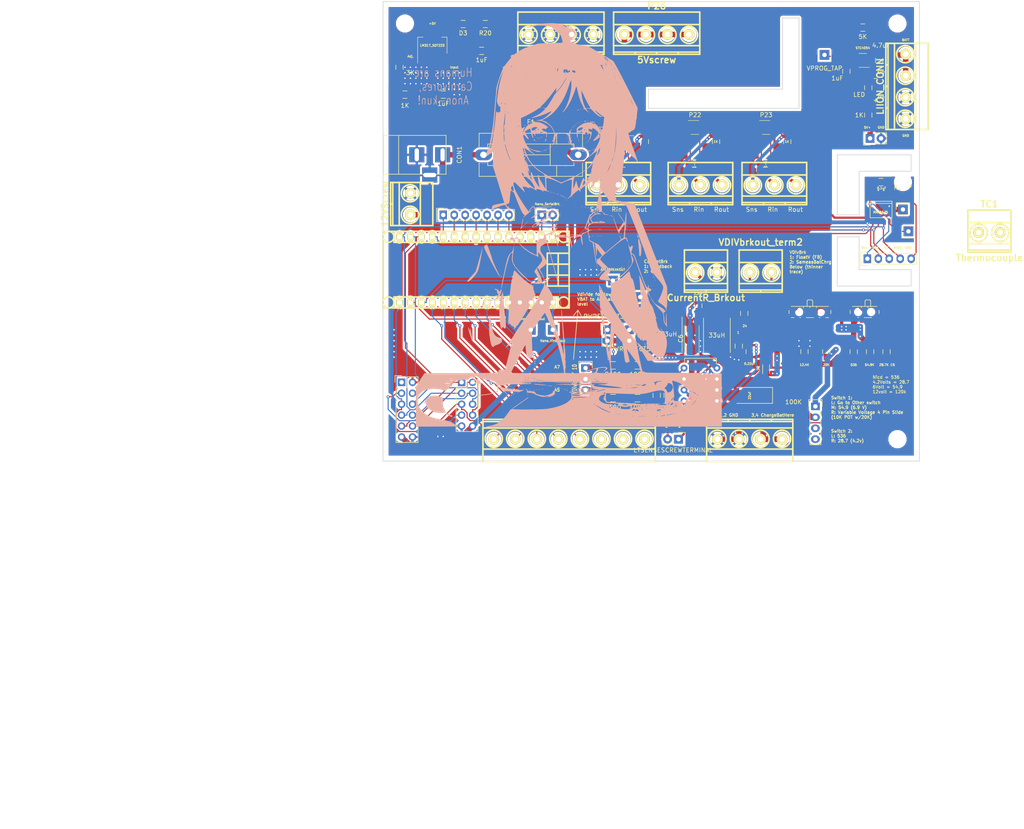
<source format=kicad_pcb>
(kicad_pcb (version 20171130) (host pcbnew 5.0.2+dfsg1-1~bpo9+1)

  (general
    (thickness 1.6)
    (drawings 80)
    (tracks 779)
    (zones 0)
    (modules 88)
    (nets 71)
  )

  (page USLetter)
  (title_block
    (title "Project Title")
  )

  (layers
    (0 F.Cu signal)
    (31 B.Cu signal)
    (34 B.Paste user)
    (35 F.Paste user)
    (36 B.SilkS user hide)
    (37 F.SilkS user)
    (38 B.Mask user)
    (39 F.Mask user)
    (40 Dwgs.User user)
    (44 Edge.Cuts user)
    (46 B.CrtYd user)
    (47 F.CrtYd user)
    (48 B.Fab user)
    (49 F.Fab user)
  )

  (setup
    (last_trace_width 1.27)
    (user_trace_width 0.1524)
    (user_trace_width 0.254)
    (user_trace_width 0.3302)
    (user_trace_width 0.508)
    (user_trace_width 0.762)
    (user_trace_width 1.27)
    (trace_clearance 0.254)
    (zone_clearance 0.508)
    (zone_45_only no)
    (trace_min 0.1524)
    (segment_width 0.1524)
    (edge_width 0.1524)
    (via_size 0.6858)
    (via_drill 0.3302)
    (via_min_size 0.6604)
    (via_min_drill 0.3302)
    (user_via 0.6858 0.3302)
    (user_via 0.762 0.4064)
    (user_via 0.8636 0.508)
    (uvia_size 0.6858)
    (uvia_drill 0.3302)
    (uvias_allowed no)
    (uvia_min_size 0)
    (uvia_min_drill 0)
    (pcb_text_width 0.1524)
    (pcb_text_size 1.016 1.016)
    (mod_edge_width 0.1524)
    (mod_text_size 1.016 1.016)
    (mod_text_width 0.1524)
    (pad_size 2.2352 2.2352)
    (pad_drill 1.016)
    (pad_to_mask_clearance 0.0762)
    (solder_mask_min_width 0.1016)
    (pad_to_paste_clearance -0.0762)
    (aux_axis_origin 0 0)
    (visible_elements 7FFFFFFF)
    (pcbplotparams
      (layerselection 0x310fc_ffffffff)
      (usegerberextensions true)
      (usegerberattributes false)
      (usegerberadvancedattributes false)
      (creategerberjobfile false)
      (excludeedgelayer true)
      (linewidth 0.100000)
      (plotframeref false)
      (viasonmask false)
      (mode 1)
      (useauxorigin false)
      (hpglpennumber 1)
      (hpglpenspeed 20)
      (hpglpendiameter 15.000000)
      (psnegative false)
      (psa4output false)
      (plotreference true)
      (plotvalue true)
      (plotinvisibletext false)
      (padsonsilk false)
      (subtractmaskfromsilk false)
      (outputformat 1)
      (mirror false)
      (drillshape 0)
      (scaleselection 1)
      (outputdirectory "gerbers_rev2"))
  )

  (net 0 "")
  (net 1 GND)
  (net 2 +5V)
  (net 3 /STC4054_Liion_Charge/BAT_LIION_CHRG)
  (net 4 "Net-(C4-Pad1)")
  (net 5 /LT1512/Vsw)
  (net 6 "Net-(C7-Pad2)")
  (net 7 /LT1512/Vcomp)
  (net 8 "Net-(C8-Pad1)")
  (net 9 /LT1512/I_Feedback)
  (net 10 /LT1512/LT_BATCHRG)
  (net 11 "Net-(D1-Pad2)")
  (net 12 /STC4054_Liion_Charge/CHRG)
  (net 13 +12V)
  (net 14 "Net-(J1-Pad1)")
  (net 15 "Net-(J1-Pad2)")
  (net 16 "Net-(J1-Pad5)")
  (net 17 "Net-(J1-Pad6)")
  (net 18 "Net-(J1-Pad7)")
  (net 19 "Net-(J1-Pad8)")
  (net 20 "Net-(J1-Pad9)")
  (net 21 "Net-(J1-Pad10)")
  (net 22 "Net-(J1-Pad11)")
  (net 23 /MAX_CS)
  (net 24 /NANO_CS)
  (net 25 /NANO_MOSI)
  (net 26 /NANO_MISO)
  (net 27 /NANO_SCK)
  (net 28 "Net-(J1-Pad17)")
  (net 29 "Net-(J1-Pad18)")
  (net 30 "Net-(J1-Pad19)")
  (net 31 "Net-(J1-Pad20)")
  (net 32 "Net-(J1-Pad21)")
  (net 33 "Net-(J1-Pad22)")
  (net 34 "Net-(J1-Pad23)")
  (net 35 "Net-(J1-Pad28)")
  (net 36 "Net-(J1-Pad30)")
  (net 37 /LT1512/LT_IFEEDBACK)
  (net 38 /CurrentSense_INA169_1/LOADOUT)
  (net 39 /CurrentSense_INA169_1/LOADIN)
  (net 40 /CurrentSense_INA169_1/CurrentOUT)
  (net 41 /sheet5CBEAB48/CurrentOUT)
  (net 42 /sheet5CBEAB48/LOADIN)
  (net 43 /sheet5CBEAB48/LOADOUT)
  (net 44 /sheet5CBEAC38/LOADOUT)
  (net 45 /sheet5CBEAC38/LOADIN)
  (net 46 /sheet5CBEAC38/CurrentOUT)
  (net 47 /STC4054_Liion_Charge/PROG)
  (net 48 /MAX6675/T+)
  (net 49 /MAX6675/NC)
  (net 50 /ENC28J60/VCC_Branch)
  (net 51 /ENC28J60/INT)
  (net 52 /ENC28J60/CLKOUT)
  (net 53 /ENC28J60/WOL)
  (net 54 /ENC28J60/RSTENC)
  (net 55 /LT1512/LT_FloatVoltage)
  (net 56 /LT1512/LTShutdownPin)
  (net 57 "Net-(R3-Pad2)")
  (net 58 "Net-(R5-Pad1)")
  (net 59 "Net-(R6-Pad1)")
  (net 60 "Net-(R7-Pad1)")
  (net 61 "Net-(R8-Pad1)")
  (net 62 "Net-(R8-Pad2)")
  (net 63 "Net-(SW1-Pad2)")
  (net 64 "Net-(D3-Pad1)")
  (net 65 /A5)
  (net 66 /A6)
  (net 67 /A7)
  (net 68 "Net-(P17-Pad1)")
  (net 69 "Net-(P17-Pad2)")
  (net 70 "Net-(P17-Pad3)")

  (net_class Default "This is the default net class."
    (clearance 0.254)
    (trace_width 0.254)
    (via_dia 0.6858)
    (via_drill 0.3302)
    (uvia_dia 0.6858)
    (uvia_drill 0.3302)
    (add_net +12V)
    (add_net +5V)
    (add_net /A5)
    (add_net /A6)
    (add_net /A7)
    (add_net /CurrentSense_INA169_1/CurrentOUT)
    (add_net /CurrentSense_INA169_1/LOADIN)
    (add_net /CurrentSense_INA169_1/LOADOUT)
    (add_net /ENC28J60/CLKOUT)
    (add_net /ENC28J60/INT)
    (add_net /ENC28J60/RSTENC)
    (add_net /ENC28J60/VCC_Branch)
    (add_net /ENC28J60/WOL)
    (add_net /LT1512/I_Feedback)
    (add_net /LT1512/LTShutdownPin)
    (add_net /LT1512/LT_BATCHRG)
    (add_net /LT1512/LT_FloatVoltage)
    (add_net /LT1512/LT_IFEEDBACK)
    (add_net /LT1512/Vcomp)
    (add_net /LT1512/Vsw)
    (add_net /MAX6675/NC)
    (add_net /MAX6675/T+)
    (add_net /MAX_CS)
    (add_net /NANO_CS)
    (add_net /NANO_MISO)
    (add_net /NANO_MOSI)
    (add_net /NANO_SCK)
    (add_net /STC4054_Liion_Charge/BAT_LIION_CHRG)
    (add_net /STC4054_Liion_Charge/CHRG)
    (add_net /STC4054_Liion_Charge/PROG)
    (add_net /sheet5CBEAB48/CurrentOUT)
    (add_net /sheet5CBEAB48/LOADIN)
    (add_net /sheet5CBEAB48/LOADOUT)
    (add_net /sheet5CBEAC38/CurrentOUT)
    (add_net /sheet5CBEAC38/LOADIN)
    (add_net /sheet5CBEAC38/LOADOUT)
    (add_net GND)
    (add_net "Net-(C4-Pad1)")
    (add_net "Net-(C7-Pad2)")
    (add_net "Net-(C8-Pad1)")
    (add_net "Net-(D1-Pad2)")
    (add_net "Net-(D3-Pad1)")
    (add_net "Net-(J1-Pad1)")
    (add_net "Net-(J1-Pad10)")
    (add_net "Net-(J1-Pad11)")
    (add_net "Net-(J1-Pad17)")
    (add_net "Net-(J1-Pad18)")
    (add_net "Net-(J1-Pad19)")
    (add_net "Net-(J1-Pad2)")
    (add_net "Net-(J1-Pad20)")
    (add_net "Net-(J1-Pad21)")
    (add_net "Net-(J1-Pad22)")
    (add_net "Net-(J1-Pad23)")
    (add_net "Net-(J1-Pad28)")
    (add_net "Net-(J1-Pad30)")
    (add_net "Net-(J1-Pad5)")
    (add_net "Net-(J1-Pad6)")
    (add_net "Net-(J1-Pad7)")
    (add_net "Net-(J1-Pad8)")
    (add_net "Net-(J1-Pad9)")
    (add_net "Net-(P17-Pad1)")
    (add_net "Net-(P17-Pad2)")
    (add_net "Net-(P17-Pad3)")
    (add_net "Net-(R3-Pad2)")
    (add_net "Net-(R5-Pad1)")
    (add_net "Net-(R6-Pad1)")
    (add_net "Net-(R7-Pad1)")
    (add_net "Net-(R8-Pad1)")
    (add_net "Net-(R8-Pad2)")
    (add_net "Net-(SW1-Pad2)")
  )

  (module Capacitor_Tantalum_SMD:CP_EIA-6032-28_Kemet-C_Pad2.25x2.35mm_HandSolder (layer F.Cu) (tedit 5B301BBE) (tstamp 5CC60FE7)
    (at 142.748 126.492 90)
    (descr "Tantalum Capacitor SMD Kemet-C (6032-28 Metric), IPC_7351 nominal, (Body size from: http://www.kemet.com/Lists/ProductCatalog/Attachments/253/KEM_TC101_STD.pdf), generated with kicad-footprint-generator")
    (tags "capacitor tantalum")
    (path /5CBC6C0A/5CBC7FC7)
    (attr smd)
    (fp_text reference C6 (at 0 -2.55 90) (layer F.SilkS)
      (effects (font (size 1 1) (thickness 0.15)))
    )
    (fp_text value 22uF (at 0 2.55 90) (layer F.Fab)
      (effects (font (size 1 1) (thickness 0.15)))
    )
    (fp_text user %R (at 0 0 90) (layer F.Fab)
      (effects (font (size 1 1) (thickness 0.15)))
    )
    (fp_line (start 3.92 1.85) (end -3.92 1.85) (layer F.CrtYd) (width 0.05))
    (fp_line (start 3.92 -1.85) (end 3.92 1.85) (layer F.CrtYd) (width 0.05))
    (fp_line (start -3.92 -1.85) (end 3.92 -1.85) (layer F.CrtYd) (width 0.05))
    (fp_line (start -3.92 1.85) (end -3.92 -1.85) (layer F.CrtYd) (width 0.05))
    (fp_line (start -3.935 1.71) (end 3 1.71) (layer F.SilkS) (width 0.12))
    (fp_line (start -3.935 -1.71) (end -3.935 1.71) (layer F.SilkS) (width 0.12))
    (fp_line (start 3 -1.71) (end -3.935 -1.71) (layer F.SilkS) (width 0.12))
    (fp_line (start 3 1.6) (end 3 -1.6) (layer F.Fab) (width 0.1))
    (fp_line (start -3 1.6) (end 3 1.6) (layer F.Fab) (width 0.1))
    (fp_line (start -3 -0.8) (end -3 1.6) (layer F.Fab) (width 0.1))
    (fp_line (start -2.2 -1.6) (end -3 -0.8) (layer F.Fab) (width 0.1))
    (fp_line (start 3 -1.6) (end -2.2 -1.6) (layer F.Fab) (width 0.1))
    (pad 2 smd roundrect (at 2.55 0 90) (size 2.25 2.35) (layers F.Cu F.Paste F.Mask) (roundrect_rratio 0.111111)
      (net 1 GND))
    (pad 1 smd roundrect (at -2.55 0 90) (size 2.25 2.35) (layers F.Cu F.Paste F.Mask) (roundrect_rratio 0.111111)
      (net 2 +5V))
    (model ${KISYS3DMOD}/Capacitor_Tantalum_SMD.3dshapes/CP_EIA-6032-28_Kemet-C.wrl
      (at (xyz 0 0 0))
      (scale (xyz 1 1 1))
      (rotate (xyz 0 0 0))
    )
  )

  (module Pin_Headers:Pin_Header_Straight_1x01 (layer F.Cu) (tedit 5CC87ECE) (tstamp 5CCECB55)
    (at 130.81 116.84)
    (descr "Through hole pin header")
    (tags "pin header")
    (path /5CC87E3D)
    (fp_text reference P30 (at 0 -5.1) (layer F.SilkS) hide
      (effects (font (size 1 1) (thickness 0.15)))
    )
    (fp_text value 3v3Breakout (at 0 2.54) (layer F.SilkS)
      (effects (font (size 0.508 0.508) (thickness 0.127)))
    )
    (fp_line (start -1.27 1.27) (end 1.27 1.27) (layer F.SilkS) (width 0.15))
    (fp_line (start -1.55 -1.55) (end 1.55 -1.55) (layer F.SilkS) (width 0.15))
    (fp_line (start -1.55 0) (end -1.55 -1.55) (layer F.SilkS) (width 0.15))
    (fp_line (start -1.75 1.75) (end 1.75 1.75) (layer F.CrtYd) (width 0.05))
    (fp_line (start -1.75 -1.75) (end 1.75 -1.75) (layer F.CrtYd) (width 0.05))
    (fp_line (start 1.75 -1.75) (end 1.75 1.75) (layer F.CrtYd) (width 0.05))
    (fp_line (start -1.75 -1.75) (end -1.75 1.75) (layer F.CrtYd) (width 0.05))
    (fp_line (start 1.55 -1.55) (end 1.55 0) (layer F.SilkS) (width 0.15))
    (pad 1 thru_hole rect (at 0 0) (size 2.2352 2.2352) (drill 1.016) (layers *.Cu *.Mask)
      (net 28 "Net-(J1-Pad17)"))
    (model Pin_Headers.3dshapes/Pin_Header_Straight_1x01.wrl
      (at (xyz 0 0 0))
      (scale (xyz 1 1 1))
      (rotate (xyz 0 0 90))
    )
  )

  (module Connectors:BARREL_JACK (layer F.Cu) (tedit 0) (tstamp 5CC05F9F)
    (at 78.74 83.82)
    (descr "DC Barrel Jack")
    (tags "Power Jack")
    (path /5CBC4AC4/5CBD2D8E)
    (fp_text reference CON1 (at 10.09904 0 90) (layer F.SilkS)
      (effects (font (size 1 1) (thickness 0.15)))
    )
    (fp_text value BARREL_JACK (at 0 -5.99948) (layer F.Fab)
      (effects (font (size 1 1) (thickness 0.15)))
    )
    (fp_line (start -4.0005 -4.50088) (end -4.0005 4.50088) (layer F.SilkS) (width 0.15))
    (fp_line (start -7.50062 -4.50088) (end -7.50062 4.50088) (layer F.SilkS) (width 0.15))
    (fp_line (start -7.50062 4.50088) (end 7.00024 4.50088) (layer F.SilkS) (width 0.15))
    (fp_line (start 7.00024 4.50088) (end 7.00024 -4.50088) (layer F.SilkS) (width 0.15))
    (fp_line (start 7.00024 -4.50088) (end -7.50062 -4.50088) (layer F.SilkS) (width 0.15))
    (pad 1 thru_hole rect (at 6.20014 0) (size 3.50012 3.50012) (drill oval 1.00076 2.99974) (layers *.Cu *.Mask)
      (net 13 +12V))
    (pad 2 thru_hole rect (at 0.20066 0) (size 3.50012 3.50012) (drill oval 1.00076 2.99974) (layers *.Cu *.Mask)
      (net 1 GND))
    (pad 3 thru_hole rect (at 3.2004 4.699) (size 3.50012 3.50012) (drill oval 2.99974 1.00076) (layers *.Cu *.Mask)
      (net 1 GND))
  )

  (module Capacitors_SMD:C_0805_HandSoldering (layer F.Cu) (tedit 5CBD07B9) (tstamp 5CC60F97)
    (at 178.642 64.4427 270)
    (descr "Capacitor SMD 0805, hand soldering")
    (tags "capacitor 0805")
    (path /5CBBEAA9/5CBBFBC6)
    (attr smd)
    (fp_text reference C1 (at 0 -2.1 270) (layer F.SilkS) hide
      (effects (font (size 1 1) (thickness 0.15)))
    )
    (fp_text value 1uF (at 1.5973 2.112) (layer F.SilkS)
      (effects (font (size 1 1) (thickness 0.15)))
    )
    (fp_line (start -0.5 0.85) (end 0.5 0.85) (layer F.SilkS) (width 0.15))
    (fp_line (start 0.5 -0.85) (end -0.5 -0.85) (layer F.SilkS) (width 0.15))
    (fp_line (start 2.3 -1) (end 2.3 1) (layer F.CrtYd) (width 0.05))
    (fp_line (start -2.3 -1) (end -2.3 1) (layer F.CrtYd) (width 0.05))
    (fp_line (start -2.3 1) (end 2.3 1) (layer F.CrtYd) (width 0.05))
    (fp_line (start -2.3 -1) (end 2.3 -1) (layer F.CrtYd) (width 0.05))
    (fp_line (start -1 -0.625) (end 1 -0.625) (layer F.Fab) (width 0.15))
    (fp_line (start 1 -0.625) (end 1 0.625) (layer F.Fab) (width 0.15))
    (fp_line (start 1 0.625) (end -1 0.625) (layer F.Fab) (width 0.15))
    (fp_line (start -1 0.625) (end -1 -0.625) (layer F.Fab) (width 0.15))
    (pad 2 smd rect (at 1.25 0 270) (size 1.5 1.25) (layers F.Cu F.Paste F.Mask)
      (net 1 GND))
    (pad 1 smd rect (at -1.25 0 270) (size 1.5 1.25) (layers F.Cu F.Paste F.Mask)
      (net 2 +5V))
    (model Capacitors_SMD.3dshapes/C_0805_HandSoldering.wrl
      (at (xyz 0 0 0))
      (scale (xyz 1 1 1))
      (rotate (xyz 0 0 0))
    )
  )

  (module Capacitors_SMD:C_0805_HandSoldering (layer F.Cu) (tedit 5CBD07D6) (tstamp 5CC60FA7)
    (at 186.262 61.9027 270)
    (descr "Capacitor SMD 0805, hand soldering")
    (tags "capacitor 0805")
    (path /5CBBEAA9/5CBC0798)
    (attr smd)
    (fp_text reference C2 (at 0 -2.1 270) (layer F.SilkS) hide
      (effects (font (size 1 1) (thickness 0.15)))
    )
    (fp_text value 4.7uF (at -3.482743 -0.428) (layer F.SilkS)
      (effects (font (size 1 1) (thickness 0.15)))
    )
    (fp_line (start -1 0.625) (end -1 -0.625) (layer F.Fab) (width 0.15))
    (fp_line (start 1 0.625) (end -1 0.625) (layer F.Fab) (width 0.15))
    (fp_line (start 1 -0.625) (end 1 0.625) (layer F.Fab) (width 0.15))
    (fp_line (start -1 -0.625) (end 1 -0.625) (layer F.Fab) (width 0.15))
    (fp_line (start -2.3 -1) (end 2.3 -1) (layer F.CrtYd) (width 0.05))
    (fp_line (start -2.3 1) (end 2.3 1) (layer F.CrtYd) (width 0.05))
    (fp_line (start -2.3 -1) (end -2.3 1) (layer F.CrtYd) (width 0.05))
    (fp_line (start 2.3 -1) (end 2.3 1) (layer F.CrtYd) (width 0.05))
    (fp_line (start 0.5 -0.85) (end -0.5 -0.85) (layer F.SilkS) (width 0.15))
    (fp_line (start -0.5 0.85) (end 0.5 0.85) (layer F.SilkS) (width 0.15))
    (pad 1 smd rect (at -1.25 0 270) (size 1.5 1.25) (layers F.Cu F.Paste F.Mask)
      (net 3 /STC4054_Liion_Charge/BAT_LIION_CHRG))
    (pad 2 smd rect (at 1.25 0 270) (size 1.5 1.25) (layers F.Cu F.Paste F.Mask)
      (net 1 GND))
    (model Capacitors_SMD.3dshapes/C_0805_HandSoldering.wrl
      (at (xyz 0 0 0))
      (scale (xyz 1 1 1))
      (rotate (xyz 0 0 0))
    )
  )

  (module Capacitors_SMD:C_0805_HandSoldering (layer F.Cu) (tedit 5CBD055A) (tstamp 5CC60FB7)
    (at 186.69 90.17)
    (descr "Capacitor SMD 0805, hand soldering")
    (tags "capacitor 0805")
    (path /5CBC1777/5CBC1EC5)
    (attr smd)
    (fp_text reference C3 (at 0 -2.1) (layer F.Fab)
      (effects (font (size 1 1) (thickness 0.15)))
    )
    (fp_text value 0.1uF (at 0.127 1.397) (layer F.SilkS)
      (effects (font (size 0.508 0.508) (thickness 0.127)))
    )
    (fp_line (start -0.5 0.85) (end 0.5 0.85) (layer F.SilkS) (width 0.15))
    (fp_line (start 0.5 -0.85) (end -0.5 -0.85) (layer F.SilkS) (width 0.15))
    (fp_line (start 2.3 -1) (end 2.3 1) (layer F.CrtYd) (width 0.05))
    (fp_line (start -2.3 -1) (end -2.3 1) (layer F.CrtYd) (width 0.05))
    (fp_line (start -2.3 1) (end 2.3 1) (layer F.CrtYd) (width 0.05))
    (fp_line (start -2.3 -1) (end 2.3 -1) (layer F.CrtYd) (width 0.05))
    (fp_line (start -1 -0.625) (end 1 -0.625) (layer F.Fab) (width 0.15))
    (fp_line (start 1 -0.625) (end 1 0.625) (layer F.Fab) (width 0.15))
    (fp_line (start 1 0.625) (end -1 0.625) (layer F.Fab) (width 0.15))
    (fp_line (start -1 0.625) (end -1 -0.625) (layer F.Fab) (width 0.15))
    (pad 2 smd rect (at 1.25 0) (size 1.5 1.25) (layers F.Cu F.Paste F.Mask)
      (net 1 GND))
    (pad 1 smd rect (at -1.25 0) (size 1.5 1.25) (layers F.Cu F.Paste F.Mask)
      (net 2 +5V))
    (model Capacitors_SMD.3dshapes/C_0805_HandSoldering.wrl
      (at (xyz 0 0 0))
      (scale (xyz 1 1 1))
      (rotate (xyz 0 0 0))
    )
  )

  (module Capacitors_SMD:C_0805_HandSoldering (layer F.Cu) (tedit 5CBD0AF6) (tstamp 5CC60FC7)
    (at 93.98 59.69)
    (descr "Capacitor SMD 0805, hand soldering")
    (tags "capacitor 0805")
    (path /5CBC4AC4/5CBC5531)
    (attr smd)
    (fp_text reference C4 (at 0 -2.1) (layer F.SilkS) hide
      (effects (font (size 1 1) (thickness 0.15)))
    )
    (fp_text value 1uF (at 0 2.1) (layer F.SilkS)
      (effects (font (size 1 1) (thickness 0.15)))
    )
    (fp_line (start -0.5 0.85) (end 0.5 0.85) (layer F.SilkS) (width 0.15))
    (fp_line (start 0.5 -0.85) (end -0.5 -0.85) (layer F.SilkS) (width 0.15))
    (fp_line (start 2.3 -1) (end 2.3 1) (layer F.CrtYd) (width 0.05))
    (fp_line (start -2.3 -1) (end -2.3 1) (layer F.CrtYd) (width 0.05))
    (fp_line (start -2.3 1) (end 2.3 1) (layer F.CrtYd) (width 0.05))
    (fp_line (start -2.3 -1) (end 2.3 -1) (layer F.CrtYd) (width 0.05))
    (fp_line (start -1 -0.625) (end 1 -0.625) (layer F.Fab) (width 0.15))
    (fp_line (start 1 -0.625) (end 1 0.625) (layer F.Fab) (width 0.15))
    (fp_line (start 1 0.625) (end -1 0.625) (layer F.Fab) (width 0.15))
    (fp_line (start -1 0.625) (end -1 -0.625) (layer F.Fab) (width 0.15))
    (pad 2 smd rect (at 1.25 0) (size 1.5 1.25) (layers F.Cu F.Paste F.Mask)
      (net 1 GND))
    (pad 1 smd rect (at -1.25 0) (size 1.5 1.25) (layers F.Cu F.Paste F.Mask)
      (net 4 "Net-(C4-Pad1)"))
    (model Capacitors_SMD.3dshapes/C_0805_HandSoldering.wrl
      (at (xyz 0 0 0))
      (scale (xyz 1 1 1))
      (rotate (xyz 0 0 0))
    )
  )

  (module Capacitors_SMD:C_0805_HandSoldering (layer F.Cu) (tedit 5CBD0AE3) (tstamp 5CC60FD7)
    (at 85.09 69.85)
    (descr "Capacitor SMD 0805, hand soldering")
    (tags "capacitor 0805")
    (path /5CBC4AC4/5CBC54F0)
    (attr smd)
    (fp_text reference C5 (at 0 -2.1) (layer F.SilkS) hide
      (effects (font (size 1 1) (thickness 0.15)))
    )
    (fp_text value 1uF (at 0 2.1) (layer F.SilkS)
      (effects (font (size 1 1) (thickness 0.15)))
    )
    (fp_line (start -0.5 0.85) (end 0.5 0.85) (layer F.SilkS) (width 0.15))
    (fp_line (start 0.5 -0.85) (end -0.5 -0.85) (layer F.SilkS) (width 0.15))
    (fp_line (start 2.3 -1) (end 2.3 1) (layer F.CrtYd) (width 0.05))
    (fp_line (start -2.3 -1) (end -2.3 1) (layer F.CrtYd) (width 0.05))
    (fp_line (start -2.3 1) (end 2.3 1) (layer F.CrtYd) (width 0.05))
    (fp_line (start -2.3 -1) (end 2.3 -1) (layer F.CrtYd) (width 0.05))
    (fp_line (start -1 -0.625) (end 1 -0.625) (layer F.Fab) (width 0.15))
    (fp_line (start 1 -0.625) (end 1 0.625) (layer F.Fab) (width 0.15))
    (fp_line (start 1 0.625) (end -1 0.625) (layer F.Fab) (width 0.15))
    (fp_line (start -1 0.625) (end -1 -0.625) (layer F.Fab) (width 0.15))
    (pad 2 smd rect (at 1.25 0) (size 1.5 1.25) (layers F.Cu F.Paste F.Mask)
      (net 1 GND))
    (pad 1 smd rect (at -1.25 0) (size 1.5 1.25) (layers F.Cu F.Paste F.Mask)
      (net 2 +5V))
    (model Capacitors_SMD.3dshapes/C_0805_HandSoldering.wrl
      (at (xyz 0 0 0))
      (scale (xyz 1 1 1))
      (rotate (xyz 0 0 0))
    )
  )

  (module Capacitors_SMD:C_0805_HandSoldering (layer F.Cu) (tedit 5CBD0637) (tstamp 5CC60FF7)
    (at 144.272 118.872 270)
    (descr "Capacitor SMD 0805, hand soldering")
    (tags "capacitor 0805")
    (path /5CBC6C0A/5CBCA445)
    (attr smd)
    (fp_text reference C7 (at 0 -2.1 270) (layer F.Fab)
      (effects (font (size 1 1) (thickness 0.15)))
    )
    (fp_text value 2.2uF (at -2.794 0) (layer F.SilkS)
      (effects (font (size 0.508 0.508) (thickness 0.127)))
    )
    (fp_line (start -1 0.625) (end -1 -0.625) (layer F.Fab) (width 0.15))
    (fp_line (start 1 0.625) (end -1 0.625) (layer F.Fab) (width 0.15))
    (fp_line (start 1 -0.625) (end 1 0.625) (layer F.Fab) (width 0.15))
    (fp_line (start -1 -0.625) (end 1 -0.625) (layer F.Fab) (width 0.15))
    (fp_line (start -2.3 -1) (end 2.3 -1) (layer F.CrtYd) (width 0.05))
    (fp_line (start -2.3 1) (end 2.3 1) (layer F.CrtYd) (width 0.05))
    (fp_line (start -2.3 -1) (end -2.3 1) (layer F.CrtYd) (width 0.05))
    (fp_line (start 2.3 -1) (end 2.3 1) (layer F.CrtYd) (width 0.05))
    (fp_line (start 0.5 -0.85) (end -0.5 -0.85) (layer F.SilkS) (width 0.15))
    (fp_line (start -0.5 0.85) (end 0.5 0.85) (layer F.SilkS) (width 0.15))
    (pad 1 smd rect (at -1.25 0 270) (size 1.5 1.25) (layers F.Cu F.Paste F.Mask)
      (net 5 /LT1512/Vsw))
    (pad 2 smd rect (at 1.25 0 270) (size 1.5 1.25) (layers F.Cu F.Paste F.Mask)
      (net 6 "Net-(C7-Pad2)"))
    (model Capacitors_SMD.3dshapes/C_0805_HandSoldering.wrl
      (at (xyz 0 0 0))
      (scale (xyz 1 1 1))
      (rotate (xyz 0 0 0))
    )
  )

  (module Capacitors_SMD:C_0805_HandSoldering (layer F.Cu) (tedit 5CBD05B1) (tstamp 5CC61007)
    (at 137.16 139.7 90)
    (descr "Capacitor SMD 0805, hand soldering")
    (tags "capacitor 0805")
    (path /5CBC6C0A/5CBC8B80)
    (attr smd)
    (fp_text reference C8 (at 0 -2.1 90) (layer F.Fab) hide
      (effects (font (size 1 1) (thickness 0.15)))
    )
    (fp_text value 0.1uF (at -2.794 0.127 180) (layer F.SilkS)
      (effects (font (size 0.508 0.508) (thickness 0.127)))
    )
    (fp_line (start -0.5 0.85) (end 0.5 0.85) (layer F.SilkS) (width 0.15))
    (fp_line (start 0.5 -0.85) (end -0.5 -0.85) (layer F.SilkS) (width 0.15))
    (fp_line (start 2.3 -1) (end 2.3 1) (layer F.CrtYd) (width 0.05))
    (fp_line (start -2.3 -1) (end -2.3 1) (layer F.CrtYd) (width 0.05))
    (fp_line (start -2.3 1) (end 2.3 1) (layer F.CrtYd) (width 0.05))
    (fp_line (start -2.3 -1) (end 2.3 -1) (layer F.CrtYd) (width 0.05))
    (fp_line (start -1 -0.625) (end 1 -0.625) (layer F.Fab) (width 0.15))
    (fp_line (start 1 -0.625) (end 1 0.625) (layer F.Fab) (width 0.15))
    (fp_line (start 1 0.625) (end -1 0.625) (layer F.Fab) (width 0.15))
    (fp_line (start -1 0.625) (end -1 -0.625) (layer F.Fab) (width 0.15))
    (pad 2 smd rect (at 1.25 0 90) (size 1.5 1.25) (layers F.Cu F.Paste F.Mask)
      (net 7 /LT1512/Vcomp))
    (pad 1 smd rect (at -1.25 0 90) (size 1.5 1.25) (layers F.Cu F.Paste F.Mask)
      (net 8 "Net-(C8-Pad1)"))
    (model Capacitors_SMD.3dshapes/C_0805_HandSoldering.wrl
      (at (xyz 0 0 0))
      (scale (xyz 1 1 1))
      (rotate (xyz 0 0 0))
    )
  )

  (module Capacitors_SMD:C_0805_HandSoldering (layer F.Cu) (tedit 5CBD05E0) (tstamp 5CC61017)
    (at 156.21 129.54 270)
    (descr "Capacitor SMD 0805, hand soldering")
    (tags "capacitor 0805")
    (path /5CBC6C0A/5CBC988F)
    (attr smd)
    (fp_text reference C9 (at 0 -2.1 270) (layer F.SilkS) hide
      (effects (font (size 1 1) (thickness 0.15)))
    )
    (fp_text value 0.22uF (at 2.794 0) (layer F.SilkS)
      (effects (font (size 0.508 0.508) (thickness 0.127)))
    )
    (fp_line (start -1 0.625) (end -1 -0.625) (layer F.Fab) (width 0.15))
    (fp_line (start 1 0.625) (end -1 0.625) (layer F.Fab) (width 0.15))
    (fp_line (start 1 -0.625) (end 1 0.625) (layer F.Fab) (width 0.15))
    (fp_line (start -1 -0.625) (end 1 -0.625) (layer F.Fab) (width 0.15))
    (fp_line (start -2.3 -1) (end 2.3 -1) (layer F.CrtYd) (width 0.05))
    (fp_line (start -2.3 1) (end 2.3 1) (layer F.CrtYd) (width 0.05))
    (fp_line (start -2.3 -1) (end -2.3 1) (layer F.CrtYd) (width 0.05))
    (fp_line (start 2.3 -1) (end 2.3 1) (layer F.CrtYd) (width 0.05))
    (fp_line (start 0.5 -0.85) (end -0.5 -0.85) (layer F.SilkS) (width 0.15))
    (fp_line (start -0.5 0.85) (end 0.5 0.85) (layer F.SilkS) (width 0.15))
    (pad 1 smd rect (at -1.25 0 270) (size 1.5 1.25) (layers F.Cu F.Paste F.Mask)
      (net 9 /LT1512/I_Feedback))
    (pad 2 smd rect (at 1.25 0 270) (size 1.5 1.25) (layers F.Cu F.Paste F.Mask)
      (net 1 GND))
    (model Capacitors_SMD.3dshapes/C_0805_HandSoldering.wrl
      (at (xyz 0 0 0))
      (scale (xyz 1 1 1))
      (rotate (xyz 0 0 0))
    )
  )

  (module Capacitors_Tantalum_SMD:Tantalum_Case-C_EIA-6032-28_Hand (layer F.Cu) (tedit 5CBD05C1) (tstamp 5CC6102A)
    (at 156.21 139.7 180)
    (descr "Tantalum capacitor, Case C, EIA 6032-28, 6.0x3.2x2.5mm, Hand soldering footprint")
    (tags "capacitor tantalum smd")
    (path /5CBC6C0A/5CBCF221)
    (attr smd)
    (fp_text reference C10 (at 0 -3.35 180) (layer F.Fab)
      (effects (font (size 1 1) (thickness 0.15)))
    )
    (fp_text value 22uF (at 0 0 270) (layer F.SilkS)
      (effects (font (size 0.508 0.508) (thickness 0.127)))
    )
    (fp_line (start -5.4 -2) (end -5.4 2) (layer F.CrtYd) (width 0.05))
    (fp_line (start -5.4 2) (end 5.4 2) (layer F.CrtYd) (width 0.05))
    (fp_line (start 5.4 2) (end 5.4 -2) (layer F.CrtYd) (width 0.05))
    (fp_line (start 5.4 -2) (end -5.4 -2) (layer F.CrtYd) (width 0.05))
    (fp_line (start -3 -1.6) (end -3 1.6) (layer F.Fab) (width 0.15))
    (fp_line (start -3 1.6) (end 3 1.6) (layer F.Fab) (width 0.15))
    (fp_line (start 3 1.6) (end 3 -1.6) (layer F.Fab) (width 0.15))
    (fp_line (start 3 -1.6) (end -3 -1.6) (layer F.Fab) (width 0.15))
    (fp_line (start -2.4 -1.6) (end -2.4 1.6) (layer F.Fab) (width 0.15))
    (fp_line (start -2.1 -1.6) (end -2.1 1.6) (layer F.Fab) (width 0.15))
    (fp_line (start -5.3 -1.85) (end 3 -1.85) (layer F.SilkS) (width 0.15))
    (fp_line (start -5.3 1.85) (end 3 1.85) (layer F.SilkS) (width 0.15))
    (fp_line (start -5.3 -1.85) (end -5.3 1.85) (layer F.SilkS) (width 0.15))
    (pad 1 smd rect (at -3.125 0 180) (size 3.75 2.5) (layers F.Cu F.Paste F.Mask)
      (net 10 /LT1512/LT_BATCHRG))
    (pad 2 smd rect (at 3.125 0 180) (size 3.75 2.5) (layers F.Cu F.Paste F.Mask)
      (net 1 GND))
    (model Capacitors_Tantalum_SMD.3dshapes/Tantalum_Case-C_EIA-6032-28.wrl
      (at (xyz 0 0 0))
      (scale (xyz 1 1 1))
      (rotate (xyz 0 0 0))
    )
  )

  (module Capacitors_SMD:C_0805_HandSoldering (layer F.Cu) (tedit 5CBD07CD) (tstamp 5CC6103A)
    (at 183.722 68.2527 270)
    (descr "Capacitor SMD 0805, hand soldering")
    (tags "capacitor 0805")
    (path /5CBBEAA9/5CBBF242)
    (attr smd)
    (fp_text reference D1 (at 0 -2.1 270) (layer F.SilkS) hide
      (effects (font (size 1 1) (thickness 0.15)))
    )
    (fp_text value LED (at 1.5973 2.112) (layer F.SilkS)
      (effects (font (size 1 1) (thickness 0.15)))
    )
    (fp_line (start -0.5 0.85) (end 0.5 0.85) (layer F.SilkS) (width 0.15))
    (fp_line (start 0.5 -0.85) (end -0.5 -0.85) (layer F.SilkS) (width 0.15))
    (fp_line (start 2.3 -1) (end 2.3 1) (layer F.CrtYd) (width 0.05))
    (fp_line (start -2.3 -1) (end -2.3 1) (layer F.CrtYd) (width 0.05))
    (fp_line (start -2.3 1) (end 2.3 1) (layer F.CrtYd) (width 0.05))
    (fp_line (start -2.3 -1) (end 2.3 -1) (layer F.CrtYd) (width 0.05))
    (fp_line (start -1 -0.625) (end 1 -0.625) (layer F.Fab) (width 0.15))
    (fp_line (start 1 -0.625) (end 1 0.625) (layer F.Fab) (width 0.15))
    (fp_line (start 1 0.625) (end -1 0.625) (layer F.Fab) (width 0.15))
    (fp_line (start -1 0.625) (end -1 -0.625) (layer F.Fab) (width 0.15))
    (pad 2 smd rect (at 1.25 0 270) (size 1.5 1.25) (layers F.Cu F.Paste F.Mask)
      (net 11 "Net-(D1-Pad2)"))
    (pad 1 smd rect (at -1.25 0 270) (size 1.5 1.25) (layers F.Cu F.Paste F.Mask)
      (net 12 /STC4054_Liion_Charge/CHRG))
    (model Capacitors_SMD.3dshapes/C_0805_HandSoldering.wrl
      (at (xyz 0 0 0))
      (scale (xyz 1 1 1))
      (rotate (xyz 0 0 0))
    )
  )

  (module Diodes_SMD:SOD-323_HandSoldering (layer F.Cu) (tedit 5CC4FD9A) (tstamp 5CC61050)
    (at 160.02 133.35 90)
    (descr SOD-323)
    (tags SOD-323)
    (path /5CBC6C0A/5CBCC66F)
    (attr smd)
    (fp_text reference D2 (at 0 -1.85 90) (layer F.SilkS)
      (effects (font (size 0.508 0.508) (thickness 0.127)))
    )
    (fp_text value D_Schottky (at 0.1 1.9 90) (layer F.Fab)
      (effects (font (size 1 1) (thickness 0.15)))
    )
    (fp_line (start 0.2 0) (end 0.45 0) (layer F.Fab) (width 0.15))
    (fp_line (start 0.2 0.35) (end -0.3 0) (layer F.Fab) (width 0.15))
    (fp_line (start 0.2 -0.35) (end 0.2 0.35) (layer F.Fab) (width 0.15))
    (fp_line (start -0.3 0) (end 0.2 -0.35) (layer F.Fab) (width 0.15))
    (fp_line (start -0.3 0) (end -0.5 0) (layer F.Fab) (width 0.15))
    (fp_line (start -0.3 -0.35) (end -0.3 0.35) (layer F.Fab) (width 0.15))
    (fp_line (start -0.85 0.65) (end -0.85 -0.65) (layer F.Fab) (width 0.15))
    (fp_line (start 0.85 0.65) (end -0.85 0.65) (layer F.Fab) (width 0.15))
    (fp_line (start 0.85 -0.65) (end 0.85 0.65) (layer F.Fab) (width 0.15))
    (fp_line (start -0.85 -0.65) (end 0.85 -0.65) (layer F.Fab) (width 0.15))
    (fp_line (start -1.9 -0.95) (end 1.9 -0.95) (layer F.CrtYd) (width 0.05))
    (fp_line (start 1.9 -0.95) (end 1.9 0.95) (layer F.CrtYd) (width 0.05))
    (fp_line (start -1.9 0.95) (end 1.9 0.95) (layer F.CrtYd) (width 0.05))
    (fp_line (start -1.9 -0.95) (end -1.9 0.95) (layer F.CrtYd) (width 0.05))
    (fp_line (start -1.3 0.8) (end 0.8 0.8) (layer F.SilkS) (width 0.15))
    (fp_line (start -1.3 -0.8) (end 0.8 -0.8) (layer F.SilkS) (width 0.15))
    (pad 1 smd rect (at -1.25 0 90) (size 1 1) (layers F.Cu F.Paste F.Mask)
      (net 10 /LT1512/LT_BATCHRG))
    (pad 2 smd rect (at 1.25 0 90) (size 1 1) (layers F.Cu F.Paste F.Mask)
      (net 6 "Net-(C7-Pad2)"))
    (model Diodes_SMD.3dshapes/SOD-323.wrl
      (at (xyz 0 0 0))
      (scale (xyz 1 1 1))
      (rotate (xyz 0 0 180))
    )
  )

  (module Fuse_Holders_and_Fuses:Fuseholder5x20_horiz_SemiClosed_Casing10x25mm (layer F.Cu) (tedit 0) (tstamp 5CC61069)
    (at 105.41 83.82)
    (descr "Fuseholder, 5x20, Semi closed, horizontal, Casing 10x25mm,")
    (tags "Fuseholder, 5x20, Semi closed, horizontal, Casing 10x25mm, Sicherungshalter, halbgeschlossen,")
    (path /5CBC4AC4/5CBF5A27)
    (fp_text reference F1 (at 0 -7.62) (layer F.SilkS)
      (effects (font (size 1 1) (thickness 0.15)))
    )
    (fp_text value Fuse (at 1.27 7.62) (layer F.Fab)
      (effects (font (size 1 1) (thickness 0.15)))
    )
    (fp_line (start -5.99948 -2.49936) (end -5.99948 -5.00126) (layer F.SilkS) (width 0.15))
    (fp_line (start -5.99948 5.00126) (end -5.99948 2.49936) (layer F.SilkS) (width 0.15))
    (fp_line (start 5.99948 5.00126) (end 5.99948 2.49936) (layer F.SilkS) (width 0.15))
    (fp_line (start 5.99948 -5.00126) (end 5.99948 -2.49936) (layer F.SilkS) (width 0.15))
    (fp_line (start -4.50088 0) (end 4.50088 0) (layer F.SilkS) (width 0.15))
    (fp_line (start -4.50088 -2.49936) (end -4.50088 2.49936) (layer F.SilkS) (width 0.15))
    (fp_line (start 4.50088 -2.49936) (end 4.50088 2.49936) (layer F.SilkS) (width 0.15))
    (fp_line (start 9.99998 -1.89992) (end 9.99998 -2.49936) (layer F.SilkS) (width 0.15))
    (fp_line (start -9.99998 1.89992) (end -9.99998 2.49936) (layer F.SilkS) (width 0.15))
    (fp_line (start -9.99998 2.49936) (end 9.99998 2.49936) (layer F.SilkS) (width 0.15))
    (fp_line (start 9.99998 2.49936) (end 9.99998 1.89992) (layer F.SilkS) (width 0.15))
    (fp_line (start 9.99998 -2.49936) (end -9.99998 -2.49936) (layer F.SilkS) (width 0.15))
    (fp_line (start -9.99998 -2.49936) (end -9.99998 -1.89992) (layer F.SilkS) (width 0.15))
    (fp_line (start 11.99896 -1.89992) (end 11.99896 -5.00126) (layer F.SilkS) (width 0.15))
    (fp_line (start -11.99896 1.89992) (end -11.99896 5.00126) (layer F.SilkS) (width 0.15))
    (fp_line (start -11.99896 5.00126) (end 11.99896 5.00126) (layer F.SilkS) (width 0.15))
    (fp_line (start 11.99896 5.00126) (end 11.99896 1.89992) (layer F.SilkS) (width 0.15))
    (fp_line (start 11.99896 -5.00126) (end -11.99896 -5.00126) (layer F.SilkS) (width 0.15))
    (fp_line (start -11.99896 -5.00126) (end -11.99896 -1.89992) (layer F.SilkS) (width 0.15))
    (pad 2 thru_hole oval (at 11.00074 0 270) (size 2.49936 4.0005) (drill 1.50114) (layers *.Cu *.Mask)
      (net 4 "Net-(C4-Pad1)"))
    (pad 1 thru_hole oval (at -11.00074 0 270) (size 2.49936 4.0005) (drill 1.50114) (layers *.Cu *.Mask)
      (net 13 +12V))
  )

  (module w_conn_misc:arduino_nano_header (layer F.Cu) (tedit 5CBD0BE8) (tstamp 5CC6109F)
    (at 92.71 110.49 180)
    (descr "Arduino Nano Header")
    (tags Arduino)
    (path /5CBECE63)
    (fp_text reference J1 (at 0 1.27 180) (layer B.Fab)
      (effects (font (size 1.016 1.016) (thickness 0.2032)) (justify mirror))
    )
    (fp_text value Arduino_Nano_Header (at -7.62 1.27 180) (layer F.SilkS) hide
      (effects (font (size 1.016 0.889) (thickness 0.2032)))
    )
    (fp_line (start -16.51 -1.27) (end -21.59 -1.27) (layer F.SilkS) (width 0.381))
    (fp_line (start -16.51 1.27) (end -21.59 1.27) (layer F.SilkS) (width 0.381))
    (fp_line (start -19.05 -3.81) (end -19.05 3.81) (layer F.SilkS) (width 0.381))
    (fp_line (start -21.59 -3.81) (end -16.51 -3.81) (layer F.SilkS) (width 0.381))
    (fp_line (start -16.51 -3.81) (end -16.51 3.81) (layer F.SilkS) (width 0.381))
    (fp_line (start -16.51 3.81) (end -21.59 3.81) (layer F.SilkS) (width 0.381))
    (fp_line (start 21.59 -8.89) (end -21.59 -8.89) (layer F.SilkS) (width 0.381))
    (fp_line (start -21.59 8.89) (end 21.59 8.89) (layer F.SilkS) (width 0.381))
    (fp_line (start -21.59 8.89) (end -21.59 -8.89) (layer F.SilkS) (width 0.381))
    (fp_line (start 21.59 8.89) (end 21.59 -8.89) (layer F.SilkS) (width 0.381))
    (fp_circle (center -20.32 -7.62) (end -21.59 -7.62) (layer F.SilkS) (width 0.381))
    (fp_circle (center -20.32 7.62) (end -21.59 7.62) (layer F.SilkS) (width 0.381))
    (fp_circle (center 20.32 -7.62) (end 21.59 -7.62) (layer F.SilkS) (width 0.381))
    (fp_circle (center 20.32 7.62) (end 21.59 7.62) (layer F.SilkS) (width 0.381))
    (fp_line (start 19.05 -6.35) (end -19.05 -6.35) (layer F.SilkS) (width 0.381))
    (fp_line (start -19.05 6.35) (end 19.05 6.35) (layer F.SilkS) (width 0.381))
    (fp_line (start 19.05 8.89) (end 19.05 6.35) (layer F.SilkS) (width 0.381))
    (fp_line (start 19.05 -6.35) (end 19.05 -8.89) (layer F.SilkS) (width 0.381))
    (fp_line (start -19.05 -8.89) (end -19.05 -6.35) (layer F.SilkS) (width 0.381))
    (fp_line (start -19.05 8.89) (end -19.05 6.35) (layer F.SilkS) (width 0.381))
    (pad 1 thru_hole oval (at -17.78 7.62 180) (size 1.524 2.19964) (drill 1.00076) (layers *.Cu *.Mask F.SilkS)
      (net 14 "Net-(J1-Pad1)"))
    (pad 2 thru_hole oval (at -15.24 7.62 180) (size 1.524 2.19964) (drill 1.00076) (layers *.Cu *.Mask F.SilkS)
      (net 15 "Net-(J1-Pad2)"))
    (pad 3 thru_hole oval (at -12.7 7.62 180) (size 1.524 2.19964) (drill 1.00076) (layers *.Cu *.Mask F.SilkS))
    (pad 4 thru_hole oval (at -10.16 7.62 180) (size 1.524 2.19964) (drill 1.00076) (layers *.Cu *.Mask F.SilkS)
      (net 1 GND))
    (pad 5 thru_hole oval (at -7.62 7.62 180) (size 1.524 2.19964) (drill 1.00076) (layers *.Cu *.Mask F.SilkS)
      (net 16 "Net-(J1-Pad5)"))
    (pad 6 thru_hole oval (at -5.08 7.62 180) (size 1.524 2.19964) (drill 1.00076) (layers *.Cu *.Mask F.SilkS)
      (net 17 "Net-(J1-Pad6)"))
    (pad 7 thru_hole oval (at -2.54 7.62 180) (size 1.524 2.19964) (drill 1.00076) (layers *.Cu *.Mask F.SilkS)
      (net 18 "Net-(J1-Pad7)"))
    (pad 8 thru_hole oval (at 0 7.62 180) (size 1.524 2.19964) (drill 1.00076) (layers *.Cu *.Mask F.SilkS)
      (net 19 "Net-(J1-Pad8)"))
    (pad 9 thru_hole oval (at 2.54 7.62 180) (size 1.524 2.19964) (drill 1.00076) (layers *.Cu *.Mask F.SilkS)
      (net 20 "Net-(J1-Pad9)"))
    (pad 10 thru_hole oval (at 5.08 7.62 180) (size 1.524 2.19964) (drill 1.00076) (layers *.Cu *.Mask F.SilkS)
      (net 21 "Net-(J1-Pad10)"))
    (pad 11 thru_hole oval (at 7.62 7.62 180) (size 1.524 2.19964) (drill 1.00076) (layers *.Cu *.Mask F.SilkS)
      (net 22 "Net-(J1-Pad11)"))
    (pad 12 thru_hole oval (at 10.16 7.62 180) (size 1.524 2.19964) (drill 1.00076) (layers *.Cu *.Mask F.SilkS)
      (net 23 /MAX_CS))
    (pad 13 thru_hole oval (at 12.7 7.62 180) (size 1.524 2.19964) (drill 1.00076) (layers *.Cu *.Mask F.SilkS)
      (net 24 /NANO_CS))
    (pad 14 thru_hole oval (at 15.24 7.62 180) (size 1.524 2.19964) (drill 1.00076) (layers *.Cu *.Mask F.SilkS)
      (net 25 /NANO_MOSI))
    (pad 15 thru_hole oval (at 17.78 7.62 180) (size 1.524 2.19964) (drill 1.00076) (layers *.Cu *.Mask F.SilkS)
      (net 26 /NANO_MISO))
    (pad 16 thru_hole oval (at 17.78 -7.62 180) (size 1.524 2.19964) (drill 1.00076) (layers *.Cu *.Mask F.SilkS)
      (net 27 /NANO_SCK))
    (pad 17 thru_hole oval (at 15.24 -7.62 180) (size 1.524 2.19964) (drill 1.00076) (layers *.Cu *.Mask F.SilkS)
      (net 28 "Net-(J1-Pad17)"))
    (pad 18 thru_hole oval (at 12.7 -7.62 180) (size 1.524 2.19964) (drill 1.00076) (layers *.Cu *.Mask F.SilkS)
      (net 29 "Net-(J1-Pad18)"))
    (pad 19 thru_hole oval (at 10.16 -7.62 180) (size 1.524 2.19964) (drill 1.00076) (layers *.Cu *.Mask F.SilkS)
      (net 30 "Net-(J1-Pad19)"))
    (pad 20 thru_hole oval (at 7.62 -7.62 180) (size 1.524 2.1971) (drill 1.00076) (layers *.Cu *.Mask F.SilkS)
      (net 31 "Net-(J1-Pad20)"))
    (pad 21 thru_hole oval (at 5.08 -7.62 180) (size 1.524 2.1971) (drill 1.00076) (layers *.Cu *.Mask F.SilkS)
      (net 32 "Net-(J1-Pad21)"))
    (pad 22 thru_hole oval (at 2.54 -7.62 180) (size 1.524 2.1971) (drill 1.00076) (layers *.Cu *.Mask F.SilkS)
      (net 33 "Net-(J1-Pad22)"))
    (pad 23 thru_hole oval (at 0 -7.62 180) (size 1.524 2.1971) (drill 1.00076) (layers *.Cu *.Mask F.SilkS)
      (net 34 "Net-(J1-Pad23)"))
    (pad 24 thru_hole oval (at -2.54 -7.62 180) (size 1.524 2.1971) (drill 0.99822) (layers *.Cu *.Mask F.SilkS)
      (net 65 /A5))
    (pad 25 thru_hole oval (at -5.08 -7.62 180) (size 1.524 2.1971) (drill 0.99822) (layers *.Cu *.Mask F.SilkS)
      (net 66 /A6))
    (pad 26 thru_hole oval (at -7.62 -7.62 180) (size 1.524 2.1971) (drill 0.99822) (layers *.Cu *.Mask F.SilkS)
      (net 67 /A7))
    (pad 27 thru_hole oval (at -10.16 -7.62 180) (size 1.524 2.1971) (drill 0.99822) (layers *.Cu *.Mask F.SilkS)
      (net 2 +5V))
    (pad 28 thru_hole oval (at -12.7 -7.62 180) (size 1.524 2.1971) (drill 0.99822) (layers *.Cu *.Mask F.SilkS)
      (net 35 "Net-(J1-Pad28)"))
    (pad 29 thru_hole oval (at -15.24 -7.62 180) (size 1.524 2.1971) (drill 0.99822) (layers *.Cu *.Mask F.SilkS)
      (net 1 GND))
    (pad 30 thru_hole oval (at -17.78 -7.62 180) (size 1.524 2.1971) (drill 0.99822) (layers *.Cu *.Mask F.SilkS)
      (net 36 "Net-(J1-Pad30)"))
    (model walter/conn_misc/arduino_nano_header.wrl
      (at (xyz 0 0 0))
      (scale (xyz 1 1 1))
      (rotate (xyz 0 0 0))
    )
  )

  (module Inductors:Inductor_Taiyo-Yuden_NR-60xx_HandSoldering (layer F.Cu) (tedit 5CBD0111) (tstamp 5CC610B7)
    (at 137.414 125.476 270)
    (descr "Inductor, Taiyo Yuden, NR series, Taiyo-Yuden_NR-60xx, 6.0mmx6.0mm")
    (tags "inductor taiyo-yuden nr smd")
    (path /5CBC6C0A/5CBC842B)
    (attr smd)
    (fp_text reference L1 (at -2.54 5.08 270) (layer F.Fab)
      (effects (font (size 1 1) (thickness 0.15)))
    )
    (fp_text value 33uH (at 0 0) (layer F.SilkS)
      (effects (font (size 1 1) (thickness 0.15)))
    )
    (fp_line (start 4.25 -3.25) (end -4.25 -3.25) (layer F.CrtYd) (width 0.05))
    (fp_line (start 4.25 3.25) (end 4.25 -3.25) (layer F.CrtYd) (width 0.05))
    (fp_line (start -4.25 3.25) (end 4.25 3.25) (layer F.CrtYd) (width 0.05))
    (fp_line (start -4.25 -3.25) (end -4.25 3.25) (layer F.CrtYd) (width 0.05))
    (fp_line (start -4 3.1) (end 4 3.1) (layer F.SilkS) (width 0.15))
    (fp_line (start -4 -3.1) (end 4 -3.1) (layer F.SilkS) (width 0.15))
    (fp_line (start -2 3) (end 0 3) (layer F.Fab) (width 0.15))
    (fp_line (start -3 2) (end -2 3) (layer F.Fab) (width 0.15))
    (fp_line (start -3 0) (end -3 2) (layer F.Fab) (width 0.15))
    (fp_line (start 2 3) (end 0 3) (layer F.Fab) (width 0.15))
    (fp_line (start 3 2) (end 2 3) (layer F.Fab) (width 0.15))
    (fp_line (start 3 0) (end 3 2) (layer F.Fab) (width 0.15))
    (fp_line (start 2 -3) (end 0 -3) (layer F.Fab) (width 0.15))
    (fp_line (start 3 -2) (end 2 -3) (layer F.Fab) (width 0.15))
    (fp_line (start 3 0) (end 3 -2) (layer F.Fab) (width 0.15))
    (fp_line (start -2 -3) (end 0 -3) (layer F.Fab) (width 0.15))
    (fp_line (start -3 -2) (end -2 -3) (layer F.Fab) (width 0.15))
    (fp_line (start -3 0) (end -3 -2) (layer F.Fab) (width 0.15))
    (pad 2 smd rect (at 2.775 0 270) (size 2.45 5.9) (layers F.Cu F.Paste F.Mask)
      (net 5 /LT1512/Vsw))
    (pad 1 smd rect (at -2.775 0 270) (size 2.45 5.9) (layers F.Cu F.Paste F.Mask)
      (net 2 +5V))
    (model Inductors.3dshapes/Inductor_Taiyo-Yuden_NR-60xx.wrl
      (at (xyz 0 0 0))
      (scale (xyz 1 1 1))
      (rotate (xyz 0 0 0))
    )
  )

  (module Inductors:Inductor_Taiyo-Yuden_NR-60xx_HandSoldering (layer F.Cu) (tedit 5CBD0115) (tstamp 5CC610CF)
    (at 148.59 125.73 90)
    (descr "Inductor, Taiyo Yuden, NR series, Taiyo-Yuden_NR-60xx, 6.0mmx6.0mm")
    (tags "inductor taiyo-yuden nr smd")
    (path /5CBC6C0A/5CBCA135)
    (attr smd)
    (fp_text reference L2 (at 0 -4 90) (layer F.Fab)
      (effects (font (size 1 1) (thickness 0.15)))
    )
    (fp_text value 33uH (at 0 0 180) (layer F.SilkS)
      (effects (font (size 1 1) (thickness 0.15)))
    )
    (fp_line (start -3 0) (end -3 -2) (layer F.Fab) (width 0.15))
    (fp_line (start -3 -2) (end -2 -3) (layer F.Fab) (width 0.15))
    (fp_line (start -2 -3) (end 0 -3) (layer F.Fab) (width 0.15))
    (fp_line (start 3 0) (end 3 -2) (layer F.Fab) (width 0.15))
    (fp_line (start 3 -2) (end 2 -3) (layer F.Fab) (width 0.15))
    (fp_line (start 2 -3) (end 0 -3) (layer F.Fab) (width 0.15))
    (fp_line (start 3 0) (end 3 2) (layer F.Fab) (width 0.15))
    (fp_line (start 3 2) (end 2 3) (layer F.Fab) (width 0.15))
    (fp_line (start 2 3) (end 0 3) (layer F.Fab) (width 0.15))
    (fp_line (start -3 0) (end -3 2) (layer F.Fab) (width 0.15))
    (fp_line (start -3 2) (end -2 3) (layer F.Fab) (width 0.15))
    (fp_line (start -2 3) (end 0 3) (layer F.Fab) (width 0.15))
    (fp_line (start -4 -3.1) (end 4 -3.1) (layer F.SilkS) (width 0.15))
    (fp_line (start -4 3.1) (end 4 3.1) (layer F.SilkS) (width 0.15))
    (fp_line (start -4.25 -3.25) (end -4.25 3.25) (layer F.CrtYd) (width 0.05))
    (fp_line (start -4.25 3.25) (end 4.25 3.25) (layer F.CrtYd) (width 0.05))
    (fp_line (start 4.25 3.25) (end 4.25 -3.25) (layer F.CrtYd) (width 0.05))
    (fp_line (start 4.25 -3.25) (end -4.25 -3.25) (layer F.CrtYd) (width 0.05))
    (pad 1 smd rect (at -2.775 0 90) (size 2.45 5.9) (layers F.Cu F.Paste F.Mask)
      (net 6 "Net-(C7-Pad2)"))
    (pad 2 smd rect (at 2.775 0 90) (size 2.45 5.9) (layers F.Cu F.Paste F.Mask)
      (net 37 /LT1512/LT_IFEEDBACK))
    (model Inductors.3dshapes/Inductor_Taiyo-Yuden_NR-60xx.wrl
      (at (xyz 0 0 0))
      (scale (xyz 1 1 1))
      (rotate (xyz 0 0 0))
    )
  )

  (module Pin_Headers:Pin_Header_Straight_1x01 (layer F.Cu) (tedit 5CC87EC4) (tstamp 5CC610F3)
    (at 124.46 113.03)
    (descr "Through hole pin header")
    (tags "pin header")
    (path /5CBF308E)
    (fp_text reference P2 (at 0 -5.1) (layer F.SilkS) hide
      (effects (font (size 1 1) (thickness 0.15)))
    )
    (fp_text value AREFBREAKOUT (at 0 -2.54) (layer F.SilkS)
      (effects (font (size 0.508 0.508) (thickness 0.127)))
    )
    (fp_line (start 1.55 -1.55) (end 1.55 0) (layer F.SilkS) (width 0.15))
    (fp_line (start -1.75 -1.75) (end -1.75 1.75) (layer F.CrtYd) (width 0.05))
    (fp_line (start 1.75 -1.75) (end 1.75 1.75) (layer F.CrtYd) (width 0.05))
    (fp_line (start -1.75 -1.75) (end 1.75 -1.75) (layer F.CrtYd) (width 0.05))
    (fp_line (start -1.75 1.75) (end 1.75 1.75) (layer F.CrtYd) (width 0.05))
    (fp_line (start -1.55 0) (end -1.55 -1.55) (layer F.SilkS) (width 0.15))
    (fp_line (start -1.55 -1.55) (end 1.55 -1.55) (layer F.SilkS) (width 0.15))
    (fp_line (start -1.27 1.27) (end 1.27 1.27) (layer F.SilkS) (width 0.15))
    (pad 1 thru_hole rect (at 0 0) (size 2.2352 2.2352) (drill 1.016) (layers *.Cu *.Mask)
      (net 29 "Net-(J1-Pad18)"))
    (model Pin_Headers.3dshapes/Pin_Header_Straight_1x01.wrl
      (at (xyz 0 0 0))
      (scale (xyz 1 1 1))
      (rotate (xyz 0 0 90))
    )
  )

  (module Pin_Headers:Pin_Header_Straight_1x01 (layer F.Cu) (tedit 5CBD07E0) (tstamp 5CC6116C)
    (at 173.562 60.6327 180)
    (descr "Through hole pin header")
    (tags "pin header")
    (path /5CBBEAA9/5CBC014B)
    (fp_text reference P9 (at 0 -5.1 180) (layer F.SilkS) hide
      (effects (font (size 1 1) (thickness 0.15)))
    )
    (fp_text value VPROG_TAP (at 0 -3.1 180) (layer F.SilkS)
      (effects (font (size 1 1) (thickness 0.15)))
    )
    (fp_line (start -1.27 1.27) (end 1.27 1.27) (layer F.SilkS) (width 0.15))
    (fp_line (start -1.55 -1.55) (end 1.55 -1.55) (layer F.SilkS) (width 0.15))
    (fp_line (start -1.55 0) (end -1.55 -1.55) (layer F.SilkS) (width 0.15))
    (fp_line (start -1.75 1.75) (end 1.75 1.75) (layer F.CrtYd) (width 0.05))
    (fp_line (start -1.75 -1.75) (end 1.75 -1.75) (layer F.CrtYd) (width 0.05))
    (fp_line (start 1.75 -1.75) (end 1.75 1.75) (layer F.CrtYd) (width 0.05))
    (fp_line (start -1.75 -1.75) (end -1.75 1.75) (layer F.CrtYd) (width 0.05))
    (fp_line (start 1.55 -1.55) (end 1.55 0) (layer F.SilkS) (width 0.15))
    (pad 1 thru_hole rect (at 0 0 180) (size 2.2352 2.2352) (drill 1.016) (layers *.Cu *.Mask)
      (net 47 /STC4054_Liion_Charge/PROG))
    (model Pin_Headers.3dshapes/Pin_Header_Straight_1x01.wrl
      (at (xyz 0 0 0))
      (scale (xyz 1 1 1))
      (rotate (xyz 0 0 90))
    )
  )

  (module TO_SOT_Packages_SMD:SOT-23-5 (layer F.Cu) (tedit 5CBD07EF) (tstamp 5CC6117F)
    (at 182.452 61.9027 180)
    (descr "5-pin SOT23 package")
    (tags SOT-23-5)
    (path /5CBBEAA9/5CBBEE8F)
    (attr smd)
    (fp_text reference P10 (at 0 -2.9 180) (layer F.SilkS) hide
      (effects (font (size 1 1) (thickness 0.15)))
    )
    (fp_text value STC4054 (at 0 2.9 180) (layer F.SilkS)
      (effects (font (size 0.508 0.508) (thickness 0.127)))
    )
    (fp_line (start -0.9 1.61) (end 0.9 1.61) (layer F.SilkS) (width 0.12))
    (fp_line (start 0.9 -1.61) (end -1.55 -1.61) (layer F.SilkS) (width 0.12))
    (fp_line (start -1.9 -1.8) (end 1.9 -1.8) (layer F.CrtYd) (width 0.05))
    (fp_line (start 1.9 -1.8) (end 1.9 1.8) (layer F.CrtYd) (width 0.05))
    (fp_line (start 1.9 1.8) (end -1.9 1.8) (layer F.CrtYd) (width 0.05))
    (fp_line (start -1.9 1.8) (end -1.9 -1.8) (layer F.CrtYd) (width 0.05))
    (fp_line (start 0.9 -1.55) (end -0.9 -1.55) (layer F.Fab) (width 0.15))
    (fp_line (start -0.9 -1.55) (end -0.9 1.55) (layer F.Fab) (width 0.15))
    (fp_line (start 0.9 1.55) (end -0.9 1.55) (layer F.Fab) (width 0.15))
    (fp_line (start 0.9 -1.55) (end 0.9 1.55) (layer F.Fab) (width 0.15))
    (pad 1 smd rect (at -1.1 -0.95 180) (size 1.06 0.65) (layers F.Cu F.Paste F.Mask)
      (net 12 /STC4054_Liion_Charge/CHRG))
    (pad 2 smd rect (at -1.1 0 180) (size 1.06 0.65) (layers F.Cu F.Paste F.Mask)
      (net 1 GND))
    (pad 3 smd rect (at -1.1 0.95 180) (size 1.06 0.65) (layers F.Cu F.Paste F.Mask)
      (net 3 /STC4054_Liion_Charge/BAT_LIION_CHRG))
    (pad 4 smd rect (at 1.1 0.95 180) (size 1.06 0.65) (layers F.Cu F.Paste F.Mask)
      (net 47 /STC4054_Liion_Charge/PROG))
    (pad 5 smd rect (at 1.1 -0.95 180) (size 1.06 0.65) (layers F.Cu F.Paste F.Mask)
      (net 2 +5V))
    (model TO_SOT_Packages_SMD.3dshapes/SOT-23-5.wrl
      (at (xyz 0 0 0))
      (scale (xyz 1 1 1))
      (rotate (xyz 0 0 0))
    )
  )

  (module Power_Integrations:SO-8 (layer F.Cu) (tedit 5CBD0543) (tstamp 5CC61191)
    (at 186.69 96.52 180)
    (descr "SO-8 Surface Mount Small Outline 150mil 8pin Package")
    (tags "Power Integrations D Package")
    (path /5CBC1777/5CBC1B14)
    (fp_text reference P11 (at 0 0 180) (layer F.Fab)
      (effects (font (size 1 1) (thickness 0.15)))
    )
    (fp_text value MAX6675 (at 0.127 -0.635 180) (layer F.SilkS)
      (effects (font (size 0.508 0.508) (thickness 0.127)))
    )
    (fp_circle (center -1.905 0.762) (end -1.778 0.762) (layer F.SilkS) (width 0.15))
    (fp_line (start -2.54 1.397) (end 2.54 1.397) (layer F.SilkS) (width 0.15))
    (fp_line (start -2.54 -1.905) (end 2.54 -1.905) (layer F.SilkS) (width 0.15))
    (fp_line (start -2.54 1.905) (end 2.54 1.905) (layer F.SilkS) (width 0.15))
    (fp_line (start -2.54 1.905) (end -2.54 -1.905) (layer F.SilkS) (width 0.15))
    (fp_line (start 2.54 1.905) (end 2.54 -1.905) (layer F.SilkS) (width 0.15))
    (pad 1 smd oval (at -1.905 2.794 180) (size 0.6096 1.4732) (layers F.Cu F.Paste F.Mask)
      (net 1 GND))
    (pad 2 smd oval (at -0.635 2.794 180) (size 0.6096 1.4732) (layers F.Cu F.Paste F.Mask)
      (net 1 GND))
    (pad 3 smd oval (at 0.635 2.794 180) (size 0.6096 1.4732) (layers F.Cu F.Paste F.Mask)
      (net 48 /MAX6675/T+))
    (pad 4 smd oval (at 1.905 2.794 180) (size 0.6096 1.4732) (layers F.Cu F.Paste F.Mask)
      (net 2 +5V))
    (pad 5 smd oval (at 1.905 -2.794 180) (size 0.6096 1.4732) (layers F.Cu F.Paste F.Mask)
      (net 27 /NANO_SCK))
    (pad 6 smd oval (at 0.635 -2.794 180) (size 0.6096 1.4732) (layers F.Cu F.Paste F.Mask)
      (net 23 /MAX_CS))
    (pad 7 smd oval (at -0.635 -2.794 180) (size 0.6096 1.4732) (layers F.Cu F.Paste F.Mask)
      (net 26 /NANO_MISO))
    (pad 8 smd oval (at -1.905 -2.794 180) (size 0.6096 1.4732) (layers F.Cu F.Paste F.Mask)
      (net 49 /MAX6675/NC))
  )

  (module Pin_Headers:Pin_Header_Straight_1x01 (layer F.Cu) (tedit 5CBD0566) (tstamp 5CC6119E)
    (at 193.04 101.6 180)
    (descr "Through hole pin header")
    (tags "pin header")
    (path /5CBC1777/5CBC3AC6)
    (fp_text reference P12 (at 0 -5.1 180) (layer F.Fab)
      (effects (font (size 1 1) (thickness 0.15)))
    )
    (fp_text value max6675_nc (at 0 -3.1 180) (layer F.Fab)
      (effects (font (size 1 1) (thickness 0.15)))
    )
    (fp_line (start 1.55 -1.55) (end 1.55 0) (layer F.SilkS) (width 0.15))
    (fp_line (start -1.75 -1.75) (end -1.75 1.75) (layer F.CrtYd) (width 0.05))
    (fp_line (start 1.75 -1.75) (end 1.75 1.75) (layer F.CrtYd) (width 0.05))
    (fp_line (start -1.75 -1.75) (end 1.75 -1.75) (layer F.CrtYd) (width 0.05))
    (fp_line (start -1.75 1.75) (end 1.75 1.75) (layer F.CrtYd) (width 0.05))
    (fp_line (start -1.55 0) (end -1.55 -1.55) (layer F.SilkS) (width 0.15))
    (fp_line (start -1.55 -1.55) (end 1.55 -1.55) (layer F.SilkS) (width 0.15))
    (fp_line (start -1.27 1.27) (end 1.27 1.27) (layer F.SilkS) (width 0.15))
    (pad 1 thru_hole rect (at 0 0 180) (size 2.2352 2.2352) (drill 1.016) (layers *.Cu *.Mask)
      (net 49 /MAX6675/NC))
    (model Pin_Headers.3dshapes/Pin_Header_Straight_1x01.wrl
      (at (xyz 0 0 0))
      (scale (xyz 1 1 1))
      (rotate (xyz 0 0 90))
    )
  )

  (module Pin_Headers:Pin_Header_Straight_1x02 (layer F.Cu) (tedit 5CBD0BD9) (tstamp 5CC611AF)
    (at 123.19 124.46)
    (descr "Through hole pin header")
    (tags "pin header")
    (path /5CBC4480/5BF75EA3)
    (fp_text reference P13 (at 0 -5.1) (layer F.SilkS) hide
      (effects (font (size 1 1) (thickness 0.15)))
    )
    (fp_text value PWRSELECT3v3 (at 0 -3.1) (layer F.SilkS)
      (effects (font (size 1 1) (thickness 0.15)))
    )
    (fp_line (start 1.27 1.27) (end 1.27 3.81) (layer F.SilkS) (width 0.15))
    (fp_line (start 1.55 -1.55) (end 1.55 0) (layer F.SilkS) (width 0.15))
    (fp_line (start -1.75 -1.75) (end -1.75 4.3) (layer F.CrtYd) (width 0.05))
    (fp_line (start 1.75 -1.75) (end 1.75 4.3) (layer F.CrtYd) (width 0.05))
    (fp_line (start -1.75 -1.75) (end 1.75 -1.75) (layer F.CrtYd) (width 0.05))
    (fp_line (start -1.75 4.3) (end 1.75 4.3) (layer F.CrtYd) (width 0.05))
    (fp_line (start 1.27 1.27) (end -1.27 1.27) (layer F.SilkS) (width 0.15))
    (fp_line (start -1.55 0) (end -1.55 -1.55) (layer F.SilkS) (width 0.15))
    (fp_line (start -1.55 -1.55) (end 1.55 -1.55) (layer F.SilkS) (width 0.15))
    (fp_line (start -1.27 1.27) (end -1.27 3.81) (layer F.SilkS) (width 0.15))
    (fp_line (start -1.27 3.81) (end 1.27 3.81) (layer F.SilkS) (width 0.15))
    (pad 1 thru_hole rect (at 0 0) (size 2.032 2.032) (drill 1.016) (layers *.Cu *.Mask))
    (pad 2 thru_hole oval (at 0 2.54) (size 2.032 2.032) (drill 1.016) (layers *.Cu *.Mask)
      (net 50 /ENC28J60/VCC_Branch))
    (model Pin_Headers.3dshapes/Pin_Header_Straight_1x02.wrl
      (offset (xyz 0 -1.269999980926514 0))
      (scale (xyz 1 1 1))
      (rotate (xyz 0 0 90))
    )
  )

  (module Pin_Headers:Pin_Header_Straight_1x02 (layer F.Cu) (tedit 5CBD03F8) (tstamp 5CC611C0)
    (at 128.27 124.46)
    (descr "Through hole pin header")
    (tags "pin header")
    (path /5CBC4480/5BF75ED4)
    (fp_text reference P14 (at 0 -5.1) (layer F.SilkS) hide
      (effects (font (size 1 1) (thickness 0.15)))
    )
    (fp_text value PWRSELECT5V (at 0.635 4.445) (layer F.SilkS)
      (effects (font (size 1 1) (thickness 0.15)))
    )
    (fp_line (start -1.27 3.81) (end 1.27 3.81) (layer F.SilkS) (width 0.15))
    (fp_line (start -1.27 1.27) (end -1.27 3.81) (layer F.SilkS) (width 0.15))
    (fp_line (start -1.55 -1.55) (end 1.55 -1.55) (layer F.SilkS) (width 0.15))
    (fp_line (start -1.55 0) (end -1.55 -1.55) (layer F.SilkS) (width 0.15))
    (fp_line (start 1.27 1.27) (end -1.27 1.27) (layer F.SilkS) (width 0.15))
    (fp_line (start -1.75 4.3) (end 1.75 4.3) (layer F.CrtYd) (width 0.05))
    (fp_line (start -1.75 -1.75) (end 1.75 -1.75) (layer F.CrtYd) (width 0.05))
    (fp_line (start 1.75 -1.75) (end 1.75 4.3) (layer F.CrtYd) (width 0.05))
    (fp_line (start -1.75 -1.75) (end -1.75 4.3) (layer F.CrtYd) (width 0.05))
    (fp_line (start 1.55 -1.55) (end 1.55 0) (layer F.SilkS) (width 0.15))
    (fp_line (start 1.27 1.27) (end 1.27 3.81) (layer F.SilkS) (width 0.15))
    (pad 2 thru_hole oval (at 0 2.54) (size 2.032 2.032) (drill 1.016) (layers *.Cu *.Mask)
      (net 50 /ENC28J60/VCC_Branch))
    (pad 1 thru_hole rect (at 0 0) (size 2.032 2.032) (drill 1.016) (layers *.Cu *.Mask)
      (net 2 +5V))
    (model Pin_Headers.3dshapes/Pin_Header_Straight_1x02.wrl
      (offset (xyz 0 -1.269999980926514 0))
      (scale (xyz 1 1 1))
      (rotate (xyz 0 0 90))
    )
  )

  (module Pin_Headers:Pin_Header_Straight_2x05 (layer F.Cu) (tedit 5CBD03EB) (tstamp 5CC611DA)
    (at 89.3519 136.652)
    (descr "Through hole pin header")
    (tags "pin header")
    (path /5CBC4480/5BF754F5)
    (fp_text reference P15 (at 0 -5.1) (layer F.SilkS) hide
      (effects (font (size 1 1) (thickness 0.15)))
    )
    (fp_text value ENCBREAKOUT2x5 (at 0 -3.1) (layer F.Fab)
      (effects (font (size 1 1) (thickness 0.15)))
    )
    (fp_line (start -1.75 -1.75) (end -1.75 11.95) (layer F.CrtYd) (width 0.05))
    (fp_line (start 4.3 -1.75) (end 4.3 11.95) (layer F.CrtYd) (width 0.05))
    (fp_line (start -1.75 -1.75) (end 4.3 -1.75) (layer F.CrtYd) (width 0.05))
    (fp_line (start -1.75 11.95) (end 4.3 11.95) (layer F.CrtYd) (width 0.05))
    (fp_line (start 3.81 -1.27) (end 3.81 11.43) (layer F.SilkS) (width 0.15))
    (fp_line (start 3.81 11.43) (end -1.27 11.43) (layer F.SilkS) (width 0.15))
    (fp_line (start -1.27 11.43) (end -1.27 1.27) (layer F.SilkS) (width 0.15))
    (fp_line (start 3.81 -1.27) (end 1.27 -1.27) (layer F.SilkS) (width 0.15))
    (fp_line (start 0 -1.55) (end -1.55 -1.55) (layer F.SilkS) (width 0.15))
    (fp_line (start 1.27 -1.27) (end 1.27 1.27) (layer F.SilkS) (width 0.15))
    (fp_line (start 1.27 1.27) (end -1.27 1.27) (layer F.SilkS) (width 0.15))
    (fp_line (start -1.55 -1.55) (end -1.55 0) (layer F.SilkS) (width 0.15))
    (pad 1 thru_hole rect (at 0 0) (size 1.7272 1.7272) (drill 1.016) (layers *.Cu *.Mask)
      (net 51 /ENC28J60/INT))
    (pad 2 thru_hole oval (at 2.54 0) (size 1.7272 1.7272) (drill 1.016) (layers *.Cu *.Mask)
      (net 52 /ENC28J60/CLKOUT))
    (pad 3 thru_hole oval (at 0 2.54) (size 1.7272 1.7272) (drill 1.016) (layers *.Cu *.Mask)
      (net 26 /NANO_MISO))
    (pad 4 thru_hole oval (at 2.54 2.54) (size 1.7272 1.7272) (drill 1.016) (layers *.Cu *.Mask)
      (net 53 /ENC28J60/WOL))
    (pad 5 thru_hole oval (at 0 5.08) (size 1.7272 1.7272) (drill 1.016) (layers *.Cu *.Mask)
      (net 27 /NANO_SCK))
    (pad 6 thru_hole oval (at 2.54 5.08) (size 1.7272 1.7272) (drill 1.016) (layers *.Cu *.Mask)
      (net 25 /NANO_MOSI))
    (pad 7 thru_hole oval (at 0 7.62) (size 1.7272 1.7272) (drill 1.016) (layers *.Cu *.Mask)
      (net 54 /ENC28J60/RSTENC))
    (pad 8 thru_hole oval (at 2.54 7.62) (size 1.7272 1.7272) (drill 1.016) (layers *.Cu *.Mask)
      (net 24 /NANO_CS))
    (pad 9 thru_hole oval (at 0 10.16) (size 1.7272 1.7272) (drill 1.016) (layers *.Cu *.Mask)
      (net 1 GND))
    (pad 10 thru_hole oval (at 2.54 10.16) (size 1.7272 1.7272) (drill 1.016) (layers *.Cu *.Mask)
      (net 50 /ENC28J60/VCC_Branch))
    (model Pin_Headers.3dshapes/Pin_Header_Straight_2x05.wrl
      (offset (xyz 1.269999980926514 -5.079999923706055 0))
      (scale (xyz 1 1 1))
      (rotate (xyz 0 0 90))
    )
  )

  (module Pin_Headers:Pin_Header_Straight_2x06 (layer F.Cu) (tedit 5CBD03E9) (tstamp 5CC611F6)
    (at 75.4119 136.652)
    (descr "Through hole pin header")
    (tags "pin header")
    (path /5CBC4480/5BF7553B)
    (fp_text reference P16 (at 0 -5.1) (layer F.SilkS) hide
      (effects (font (size 1 1) (thickness 0.15)))
    )
    (fp_text value ENCBREAKOUT2x6 (at 0 -3.1) (layer F.Fab)
      (effects (font (size 1 1) (thickness 0.15)))
    )
    (fp_line (start -1.75 -1.75) (end -1.75 14.45) (layer F.CrtYd) (width 0.05))
    (fp_line (start 4.3 -1.75) (end 4.3 14.45) (layer F.CrtYd) (width 0.05))
    (fp_line (start -1.75 -1.75) (end 4.3 -1.75) (layer F.CrtYd) (width 0.05))
    (fp_line (start -1.75 14.45) (end 4.3 14.45) (layer F.CrtYd) (width 0.05))
    (fp_line (start 3.81 13.97) (end 3.81 -1.27) (layer F.SilkS) (width 0.15))
    (fp_line (start -1.27 1.27) (end -1.27 13.97) (layer F.SilkS) (width 0.15))
    (fp_line (start 3.81 13.97) (end -1.27 13.97) (layer F.SilkS) (width 0.15))
    (fp_line (start 3.81 -1.27) (end 1.27 -1.27) (layer F.SilkS) (width 0.15))
    (fp_line (start 0 -1.55) (end -1.55 -1.55) (layer F.SilkS) (width 0.15))
    (fp_line (start 1.27 -1.27) (end 1.27 1.27) (layer F.SilkS) (width 0.15))
    (fp_line (start 1.27 1.27) (end -1.27 1.27) (layer F.SilkS) (width 0.15))
    (fp_line (start -1.55 -1.55) (end -1.55 0) (layer F.SilkS) (width 0.15))
    (pad 1 thru_hole rect (at 0 0) (size 1.7272 1.7272) (drill 1.016) (layers *.Cu *.Mask))
    (pad 2 thru_hole oval (at 2.54 0) (size 1.7272 1.7272) (drill 1.016) (layers *.Cu *.Mask)
      (net 1 GND))
    (pad 3 thru_hole oval (at 0 2.54) (size 1.7272 1.7272) (drill 1.016) (layers *.Cu *.Mask)
      (net 54 /ENC28J60/RSTENC))
    (pad 4 thru_hole oval (at 2.54 2.54) (size 1.7272 1.7272) (drill 1.016) (layers *.Cu *.Mask)
      (net 24 /NANO_CS))
    (pad 5 thru_hole oval (at 0 5.08) (size 1.7272 1.7272) (drill 1.016) (layers *.Cu *.Mask)
      (net 27 /NANO_SCK))
    (pad 6 thru_hole oval (at 2.54 5.08) (size 1.7272 1.7272) (drill 1.016) (layers *.Cu *.Mask)
      (net 25 /NANO_MOSI))
    (pad 7 thru_hole oval (at 0 7.62) (size 1.7272 1.7272) (drill 1.016) (layers *.Cu *.Mask)
      (net 26 /NANO_MISO))
    (pad 8 thru_hole oval (at 2.54 7.62) (size 1.7272 1.7272) (drill 1.016) (layers *.Cu *.Mask)
      (net 53 /ENC28J60/WOL))
    (pad 9 thru_hole oval (at 0 10.16) (size 1.7272 1.7272) (drill 1.016) (layers *.Cu *.Mask)
      (net 51 /ENC28J60/INT))
    (pad 10 thru_hole oval (at 2.54 10.16) (size 1.7272 1.7272) (drill 1.016) (layers *.Cu *.Mask)
      (net 52 /ENC28J60/CLKOUT))
    (pad 11 thru_hole oval (at 0 12.7) (size 1.7272 1.7272) (drill 1.016) (layers *.Cu *.Mask)
      (net 50 /ENC28J60/VCC_Branch))
    (pad 12 thru_hole oval (at 2.54 12.7) (size 1.7272 1.7272) (drill 1.016) (layers *.Cu *.Mask)
      (net 1 GND))
    (model Pin_Headers.3dshapes/Pin_Header_Straight_2x06.wrl
      (offset (xyz 1.269999980926514 -6.349999904632568 0))
      (scale (xyz 1 1 1))
      (rotate (xyz 0 0 90))
    )
  )

  (module Housings_DIP:DIP-8_W7.62mm (layer F.Cu) (tedit 5CBD0DD9) (tstamp 5CC6125D)
    (at 140.97 133.35)
    (descr "8-lead dip package, row spacing 7.62 mm (300 mils)")
    (tags "dil dip 2.54 300")
    (path /5CBC6C0A/5CBC6E54)
    (fp_text reference P19 (at 0 -5.22) (layer F.Fab)
      (effects (font (size 1 1) (thickness 0.15)))
    )
    (fp_text value LT1512 (at 0 -3.72) (layer F.Fab)
      (effects (font (size 1 1) (thickness 0.15)))
    )
    (fp_line (start -1.05 -2.45) (end -1.05 10.1) (layer F.CrtYd) (width 0.05))
    (fp_line (start 8.65 -2.45) (end 8.65 10.1) (layer F.CrtYd) (width 0.05))
    (fp_line (start -1.05 -2.45) (end 8.65 -2.45) (layer F.CrtYd) (width 0.05))
    (fp_line (start -1.05 10.1) (end 8.65 10.1) (layer F.CrtYd) (width 0.05))
    (fp_line (start 0.135 -2.295) (end 0.135 -1.025) (layer F.SilkS) (width 0.15))
    (fp_line (start 7.485 -2.295) (end 7.485 -1.025) (layer F.SilkS) (width 0.15))
    (fp_line (start 7.485 9.915) (end 7.485 8.645) (layer F.SilkS) (width 0.15))
    (fp_line (start 0.135 9.915) (end 0.135 8.645) (layer F.SilkS) (width 0.15))
    (fp_line (start 0.135 -2.295) (end 7.485 -2.295) (layer F.SilkS) (width 0.15))
    (fp_line (start 0.135 9.915) (end 7.485 9.915) (layer F.SilkS) (width 0.15))
    (fp_line (start 0.135 -1.025) (end -0.8 -1.025) (layer F.SilkS) (width 0.15))
    (pad 1 thru_hole oval (at 0 0) (size 1.6 1.6) (drill 0.8) (layers *.Cu *.Mask)
      (net 7 /LT1512/Vcomp))
    (pad 2 thru_hole oval (at 0 2.54) (size 1.6 1.6) (drill 0.8) (layers *.Cu *.Mask)
      (net 55 /LT1512/LT_FloatVoltage))
    (pad 3 thru_hole oval (at 0 5.08) (size 1.6 1.6) (drill 0.8) (layers *.Cu *.Mask)
      (net 9 /LT1512/I_Feedback))
    (pad 4 thru_hole oval (at 0 7.62) (size 1.6 1.6) (drill 0.8) (layers *.Cu *.Mask)
      (net 56 /LT1512/LTShutdownPin))
    (pad 5 thru_hole oval (at 7.62 7.62) (size 1.6 1.6) (drill 0.8) (layers *.Cu *.Mask)
      (net 2 +5V))
    (pad 6 thru_hole oval (at 7.62 5.08) (size 1.6 1.6) (drill 0.8) (layers *.Cu *.Mask)
      (net 1 GND))
    (pad 7 thru_hole oval (at 7.62 2.54) (size 1.6 1.6) (drill 0.8) (layers *.Cu *.Mask)
      (net 1 GND))
    (pad 8 thru_hole oval (at 7.62 0) (size 1.6 1.6) (drill 0.8) (layers *.Cu *.Mask)
      (net 5 /LT1512/Vsw))
    (model Housings_DIP.3dshapes/DIP-8_W7.62mm.wrl
      (at (xyz 0 0 0))
      (scale (xyz 1 1 1))
      (rotate (xyz 0 0 0))
    )
  )

  (module Pin_Headers:Pin_Header_Straight_1x02 (layer F.Cu) (tedit 5CBD12C3) (tstamp 5CC6126E)
    (at 139.7 149.86 270)
    (descr "Through hole pin header")
    (tags "pin header")
    (path /5CBF6691)
    (fp_text reference P20 (at 0 -5.1 270) (layer F.Fab)
      (effects (font (size 1 1) (thickness 0.15)))
    )
    (fp_text value LTSENSESCREWTERMINAL (at 2.54 1.27) (layer F.SilkS)
      (effects (font (size 1 1) (thickness 0.15)))
    )
    (fp_line (start 1.27 1.27) (end 1.27 3.81) (layer F.SilkS) (width 0.15))
    (fp_line (start 1.55 -1.55) (end 1.55 0) (layer F.SilkS) (width 0.15))
    (fp_line (start -1.75 -1.75) (end -1.75 4.3) (layer F.CrtYd) (width 0.05))
    (fp_line (start 1.75 -1.75) (end 1.75 4.3) (layer F.CrtYd) (width 0.05))
    (fp_line (start -1.75 -1.75) (end 1.75 -1.75) (layer F.CrtYd) (width 0.05))
    (fp_line (start -1.75 4.3) (end 1.75 4.3) (layer F.CrtYd) (width 0.05))
    (fp_line (start 1.27 1.27) (end -1.27 1.27) (layer F.SilkS) (width 0.15))
    (fp_line (start -1.55 0) (end -1.55 -1.55) (layer F.SilkS) (width 0.15))
    (fp_line (start -1.55 -1.55) (end 1.55 -1.55) (layer F.SilkS) (width 0.15))
    (fp_line (start -1.27 1.27) (end -1.27 3.81) (layer F.SilkS) (width 0.15))
    (fp_line (start -1.27 3.81) (end 1.27 3.81) (layer F.SilkS) (width 0.15))
    (pad 1 thru_hole rect (at 0 0 270) (size 2.032 2.032) (drill 1.016) (layers *.Cu *.Mask)
      (net 56 /LT1512/LTShutdownPin))
    (pad 2 thru_hole oval (at 0 2.54 270) (size 2.032 2.032) (drill 1.016) (layers *.Cu *.Mask)
      (net 55 /LT1512/LT_FloatVoltage))
    (model Pin_Headers.3dshapes/Pin_Header_Straight_1x02.wrl
      (offset (xyz 0 -1.269999980926514 0))
      (scale (xyz 1 1 1))
      (rotate (xyz 0 0 90))
    )
  )

  (module Capacitors_SMD:C_0805_HandSoldering (layer F.Cu) (tedit 5CBD07AA) (tstamp 5CC6127E)
    (at 182.452 54.2827)
    (descr "Capacitor SMD 0805, hand soldering")
    (tags "capacitor 0805")
    (path /5CBBEAA9/5CBBF689)
    (attr smd)
    (fp_text reference R1 (at 0 -2.1) (layer F.SilkS) hide
      (effects (font (size 1 1) (thickness 0.15)))
    )
    (fp_text value 5K (at 0 2.1) (layer F.SilkS)
      (effects (font (size 1 1) (thickness 0.15)))
    )
    (fp_line (start -1 0.625) (end -1 -0.625) (layer F.Fab) (width 0.15))
    (fp_line (start 1 0.625) (end -1 0.625) (layer F.Fab) (width 0.15))
    (fp_line (start 1 -0.625) (end 1 0.625) (layer F.Fab) (width 0.15))
    (fp_line (start -1 -0.625) (end 1 -0.625) (layer F.Fab) (width 0.15))
    (fp_line (start -2.3 -1) (end 2.3 -1) (layer F.CrtYd) (width 0.05))
    (fp_line (start -2.3 1) (end 2.3 1) (layer F.CrtYd) (width 0.05))
    (fp_line (start -2.3 -1) (end -2.3 1) (layer F.CrtYd) (width 0.05))
    (fp_line (start 2.3 -1) (end 2.3 1) (layer F.CrtYd) (width 0.05))
    (fp_line (start 0.5 -0.85) (end -0.5 -0.85) (layer F.SilkS) (width 0.15))
    (fp_line (start -0.5 0.85) (end 0.5 0.85) (layer F.SilkS) (width 0.15))
    (pad 1 smd rect (at -1.25 0) (size 1.5 1.25) (layers F.Cu F.Paste F.Mask)
      (net 47 /STC4054_Liion_Charge/PROG))
    (pad 2 smd rect (at 1.25 0) (size 1.5 1.25) (layers F.Cu F.Paste F.Mask)
      (net 1 GND))
    (model Capacitors_SMD.3dshapes/C_0805_HandSoldering.wrl
      (at (xyz 0 0 0))
      (scale (xyz 1 1 1))
      (rotate (xyz 0 0 0))
    )
  )

  (module Capacitors_SMD:C_0805_HandSoldering (layer F.Cu) (tedit 5CBD07C7) (tstamp 5CC6128E)
    (at 183.722 74.6027 90)
    (descr "Capacitor SMD 0805, hand soldering")
    (tags "capacitor 0805")
    (path /5CBBEAA9/5CBC04AF)
    (attr smd)
    (fp_text reference R2 (at 0 -2.1 90) (layer F.SilkS) hide
      (effects (font (size 1 1) (thickness 0.15)))
    )
    (fp_text value 1K (at 0 -2.112 180) (layer F.SilkS)
      (effects (font (size 1 1) (thickness 0.15)))
    )
    (fp_line (start -0.5 0.85) (end 0.5 0.85) (layer F.SilkS) (width 0.15))
    (fp_line (start 0.5 -0.85) (end -0.5 -0.85) (layer F.SilkS) (width 0.15))
    (fp_line (start 2.3 -1) (end 2.3 1) (layer F.CrtYd) (width 0.05))
    (fp_line (start -2.3 -1) (end -2.3 1) (layer F.CrtYd) (width 0.05))
    (fp_line (start -2.3 1) (end 2.3 1) (layer F.CrtYd) (width 0.05))
    (fp_line (start -2.3 -1) (end 2.3 -1) (layer F.CrtYd) (width 0.05))
    (fp_line (start -1 -0.625) (end 1 -0.625) (layer F.Fab) (width 0.15))
    (fp_line (start 1 -0.625) (end 1 0.625) (layer F.Fab) (width 0.15))
    (fp_line (start 1 0.625) (end -1 0.625) (layer F.Fab) (width 0.15))
    (fp_line (start -1 0.625) (end -1 -0.625) (layer F.Fab) (width 0.15))
    (pad 2 smd rect (at 1.25 0 90) (size 1.5 1.25) (layers F.Cu F.Paste F.Mask)
      (net 11 "Net-(D1-Pad2)"))
    (pad 1 smd rect (at -1.25 0 90) (size 1.5 1.25) (layers F.Cu F.Paste F.Mask)
      (net 2 +5V))
    (model Capacitors_SMD.3dshapes/C_0805_HandSoldering.wrl
      (at (xyz 0 0 0))
      (scale (xyz 1 1 1))
      (rotate (xyz 0 0 0))
    )
  )

  (module Capacitors_SMD:C_0805_HandSoldering (layer F.Cu) (tedit 5CBD0AEC) (tstamp 5CC6129E)
    (at 76.2 69.85 180)
    (descr "Capacitor SMD 0805, hand soldering")
    (tags "capacitor 0805")
    (path /5CBC4AC4/5CBC51CD)
    (attr smd)
    (fp_text reference R3 (at 0 -2.1 180) (layer F.SilkS) hide
      (effects (font (size 1 1) (thickness 0.15)))
    )
    (fp_text value 1K (at 0 -2.54 180) (layer F.SilkS)
      (effects (font (size 1 1) (thickness 0.15)))
    )
    (fp_line (start -1 0.625) (end -1 -0.625) (layer F.Fab) (width 0.15))
    (fp_line (start 1 0.625) (end -1 0.625) (layer F.Fab) (width 0.15))
    (fp_line (start 1 -0.625) (end 1 0.625) (layer F.Fab) (width 0.15))
    (fp_line (start -1 -0.625) (end 1 -0.625) (layer F.Fab) (width 0.15))
    (fp_line (start -2.3 -1) (end 2.3 -1) (layer F.CrtYd) (width 0.05))
    (fp_line (start -2.3 1) (end 2.3 1) (layer F.CrtYd) (width 0.05))
    (fp_line (start -2.3 -1) (end -2.3 1) (layer F.CrtYd) (width 0.05))
    (fp_line (start 2.3 -1) (end 2.3 1) (layer F.CrtYd) (width 0.05))
    (fp_line (start 0.5 -0.85) (end -0.5 -0.85) (layer F.SilkS) (width 0.15))
    (fp_line (start -0.5 0.85) (end 0.5 0.85) (layer F.SilkS) (width 0.15))
    (pad 1 smd rect (at -1.25 0 180) (size 1.5 1.25) (layers F.Cu F.Paste F.Mask)
      (net 2 +5V))
    (pad 2 smd rect (at 1.25 0 180) (size 1.5 1.25) (layers F.Cu F.Paste F.Mask)
      (net 57 "Net-(R3-Pad2)"))
    (model Capacitors_SMD.3dshapes/C_0805_HandSoldering.wrl
      (at (xyz 0 0 0))
      (scale (xyz 1 1 1))
      (rotate (xyz 0 0 0))
    )
  )

  (module Capacitors_SMD:C_0805_HandSoldering (layer F.Cu) (tedit 5CBD0AD8) (tstamp 5CC612AE)
    (at 74.93 63.5 270)
    (descr "Capacitor SMD 0805, hand soldering")
    (tags "capacitor 0805")
    (path /5CBC4AC4/5CBC5278)
    (attr smd)
    (fp_text reference R4 (at 0 -2.1 270) (layer F.SilkS) hide
      (effects (font (size 1 1) (thickness 0.15)))
    )
    (fp_text value 3K (at 1.27 -2.54) (layer F.SilkS)
      (effects (font (size 1 1) (thickness 0.15)))
    )
    (fp_line (start -1 0.625) (end -1 -0.625) (layer F.Fab) (width 0.15))
    (fp_line (start 1 0.625) (end -1 0.625) (layer F.Fab) (width 0.15))
    (fp_line (start 1 -0.625) (end 1 0.625) (layer F.Fab) (width 0.15))
    (fp_line (start -1 -0.625) (end 1 -0.625) (layer F.Fab) (width 0.15))
    (fp_line (start -2.3 -1) (end 2.3 -1) (layer F.CrtYd) (width 0.05))
    (fp_line (start -2.3 1) (end 2.3 1) (layer F.CrtYd) (width 0.05))
    (fp_line (start -2.3 -1) (end -2.3 1) (layer F.CrtYd) (width 0.05))
    (fp_line (start 2.3 -1) (end 2.3 1) (layer F.CrtYd) (width 0.05))
    (fp_line (start 0.5 -0.85) (end -0.5 -0.85) (layer F.SilkS) (width 0.15))
    (fp_line (start -0.5 0.85) (end 0.5 0.85) (layer F.SilkS) (width 0.15))
    (pad 1 smd rect (at -1.25 0 270) (size 1.5 1.25) (layers F.Cu F.Paste F.Mask)
      (net 57 "Net-(R3-Pad2)"))
    (pad 2 smd rect (at 1.25 0 270) (size 1.5 1.25) (layers F.Cu F.Paste F.Mask)
      (net 1 GND))
    (model Capacitors_SMD.3dshapes/C_0805_HandSoldering.wrl
      (at (xyz 0 0 0))
      (scale (xyz 1 1 1))
      (rotate (xyz 0 0 0))
    )
  )

  (module Capacitors_SMD:C_0805_HandSoldering (layer F.Cu) (tedit 5CBD06A1) (tstamp 5CC612BE)
    (at 180.34 129.54 270)
    (descr "Capacitor SMD 0805, hand soldering")
    (tags "capacitor 0805")
    (path /5CBC6C0A/5CBD3F6D)
    (attr smd)
    (fp_text reference R5 (at 0 -2.1 270) (layer F.Fab)
      (effects (font (size 1 1) (thickness 0.15)))
    )
    (fp_text value 536 (at 3.048 0) (layer F.SilkS)
      (effects (font (size 0.508 0.508) (thickness 0.127)))
    )
    (fp_line (start -0.5 0.85) (end 0.5 0.85) (layer F.SilkS) (width 0.15))
    (fp_line (start 0.5 -0.85) (end -0.5 -0.85) (layer F.SilkS) (width 0.15))
    (fp_line (start 2.3 -1) (end 2.3 1) (layer F.CrtYd) (width 0.05))
    (fp_line (start -2.3 -1) (end -2.3 1) (layer F.CrtYd) (width 0.05))
    (fp_line (start -2.3 1) (end 2.3 1) (layer F.CrtYd) (width 0.05))
    (fp_line (start -2.3 -1) (end 2.3 -1) (layer F.CrtYd) (width 0.05))
    (fp_line (start -1 -0.625) (end 1 -0.625) (layer F.Fab) (width 0.15))
    (fp_line (start 1 -0.625) (end 1 0.625) (layer F.Fab) (width 0.15))
    (fp_line (start 1 0.625) (end -1 0.625) (layer F.Fab) (width 0.15))
    (fp_line (start -1 0.625) (end -1 -0.625) (layer F.Fab) (width 0.15))
    (pad 2 smd rect (at 1.25 0 270) (size 1.5 1.25) (layers F.Cu F.Paste F.Mask)
      (net 55 /LT1512/LT_FloatVoltage))
    (pad 1 smd rect (at -1.25 0 270) (size 1.5 1.25) (layers F.Cu F.Paste F.Mask)
      (net 58 "Net-(R5-Pad1)"))
    (model Capacitors_SMD.3dshapes/C_0805_HandSoldering.wrl
      (at (xyz 0 0 0))
      (scale (xyz 1 1 1))
      (rotate (xyz 0 0 0))
    )
  )

  (module Capacitors_SMD:C_0805_HandSoldering (layer F.Cu) (tedit 5CBD0796) (tstamp 5CC612CE)
    (at 187.96 129.54 270)
    (descr "Capacitor SMD 0805, hand soldering")
    (tags "capacitor 0805")
    (path /5CBC6C0A/5CBE0901)
    (attr smd)
    (fp_text reference R6 (at 0 -2.1 270) (layer F.SilkS) hide
      (effects (font (size 1 1) (thickness 0.15)))
    )
    (fp_text value "28.7K 1%" (at 3.048 -0.127) (layer F.SilkS)
      (effects (font (size 0.508 0.508) (thickness 0.127)))
    )
    (fp_line (start -0.5 0.85) (end 0.5 0.85) (layer F.SilkS) (width 0.15))
    (fp_line (start 0.5 -0.85) (end -0.5 -0.85) (layer F.SilkS) (width 0.15))
    (fp_line (start 2.3 -1) (end 2.3 1) (layer F.CrtYd) (width 0.05))
    (fp_line (start -2.3 -1) (end -2.3 1) (layer F.CrtYd) (width 0.05))
    (fp_line (start -2.3 1) (end 2.3 1) (layer F.CrtYd) (width 0.05))
    (fp_line (start -2.3 -1) (end 2.3 -1) (layer F.CrtYd) (width 0.05))
    (fp_line (start -1 -0.625) (end 1 -0.625) (layer F.Fab) (width 0.15))
    (fp_line (start 1 -0.625) (end 1 0.625) (layer F.Fab) (width 0.15))
    (fp_line (start 1 0.625) (end -1 0.625) (layer F.Fab) (width 0.15))
    (fp_line (start -1 0.625) (end -1 -0.625) (layer F.Fab) (width 0.15))
    (pad 2 smd rect (at 1.25 0 270) (size 1.5 1.25) (layers F.Cu F.Paste F.Mask)
      (net 55 /LT1512/LT_FloatVoltage))
    (pad 1 smd rect (at -1.25 0 270) (size 1.5 1.25) (layers F.Cu F.Paste F.Mask)
      (net 59 "Net-(R6-Pad1)"))
    (model Capacitors_SMD.3dshapes/C_0805_HandSoldering.wrl
      (at (xyz 0 0 0))
      (scale (xyz 1 1 1))
      (rotate (xyz 0 0 0))
    )
  )

  (module Capacitors_SMD:C_0805_HandSoldering (layer F.Cu) (tedit 5CBD06B1) (tstamp 5CC612DE)
    (at 184.15 129.54 270)
    (descr "Capacitor SMD 0805, hand soldering")
    (tags "capacitor 0805")
    (path /5CBC6C0A/5CBE4866)
    (attr smd)
    (fp_text reference R7 (at 0 -2.1 270) (layer F.Fab)
      (effects (font (size 1 1) (thickness 0.15)))
    )
    (fp_text value 54.9K (at 3.048 0.127) (layer F.SilkS)
      (effects (font (size 0.508 0.508) (thickness 0.127)))
    )
    (fp_line (start -1 0.625) (end -1 -0.625) (layer F.Fab) (width 0.15))
    (fp_line (start 1 0.625) (end -1 0.625) (layer F.Fab) (width 0.15))
    (fp_line (start 1 -0.625) (end 1 0.625) (layer F.Fab) (width 0.15))
    (fp_line (start -1 -0.625) (end 1 -0.625) (layer F.Fab) (width 0.15))
    (fp_line (start -2.3 -1) (end 2.3 -1) (layer F.CrtYd) (width 0.05))
    (fp_line (start -2.3 1) (end 2.3 1) (layer F.CrtYd) (width 0.05))
    (fp_line (start -2.3 -1) (end -2.3 1) (layer F.CrtYd) (width 0.05))
    (fp_line (start 2.3 -1) (end 2.3 1) (layer F.CrtYd) (width 0.05))
    (fp_line (start 0.5 -0.85) (end -0.5 -0.85) (layer F.SilkS) (width 0.15))
    (fp_line (start -0.5 0.85) (end 0.5 0.85) (layer F.SilkS) (width 0.15))
    (pad 1 smd rect (at -1.25 0 270) (size 1.5 1.25) (layers F.Cu F.Paste F.Mask)
      (net 60 "Net-(R7-Pad1)"))
    (pad 2 smd rect (at 1.25 0 270) (size 1.5 1.25) (layers F.Cu F.Paste F.Mask)
      (net 55 /LT1512/LT_FloatVoltage))
    (model Capacitors_SMD.3dshapes/C_0805_HandSoldering.wrl
      (at (xyz 0 0 0))
      (scale (xyz 1 1 1))
      (rotate (xyz 0 0 0))
    )
  )

  (module Capacitors_SMD:C_0805_HandSoldering (layer F.Cu) (tedit 5CBD068F) (tstamp 5CC612EE)
    (at 173.99 129.54 270)
    (descr "Capacitor SMD 0805, hand soldering")
    (tags "capacitor 0805")
    (path /5CBC6C0A/5CBD820D)
    (attr smd)
    (fp_text reference R8 (at 0 -2.1 270) (layer F.Fab)
      (effects (font (size 1 1) (thickness 0.15)))
    )
    (fp_text value 20K (at 3.048 0) (layer F.SilkS)
      (effects (font (size 0.508 0.508) (thickness 0.127)))
    )
    (fp_line (start -1 0.625) (end -1 -0.625) (layer F.Fab) (width 0.15))
    (fp_line (start 1 0.625) (end -1 0.625) (layer F.Fab) (width 0.15))
    (fp_line (start 1 -0.625) (end 1 0.625) (layer F.Fab) (width 0.15))
    (fp_line (start -1 -0.625) (end 1 -0.625) (layer F.Fab) (width 0.15))
    (fp_line (start -2.3 -1) (end 2.3 -1) (layer F.CrtYd) (width 0.05))
    (fp_line (start -2.3 1) (end 2.3 1) (layer F.CrtYd) (width 0.05))
    (fp_line (start -2.3 -1) (end -2.3 1) (layer F.CrtYd) (width 0.05))
    (fp_line (start 2.3 -1) (end 2.3 1) (layer F.CrtYd) (width 0.05))
    (fp_line (start 0.5 -0.85) (end -0.5 -0.85) (layer F.SilkS) (width 0.15))
    (fp_line (start -0.5 0.85) (end 0.5 0.85) (layer F.SilkS) (width 0.15))
    (pad 1 smd rect (at -1.25 0 270) (size 1.5 1.25) (layers F.Cu F.Paste F.Mask)
      (net 61 "Net-(R8-Pad1)"))
    (pad 2 smd rect (at 1.25 0 270) (size 1.5 1.25) (layers F.Cu F.Paste F.Mask)
      (net 62 "Net-(R8-Pad2)"))
    (model Capacitors_SMD.3dshapes/C_0805_HandSoldering.wrl
      (at (xyz 0 0 0))
      (scale (xyz 1 1 1))
      (rotate (xyz 0 0 0))
    )
  )

  (module Pin_Headers:Pin_Header_Straight_1x04 (layer F.Cu) (tedit 5CBD112F) (tstamp 5CC61301)
    (at 171.45 142.24)
    (descr "Through hole pin header")
    (tags "pin header")
    (path /5CBC6C0A/5CBCD72A)
    (fp_text reference R9 (at 0 -5.1) (layer F.Fab)
      (effects (font (size 1 1) (thickness 0.15)))
    )
    (fp_text value 100K (at -5.08 -1.016) (layer F.SilkS)
      (effects (font (size 1 1) (thickness 0.15)))
    )
    (fp_line (start -1.75 -1.75) (end -1.75 9.4) (layer F.CrtYd) (width 0.05))
    (fp_line (start 1.75 -1.75) (end 1.75 9.4) (layer F.CrtYd) (width 0.05))
    (fp_line (start -1.75 -1.75) (end 1.75 -1.75) (layer F.CrtYd) (width 0.05))
    (fp_line (start -1.75 9.4) (end 1.75 9.4) (layer F.CrtYd) (width 0.05))
    (fp_line (start -1.27 1.27) (end -1.27 8.89) (layer F.SilkS) (width 0.15))
    (fp_line (start 1.27 1.27) (end 1.27 8.89) (layer F.SilkS) (width 0.15))
    (fp_line (start 1.55 -1.55) (end 1.55 0) (layer F.SilkS) (width 0.15))
    (fp_line (start -1.27 8.89) (end 1.27 8.89) (layer F.SilkS) (width 0.15))
    (fp_line (start 1.27 1.27) (end -1.27 1.27) (layer F.SilkS) (width 0.15))
    (fp_line (start -1.55 0) (end -1.55 -1.55) (layer F.SilkS) (width 0.15))
    (fp_line (start -1.55 -1.55) (end 1.55 -1.55) (layer F.SilkS) (width 0.15))
    (pad 1 thru_hole rect (at 0 0) (size 2.032 1.7272) (drill 1.016) (layers *.Cu *.Mask)
      (net 62 "Net-(R8-Pad2)"))
    (pad 2 thru_hole oval (at 0 2.54) (size 2.032 1.7272) (drill 1.016) (layers *.Cu *.Mask)
      (net 55 /LT1512/LT_FloatVoltage))
    (pad 3 thru_hole oval (at 0 5.08) (size 2.032 1.7272) (drill 1.016) (layers *.Cu *.Mask))
    (pad 4 thru_hole oval (at 0 7.62) (size 2.032 1.7272) (drill 1.016) (layers *.Cu *.Mask))
    (model Pin_Headers.3dshapes/Pin_Header_Straight_1x04.wrl
      (offset (xyz 0 -3.809999942779541 0))
      (scale (xyz 1 1 1))
      (rotate (xyz 0 0 90))
    )
  )

  (module Capacitors_SMD:C_0805_HandSoldering (layer F.Cu) (tedit 5CBD05FA) (tstamp 5CC61311)
    (at 153.67 128.25 270)
    (descr "Capacitor SMD 0805, hand soldering")
    (tags "capacitor 0805")
    (path /5CBC6C0A/5CBCBDA1)
    (attr smd)
    (fp_text reference R10 (at -2.647 -1.778 270) (layer F.SilkS) hide
      (effects (font (size 1 1) (thickness 0.15)))
    )
    (fp_text value 1 (at -3.155 0.127) (layer F.SilkS)
      (effects (font (size 0.508 0.508) (thickness 0.127)))
    )
    (fp_line (start -0.5 0.85) (end 0.5 0.85) (layer F.SilkS) (width 0.15))
    (fp_line (start 0.5 -0.85) (end -0.5 -0.85) (layer F.SilkS) (width 0.15))
    (fp_line (start 2.3 -1) (end 2.3 1) (layer F.CrtYd) (width 0.05))
    (fp_line (start -2.3 -1) (end -2.3 1) (layer F.CrtYd) (width 0.05))
    (fp_line (start -2.3 1) (end 2.3 1) (layer F.CrtYd) (width 0.05))
    (fp_line (start -2.3 -1) (end 2.3 -1) (layer F.CrtYd) (width 0.05))
    (fp_line (start -1 -0.625) (end 1 -0.625) (layer F.Fab) (width 0.15))
    (fp_line (start 1 -0.625) (end 1 0.625) (layer F.Fab) (width 0.15))
    (fp_line (start 1 0.625) (end -1 0.625) (layer F.Fab) (width 0.15))
    (fp_line (start -1 0.625) (end -1 -0.625) (layer F.Fab) (width 0.15))
    (pad 2 smd rect (at 1.25 0 270) (size 1.5 1.25) (layers F.Cu F.Paste F.Mask)
      (net 1 GND))
    (pad 1 smd rect (at -1.25 0 270) (size 1.5 1.25) (layers F.Cu F.Paste F.Mask)
      (net 37 /LT1512/LT_IFEEDBACK))
    (model Capacitors_SMD.3dshapes/C_0805_HandSoldering.wrl
      (at (xyz 0 0 0))
      (scale (xyz 1 1 1))
      (rotate (xyz 0 0 0))
    )
  )

  (module Capacitors_SMD:C_0805_HandSoldering (layer F.Cu) (tedit 5CBD061F) (tstamp 5CC61321)
    (at 154.94 120.65 90)
    (descr "Capacitor SMD 0805, hand soldering")
    (tags "capacitor 0805")
    (path /5CBC6C0A/5CBCAC52)
    (attr smd)
    (fp_text reference R11 (at 0 -2.1 90) (layer F.Fab)
      (effects (font (size 1 1) (thickness 0.15)))
    )
    (fp_text value 24 (at -2.921 0.127 180) (layer F.SilkS)
      (effects (font (size 0.508 0.508) (thickness 0.127)))
    )
    (fp_line (start -0.5 0.85) (end 0.5 0.85) (layer F.SilkS) (width 0.15))
    (fp_line (start 0.5 -0.85) (end -0.5 -0.85) (layer F.SilkS) (width 0.15))
    (fp_line (start 2.3 -1) (end 2.3 1) (layer F.CrtYd) (width 0.05))
    (fp_line (start -2.3 -1) (end -2.3 1) (layer F.CrtYd) (width 0.05))
    (fp_line (start -2.3 1) (end 2.3 1) (layer F.CrtYd) (width 0.05))
    (fp_line (start -2.3 -1) (end 2.3 -1) (layer F.CrtYd) (width 0.05))
    (fp_line (start -1 -0.625) (end 1 -0.625) (layer F.Fab) (width 0.15))
    (fp_line (start 1 -0.625) (end 1 0.625) (layer F.Fab) (width 0.15))
    (fp_line (start 1 0.625) (end -1 0.625) (layer F.Fab) (width 0.15))
    (fp_line (start -1 0.625) (end -1 -0.625) (layer F.Fab) (width 0.15))
    (pad 2 smd rect (at 1.25 0 90) (size 1.5 1.25) (layers F.Cu F.Paste F.Mask)
      (net 37 /LT1512/LT_IFEEDBACK))
    (pad 1 smd rect (at -1.25 0 90) (size 1.5 1.25) (layers F.Cu F.Paste F.Mask)
      (net 9 /LT1512/I_Feedback))
    (model Capacitors_SMD.3dshapes/C_0805_HandSoldering.wrl
      (at (xyz 0 0 0))
      (scale (xyz 1 1 1))
      (rotate (xyz 0 0 0))
    )
  )

  (module Capacitors_SMD:C_0805_HandSoldering (layer F.Cu) (tedit 5CBD06C9) (tstamp 5CC61331)
    (at 134.62 139.7 90)
    (descr "Capacitor SMD 0805, hand soldering")
    (tags "capacitor 0805")
    (path /5CBC6C0A/5CBC8C04)
    (attr smd)
    (fp_text reference R12 (at 0 -2.1 90) (layer F.SilkS) hide
      (effects (font (size 1 1) (thickness 0.15)))
    )
    (fp_text value 1K (at -2.794 0 180) (layer F.SilkS)
      (effects (font (size 0.508 0.508) (thickness 0.127)))
    )
    (fp_line (start -1 0.625) (end -1 -0.625) (layer F.Fab) (width 0.15))
    (fp_line (start 1 0.625) (end -1 0.625) (layer F.Fab) (width 0.15))
    (fp_line (start 1 -0.625) (end 1 0.625) (layer F.Fab) (width 0.15))
    (fp_line (start -1 -0.625) (end 1 -0.625) (layer F.Fab) (width 0.15))
    (fp_line (start -2.3 -1) (end 2.3 -1) (layer F.CrtYd) (width 0.05))
    (fp_line (start -2.3 1) (end 2.3 1) (layer F.CrtYd) (width 0.05))
    (fp_line (start -2.3 -1) (end -2.3 1) (layer F.CrtYd) (width 0.05))
    (fp_line (start 2.3 -1) (end 2.3 1) (layer F.CrtYd) (width 0.05))
    (fp_line (start 0.5 -0.85) (end -0.5 -0.85) (layer F.SilkS) (width 0.15))
    (fp_line (start -0.5 0.85) (end 0.5 0.85) (layer F.SilkS) (width 0.15))
    (pad 1 smd rect (at -1.25 0 90) (size 1.5 1.25) (layers F.Cu F.Paste F.Mask)
      (net 1 GND))
    (pad 2 smd rect (at 1.25 0 90) (size 1.5 1.25) (layers F.Cu F.Paste F.Mask)
      (net 8 "Net-(C8-Pad1)"))
    (model Capacitors_SMD.3dshapes/C_0805_HandSoldering.wrl
      (at (xyz 0 0 0))
      (scale (xyz 1 1 1))
      (rotate (xyz 0 0 0))
    )
  )

  (module Capacitors_SMD:C_0805_HandSoldering (layer F.Cu) (tedit 5CBD0655) (tstamp 5CC61341)
    (at 168.91 129.54 90)
    (descr "Capacitor SMD 0805, hand soldering")
    (tags "capacitor 0805")
    (path /5CBC6C0A/5CBCD7D5)
    (attr smd)
    (fp_text reference R13 (at 0 -2.1 90) (layer F.Fab)
      (effects (font (size 1 1) (thickness 0.15)))
    )
    (fp_text value 12.4K (at -3.048 0 180) (layer F.SilkS)
      (effects (font (size 0.508 0.508) (thickness 0.127)))
    )
    (fp_line (start -1 0.625) (end -1 -0.625) (layer F.Fab) (width 0.15))
    (fp_line (start 1 0.625) (end -1 0.625) (layer F.Fab) (width 0.15))
    (fp_line (start 1 -0.625) (end 1 0.625) (layer F.Fab) (width 0.15))
    (fp_line (start -1 -0.625) (end 1 -0.625) (layer F.Fab) (width 0.15))
    (fp_line (start -2.3 -1) (end 2.3 -1) (layer F.CrtYd) (width 0.05))
    (fp_line (start -2.3 1) (end 2.3 1) (layer F.CrtYd) (width 0.05))
    (fp_line (start -2.3 -1) (end -2.3 1) (layer F.CrtYd) (width 0.05))
    (fp_line (start 2.3 -1) (end 2.3 1) (layer F.CrtYd) (width 0.05))
    (fp_line (start 0.5 -0.85) (end -0.5 -0.85) (layer F.SilkS) (width 0.15))
    (fp_line (start -0.5 0.85) (end 0.5 0.85) (layer F.SilkS) (width 0.15))
    (pad 1 smd rect (at -1.25 0 90) (size 1.5 1.25) (layers F.Cu F.Paste F.Mask)
      (net 55 /LT1512/LT_FloatVoltage))
    (pad 2 smd rect (at 1.25 0 90) (size 1.5 1.25) (layers F.Cu F.Paste F.Mask)
      (net 1 GND))
    (model Capacitors_SMD.3dshapes/C_0805_HandSoldering.wrl
      (at (xyz 0 0 0))
      (scale (xyz 1 1 1))
      (rotate (xyz 0 0 0))
    )
  )

  (module Capacitors_SMD:C_0805_HandSoldering (layer F.Cu) (tedit 5CBD0469) (tstamp 5CC61351)
    (at 126.805 85.8444)
    (descr "Capacitor SMD 0805, hand soldering")
    (tags "capacitor 0805")
    (path /5CBE9794/5CBE9BDD)
    (attr smd)
    (fp_text reference R14 (at 0 -2.1) (layer F.Fab)
      (effects (font (size 1 1) (thickness 0.15)))
    )
    (fp_text value 1-10 (at 0 2.1) (layer F.Fab)
      (effects (font (size 1 1) (thickness 0.15)))
    )
    (fp_line (start -1 0.625) (end -1 -0.625) (layer F.Fab) (width 0.15))
    (fp_line (start 1 0.625) (end -1 0.625) (layer F.Fab) (width 0.15))
    (fp_line (start 1 -0.625) (end 1 0.625) (layer F.Fab) (width 0.15))
    (fp_line (start -1 -0.625) (end 1 -0.625) (layer F.Fab) (width 0.15))
    (fp_line (start -2.3 -1) (end 2.3 -1) (layer F.CrtYd) (width 0.05))
    (fp_line (start -2.3 1) (end 2.3 1) (layer F.CrtYd) (width 0.05))
    (fp_line (start -2.3 -1) (end -2.3 1) (layer F.CrtYd) (width 0.05))
    (fp_line (start 2.3 -1) (end 2.3 1) (layer F.CrtYd) (width 0.05))
    (fp_line (start 0.5 -0.85) (end -0.5 -0.85) (layer F.SilkS) (width 0.15))
    (fp_line (start -0.5 0.85) (end 0.5 0.85) (layer F.SilkS) (width 0.15))
    (pad 1 smd rect (at -1.25 0) (size 1.5 1.25) (layers F.Cu F.Paste F.Mask)
      (net 39 /CurrentSense_INA169_1/LOADIN))
    (pad 2 smd rect (at 1.25 0) (size 1.5 1.25) (layers F.Cu F.Paste F.Mask)
      (net 38 /CurrentSense_INA169_1/LOADOUT))
    (model Capacitors_SMD.3dshapes/C_0805_HandSoldering.wrl
      (at (xyz 0 0 0))
      (scale (xyz 1 1 1))
      (rotate (xyz 0 0 0))
    )
  )

  (module Capacitors_SMD:C_0805_HandSoldering (layer F.Cu) (tedit 5CBD0462) (tstamp 5CC61361)
    (at 131.885 80.7644 270)
    (descr "Capacitor SMD 0805, hand soldering")
    (tags "capacitor 0805")
    (path /5CBE9794/5CBEA23D)
    (attr smd)
    (fp_text reference R15 (at 0 -2.1 270) (layer F.Fab)
      (effects (font (size 1 1) (thickness 0.15)))
    )
    (fp_text value 1K (at 0 2.1 270) (layer F.Fab)
      (effects (font (size 1 1) (thickness 0.15)))
    )
    (fp_line (start -0.5 0.85) (end 0.5 0.85) (layer F.SilkS) (width 0.15))
    (fp_line (start 0.5 -0.85) (end -0.5 -0.85) (layer F.SilkS) (width 0.15))
    (fp_line (start 2.3 -1) (end 2.3 1) (layer F.CrtYd) (width 0.05))
    (fp_line (start -2.3 -1) (end -2.3 1) (layer F.CrtYd) (width 0.05))
    (fp_line (start -2.3 1) (end 2.3 1) (layer F.CrtYd) (width 0.05))
    (fp_line (start -2.3 -1) (end 2.3 -1) (layer F.CrtYd) (width 0.05))
    (fp_line (start -1 -0.625) (end 1 -0.625) (layer F.Fab) (width 0.15))
    (fp_line (start 1 -0.625) (end 1 0.625) (layer F.Fab) (width 0.15))
    (fp_line (start 1 0.625) (end -1 0.625) (layer F.Fab) (width 0.15))
    (fp_line (start -1 0.625) (end -1 -0.625) (layer F.Fab) (width 0.15))
    (pad 2 smd rect (at 1.25 0 270) (size 1.5 1.25) (layers F.Cu F.Paste F.Mask)
      (net 1 GND))
    (pad 1 smd rect (at -1.25 0 270) (size 1.5 1.25) (layers F.Cu F.Paste F.Mask)
      (net 40 /CurrentSense_INA169_1/CurrentOUT))
    (model Capacitors_SMD.3dshapes/C_0805_HandSoldering.wrl
      (at (xyz 0 0 0))
      (scale (xyz 1 1 1))
      (rotate (xyz 0 0 0))
    )
  )

  (module Capacitors_SMD:C_0805_HandSoldering (layer F.Cu) (tedit 5CBD04B0) (tstamp 5CC61371)
    (at 143.315 85.8444)
    (descr "Capacitor SMD 0805, hand soldering")
    (tags "capacitor 0805")
    (path /5CBEAB48/5CBE9BDD)
    (attr smd)
    (fp_text reference R16 (at 0 -2.1) (layer F.Fab)
      (effects (font (size 1 1) (thickness 0.15)))
    )
    (fp_text value 1-10 (at 0.067791 0.007595 90) (layer F.SilkS)
      (effects (font (size 0.508 0.508) (thickness 0.127)))
    )
    (fp_line (start -0.5 0.85) (end 0.5 0.85) (layer F.SilkS) (width 0.15))
    (fp_line (start 0.5 -0.85) (end -0.5 -0.85) (layer F.SilkS) (width 0.15))
    (fp_line (start 2.3 -1) (end 2.3 1) (layer F.CrtYd) (width 0.05))
    (fp_line (start -2.3 -1) (end -2.3 1) (layer F.CrtYd) (width 0.05))
    (fp_line (start -2.3 1) (end 2.3 1) (layer F.CrtYd) (width 0.05))
    (fp_line (start -2.3 -1) (end 2.3 -1) (layer F.CrtYd) (width 0.05))
    (fp_line (start -1 -0.625) (end 1 -0.625) (layer F.Fab) (width 0.15))
    (fp_line (start 1 -0.625) (end 1 0.625) (layer F.Fab) (width 0.15))
    (fp_line (start 1 0.625) (end -1 0.625) (layer F.Fab) (width 0.15))
    (fp_line (start -1 0.625) (end -1 -0.625) (layer F.Fab) (width 0.15))
    (pad 2 smd rect (at 1.25 0) (size 1.5 1.25) (layers F.Cu F.Paste F.Mask)
      (net 43 /sheet5CBEAB48/LOADOUT))
    (pad 1 smd rect (at -1.25 0) (size 1.5 1.25) (layers F.Cu F.Paste F.Mask)
      (net 42 /sheet5CBEAB48/LOADIN))
    (model Capacitors_SMD.3dshapes/C_0805_HandSoldering.wrl
      (at (xyz 0 0 0))
      (scale (xyz 1 1 1))
      (rotate (xyz 0 0 0))
    )
  )

  (module Capacitors_SMD:C_0805_HandSoldering (layer F.Cu) (tedit 5CBD04C3) (tstamp 5CC61381)
    (at 148.395 80.7644 270)
    (descr "Capacitor SMD 0805, hand soldering")
    (tags "capacitor 0805")
    (path /5CBEAB48/5CBEA23D)
    (attr smd)
    (fp_text reference R17 (at 0 -2.1 270) (layer F.Fab)
      (effects (font (size 1 1) (thickness 0.15)))
    )
    (fp_text value 1K (at 0.007595 0.059209) (layer F.SilkS)
      (effects (font (size 0.508 0.508) (thickness 0.127)))
    )
    (fp_line (start -1 0.625) (end -1 -0.625) (layer F.Fab) (width 0.15))
    (fp_line (start 1 0.625) (end -1 0.625) (layer F.Fab) (width 0.15))
    (fp_line (start 1 -0.625) (end 1 0.625) (layer F.Fab) (width 0.15))
    (fp_line (start -1 -0.625) (end 1 -0.625) (layer F.Fab) (width 0.15))
    (fp_line (start -2.3 -1) (end 2.3 -1) (layer F.CrtYd) (width 0.05))
    (fp_line (start -2.3 1) (end 2.3 1) (layer F.CrtYd) (width 0.05))
    (fp_line (start -2.3 -1) (end -2.3 1) (layer F.CrtYd) (width 0.05))
    (fp_line (start 2.3 -1) (end 2.3 1) (layer F.CrtYd) (width 0.05))
    (fp_line (start 0.5 -0.85) (end -0.5 -0.85) (layer F.SilkS) (width 0.15))
    (fp_line (start -0.5 0.85) (end 0.5 0.85) (layer F.SilkS) (width 0.15))
    (pad 1 smd rect (at -1.25 0 270) (size 1.5 1.25) (layers F.Cu F.Paste F.Mask)
      (net 41 /sheet5CBEAB48/CurrentOUT))
    (pad 2 smd rect (at 1.25 0 270) (size 1.5 1.25) (layers F.Cu F.Paste F.Mask)
      (net 1 GND))
    (model Capacitors_SMD.3dshapes/C_0805_HandSoldering.wrl
      (at (xyz 0 0 0))
      (scale (xyz 1 1 1))
      (rotate (xyz 0 0 0))
    )
  )

  (module Capacitors_SMD:C_0805_HandSoldering (layer F.Cu) (tedit 5CBD044A) (tstamp 5CC61391)
    (at 159.825 85.8444)
    (descr "Capacitor SMD 0805, hand soldering")
    (tags "capacitor 0805")
    (path /5CBEAC38/5CBE9BDD)
    (attr smd)
    (fp_text reference R18 (at 0 -2.1) (layer F.Fab)
      (effects (font (size 1 1) (thickness 0.15)))
    )
    (fp_text value 1-10 (at 0.067791 -0.119405 90) (layer F.SilkS)
      (effects (font (size 0.508 0.508) (thickness 0.127)))
    )
    (fp_line (start -1 0.625) (end -1 -0.625) (layer F.Fab) (width 0.15))
    (fp_line (start 1 0.625) (end -1 0.625) (layer F.Fab) (width 0.15))
    (fp_line (start 1 -0.625) (end 1 0.625) (layer F.Fab) (width 0.15))
    (fp_line (start -1 -0.625) (end 1 -0.625) (layer F.Fab) (width 0.15))
    (fp_line (start -2.3 -1) (end 2.3 -1) (layer F.CrtYd) (width 0.05))
    (fp_line (start -2.3 1) (end 2.3 1) (layer F.CrtYd) (width 0.05))
    (fp_line (start -2.3 -1) (end -2.3 1) (layer F.CrtYd) (width 0.05))
    (fp_line (start 2.3 -1) (end 2.3 1) (layer F.CrtYd) (width 0.05))
    (fp_line (start 0.5 -0.85) (end -0.5 -0.85) (layer F.SilkS) (width 0.15))
    (fp_line (start -0.5 0.85) (end 0.5 0.85) (layer F.SilkS) (width 0.15))
    (pad 1 smd rect (at -1.25 0) (size 1.5 1.25) (layers F.Cu F.Paste F.Mask)
      (net 45 /sheet5CBEAC38/LOADIN))
    (pad 2 smd rect (at 1.25 0) (size 1.5 1.25) (layers F.Cu F.Paste F.Mask)
      (net 44 /sheet5CBEAC38/LOADOUT))
    (model Capacitors_SMD.3dshapes/C_0805_HandSoldering.wrl
      (at (xyz 0 0 0))
      (scale (xyz 1 1 1))
      (rotate (xyz 0 0 0))
    )
  )

  (module Capacitors_SMD:C_0805_HandSoldering (layer F.Cu) (tedit 5CBD04E7) (tstamp 5CC613A1)
    (at 164.905 80.7644 270)
    (descr "Capacitor SMD 0805, hand soldering")
    (tags "capacitor 0805")
    (path /5CBEAC38/5CBEA23D)
    (attr smd)
    (fp_text reference R19 (at 0 -2.1 270) (layer F.Fab)
      (effects (font (size 1 1) (thickness 0.15)))
    )
    (fp_text value 1K (at 0.007595 0.059209) (layer F.SilkS)
      (effects (font (size 0.508 0.508) (thickness 0.127)))
    )
    (fp_line (start -1 0.625) (end -1 -0.625) (layer F.Fab) (width 0.15))
    (fp_line (start 1 0.625) (end -1 0.625) (layer F.Fab) (width 0.15))
    (fp_line (start 1 -0.625) (end 1 0.625) (layer F.Fab) (width 0.15))
    (fp_line (start -1 -0.625) (end 1 -0.625) (layer F.Fab) (width 0.15))
    (fp_line (start -2.3 -1) (end 2.3 -1) (layer F.CrtYd) (width 0.05))
    (fp_line (start -2.3 1) (end 2.3 1) (layer F.CrtYd) (width 0.05))
    (fp_line (start -2.3 -1) (end -2.3 1) (layer F.CrtYd) (width 0.05))
    (fp_line (start 2.3 -1) (end 2.3 1) (layer F.CrtYd) (width 0.05))
    (fp_line (start 0.5 -0.85) (end -0.5 -0.85) (layer F.SilkS) (width 0.15))
    (fp_line (start -0.5 0.85) (end 0.5 0.85) (layer F.SilkS) (width 0.15))
    (pad 1 smd rect (at -1.25 0 270) (size 1.5 1.25) (layers F.Cu F.Paste F.Mask)
      (net 46 /sheet5CBEAC38/CurrentOUT))
    (pad 2 smd rect (at 1.25 0 270) (size 1.5 1.25) (layers F.Cu F.Paste F.Mask)
      (net 1 GND))
    (model Capacitors_SMD.3dshapes/C_0805_HandSoldering.wrl
      (at (xyz 0 0 0))
      (scale (xyz 1 1 1))
      (rotate (xyz 0 0 0))
    )
  )

  (module Buttons_Switches_SMD:SW_SPDT_PCM12 (layer F.Cu) (tedit 5CBD0571) (tstamp 5CC613C2)
    (at 182.88 120.65 180)
    (descr "Ultraminiature Surface Mount Slide Switch")
    (path /5CBC6C0A/5CBE02E2)
    (attr smd)
    (fp_text reference SW1 (at -1.5 -3.175 180) (layer F.Fab)
      (effects (font (size 1 1) (thickness 0.15)))
    )
    (fp_text value SW_DPDT_x2 (at 0 4.25 180) (layer F.Fab)
      (effects (font (size 1 1) (thickness 0.15)))
    )
    (fp_line (start 0.75 1.325) (end 0.75 1.625) (layer F.SilkS) (width 0.15))
    (fp_line (start -0.75 1.325) (end -0.75 1.625) (layer F.SilkS) (width 0.15))
    (fp_line (start 1.4 -0.975) (end 1.6 -0.975) (layer F.SilkS) (width 0.15))
    (fp_line (start -4.4 -2.45) (end 4.4 -2.45) (layer F.CrtYd) (width 0.05))
    (fp_line (start 4.4 -2.45) (end 4.4 2.1) (layer F.CrtYd) (width 0.05))
    (fp_line (start 4.4 2.1) (end 1.65 2.1) (layer F.CrtYd) (width 0.05))
    (fp_line (start 1.65 2.1) (end 1.65 3.4) (layer F.CrtYd) (width 0.05))
    (fp_line (start 1.65 3.4) (end -1.65 3.4) (layer F.CrtYd) (width 0.05))
    (fp_line (start -1.65 3.4) (end -1.65 2.1) (layer F.CrtYd) (width 0.05))
    (fp_line (start -1.65 2.1) (end -4.4 2.1) (layer F.CrtYd) (width 0.05))
    (fp_line (start -4.4 2.1) (end -4.4 -2.45) (layer F.CrtYd) (width 0.05))
    (fp_line (start -1.4 2.925) (end -1.2 3.125) (layer F.SilkS) (width 0.15))
    (fp_line (start -0.1 2.925) (end -0.3 3.125) (layer F.SilkS) (width 0.15))
    (fp_line (start -1.4 1.625) (end -1.4 2.925) (layer F.SilkS) (width 0.15))
    (fp_line (start -1.2 3.125) (end -0.3 3.125) (layer F.SilkS) (width 0.15))
    (fp_line (start -0.1 2.925) (end -0.1 1.625) (layer F.SilkS) (width 0.15))
    (fp_line (start -2.85 1.625) (end 2.85 1.625) (layer F.SilkS) (width 0.15))
    (fp_line (start -1.6 -0.975) (end 0.1 -0.975) (layer F.SilkS) (width 0.15))
    (fp_line (start -3.35 -0.075) (end -3.35 0.725) (layer F.SilkS) (width 0.15))
    (fp_line (start 3.35 0.725) (end 3.35 -0.075) (layer F.SilkS) (width 0.15))
    (pad "" np_thru_hole circle (at -1.5 0.325 180) (size 0.9 0.9) (drill 0.9) (layers *.Cu *.Mask))
    (pad "" np_thru_hole circle (at 1.5 0.325 180) (size 0.9 0.9) (drill 0.9) (layers *.Cu *.Mask))
    (pad 1 smd rect (at -2.25 -1.425 180) (size 0.7 1.5) (layers F.Cu F.Paste F.Mask)
      (net 59 "Net-(R6-Pad1)"))
    (pad 2 smd rect (at 0.75 -1.425 180) (size 0.7 1.5) (layers F.Cu F.Paste F.Mask)
      (net 63 "Net-(SW1-Pad2)"))
    (pad 3 smd rect (at 2.25 -1.425 180) (size 0.7 1.5) (layers F.Cu F.Paste F.Mask)
      (net 58 "Net-(R5-Pad1)"))
    (pad "" smd rect (at -3.65 1.425 180) (size 1 0.8) (layers F.Cu F.Paste F.Mask))
    (pad "" smd rect (at 3.65 1.425 180) (size 1 0.8) (layers F.Cu F.Paste F.Mask))
    (pad "" smd rect (at 3.65 -0.775 180) (size 1 0.8) (layers F.Cu F.Paste F.Mask))
    (pad "" smd rect (at -3.65 -0.775 180) (size 1 0.8) (layers F.Cu F.Paste F.Mask))
  )

  (module Buttons_Switches_SMD:SW_SP3T_PCM13 (layer F.Cu) (tedit 5CBD056E) (tstamp 5CC613E8)
    (at 170.18 120.65 180)
    (descr "Ultraminiature Surface Mount Slide Switch")
    (path /5CBC6C0A/5CBDE680)
    (attr smd)
    (fp_text reference SW2 (at -3 -3.175 180) (layer F.Fab)
      (effects (font (size 1 1) (thickness 0.15)))
    )
    (fp_text value SW_SP3T (at 0 4.25 180) (layer F.Fab)
      (effects (font (size 1 1) (thickness 0.15)))
    )
    (fp_line (start -1.5 1.625) (end -1.5 1.325) (layer F.SilkS) (width 0.15))
    (fp_line (start 1.5 1.325) (end 1.5 1.625) (layer F.SilkS) (width 0.15))
    (fp_line (start 0 1.325) (end 0 1.625) (layer F.SilkS) (width 0.15))
    (fp_line (start -4.35 -0.975) (end -3.65 -0.975) (layer F.SilkS) (width 0.15))
    (fp_line (start 3.65 -0.975) (end 4.35 -0.975) (layer F.SilkS) (width 0.15))
    (fp_line (start -2.35 -0.975) (end -2.15 -0.975) (layer F.SilkS) (width 0.15))
    (fp_line (start 2.15 -0.975) (end 2.35 -0.975) (layer F.SilkS) (width 0.15))
    (fp_line (start -5.9 -2.45) (end 5.9 -2.45) (layer F.CrtYd) (width 0.05))
    (fp_line (start 5.9 -2.45) (end 5.9 2.1) (layer F.CrtYd) (width 0.05))
    (fp_line (start 5.9 2.1) (end 2.4 2.1) (layer F.CrtYd) (width 0.05))
    (fp_line (start 2.4 2.1) (end 2.4 3.4) (layer F.CrtYd) (width 0.05))
    (fp_line (start 2.4 3.4) (end -2.4 3.4) (layer F.CrtYd) (width 0.05))
    (fp_line (start -2.4 3.4) (end -2.4 2.1) (layer F.CrtYd) (width 0.05))
    (fp_line (start -2.4 2.1) (end -5.9 2.1) (layer F.CrtYd) (width 0.05))
    (fp_line (start -5.9 2.1) (end -5.9 -2.45) (layer F.CrtYd) (width 0.05))
    (fp_line (start -0.65 2.925) (end -0.45 3.125) (layer F.SilkS) (width 0.15))
    (fp_line (start 0.65 2.925) (end 0.45 3.125) (layer F.SilkS) (width 0.15))
    (fp_line (start -0.65 1.625) (end -0.65 2.925) (layer F.SilkS) (width 0.15))
    (fp_line (start 0.45 3.125) (end -0.45 3.125) (layer F.SilkS) (width 0.15))
    (fp_line (start 0.65 2.925) (end 0.65 1.625) (layer F.SilkS) (width 0.15))
    (fp_line (start -4.35 1.625) (end 4.35 1.625) (layer F.SilkS) (width 0.15))
    (fp_line (start -0.85 -0.975) (end 0.85 -0.975) (layer F.SilkS) (width 0.15))
    (fp_line (start -4.85 -0.075) (end -4.85 0.725) (layer F.SilkS) (width 0.15))
    (fp_line (start 4.85 0.725) (end 4.85 -0.075) (layer F.SilkS) (width 0.15))
    (pad "" np_thru_hole circle (at -2.5 0.325 180) (size 0.9 0.9) (drill 0.9) (layers *.Cu *.Mask))
    (pad "" np_thru_hole circle (at 2.5 0.325 180) (size 0.9 0.9) (drill 0.9) (layers *.Cu *.Mask))
    (pad 1 smd rect (at -3 -1.425 180) (size 0.7 1.5) (layers F.Cu F.Paste F.Mask)
      (net 61 "Net-(R8-Pad1)"))
    (pad 2 smd rect (at -1.5 -1.425 180) (size 0.7 1.5) (layers F.Cu F.Paste F.Mask)
      (net 60 "Net-(R7-Pad1)"))
    (pad 3 smd rect (at 1.5 -1.425 180) (size 0.7 1.5) (layers F.Cu F.Paste F.Mask)
      (net 10 /LT1512/LT_BATCHRG))
    (pad 4 smd rect (at 3 -1.425 180) (size 0.7 1.5) (layers F.Cu F.Paste F.Mask)
      (net 63 "Net-(SW1-Pad2)"))
    (pad "" smd rect (at -5.15 1.425 180) (size 1 0.8) (layers F.Cu F.Paste F.Mask))
    (pad "" smd rect (at 5.15 1.425 180) (size 1 0.8) (layers F.Cu F.Paste F.Mask))
    (pad "" smd rect (at 5.15 -0.775 180) (size 1 0.8) (layers F.Cu F.Paste F.Mask))
    (pad "" smd rect (at -5.15 -0.775 180) (size 1 0.8) (layers F.Cu F.Paste F.Mask))
  )

  (module TO_SOT_Packages_SMD:SOT-223 (layer F.Cu) (tedit 5CC87D16) (tstamp 5CC61421)
    (at 82.55 58.42 90)
    (descr "module CMS SOT223 4 pins")
    (tags "CMS SOT")
    (path /5CBC4AC4/5CBC50D3)
    (attr smd)
    (fp_text reference U2 (at 0 -4.5 90) (layer F.SilkS) hide
      (effects (font (size 1 1) (thickness 0.15)))
    )
    (fp_text value LM317_SOT223 (at 0 0 180) (layer F.SilkS)
      (effects (font (size 0.508 0.508) (thickness 0.127)))
    )
    (fp_line (start 1.91 3.41) (end 1.91 2.15) (layer F.SilkS) (width 0.12))
    (fp_line (start 1.91 -3.41) (end 1.91 -2.15) (layer F.SilkS) (width 0.12))
    (fp_line (start 4.4 -3.6) (end -4.4 -3.6) (layer F.CrtYd) (width 0.05))
    (fp_line (start 4.4 3.6) (end 4.4 -3.6) (layer F.CrtYd) (width 0.05))
    (fp_line (start -4.4 3.6) (end 4.4 3.6) (layer F.CrtYd) (width 0.05))
    (fp_line (start -4.4 -3.6) (end -4.4 3.6) (layer F.CrtYd) (width 0.05))
    (fp_line (start -1.85 -3.35) (end -1.85 3.35) (layer F.Fab) (width 0.15))
    (fp_line (start -1.85 3.41) (end 1.91 3.41) (layer F.SilkS) (width 0.12))
    (fp_line (start -1.85 -3.35) (end 1.85 -3.35) (layer F.Fab) (width 0.15))
    (fp_line (start -4.1 -3.41) (end 1.91 -3.41) (layer F.SilkS) (width 0.12))
    (fp_line (start -1.85 3.35) (end 1.85 3.35) (layer F.Fab) (width 0.15))
    (fp_line (start 1.85 -3.35) (end 1.85 3.35) (layer F.Fab) (width 0.15))
    (pad 4 smd rect (at 3.15 0 90) (size 2 3.8) (layers F.Cu F.Paste F.Mask))
    (pad 2 smd rect (at -3.15 0 90) (size 2 1.5) (layers F.Cu F.Paste F.Mask)
      (net 2 +5V))
    (pad 3 smd rect (at -3.15 2.3 90) (size 2 1.5) (layers F.Cu F.Paste F.Mask)
      (net 4 "Net-(C4-Pad1)"))
    (pad 1 smd rect (at -3.15 -2.3 90) (size 2 1.5) (layers F.Cu F.Paste F.Mask)
      (net 57 "Net-(R3-Pad2)"))
    (model TO_SOT_Packages_SMD.3dshapes/SOT-223.wrl
      (at (xyz 0 0 0))
      (scale (xyz 0.4 0.4 0.4))
      (rotate (xyz 0 0 90))
    )
  )

  (module SteakElectronics:steakelectronics_fmask (layer F.Cu) (tedit 0) (tstamp 5CC06A89)
    (at 129.54 99.06)
    (fp_text reference G*** (at 0 0) (layer F.Mask) hide
      (effects (font (size 1.524 1.524) (thickness 0.3)))
    )
    (fp_text value LOGO (at 0.75 0) (layer F.Mask) hide
      (effects (font (size 1.524 1.524) (thickness 0.3)))
    )
    (fp_poly (pts (xy 5.101457 -0.864935) (xy 5.215637 -0.827851) (xy 5.258911 -0.760943) (xy 5.256052 -0.710284)
      (xy 5.209764 -0.644504) (xy 5.147599 -0.643317) (xy 4.963596 -0.667675) (xy 4.832097 -0.652339)
      (xy 4.768689 -0.59943) (xy 4.766549 -0.591451) (xy 4.782414 -0.531199) (xy 4.870041 -0.492189)
      (xy 4.915886 -0.482326) (xy 5.113334 -0.416308) (xy 5.244151 -0.312602) (xy 5.301787 -0.18408)
      (xy 5.279694 -0.043619) (xy 5.197554 0.071372) (xy 5.051291 0.156541) (xy 4.840636 0.181897)
      (xy 4.583546 0.152136) (xy 4.505528 0.112784) (xy 4.480069 0.018767) (xy 4.479636 -0.003831)
      (xy 4.479636 -0.139785) (xy 4.652282 -0.067649) (xy 4.804479 -0.024271) (xy 4.93084 -0.024026)
      (xy 5.010295 -0.063581) (xy 5.025097 -0.126633) (xy 4.968647 -0.191463) (xy 4.838354 -0.239419)
      (xy 4.828071 -0.241634) (xy 4.629836 -0.311664) (xy 4.514018 -0.422598) (xy 4.479636 -0.561339)
      (xy 4.517011 -0.719776) (xy 4.62863 -0.823749) (xy 4.813731 -0.872696) (xy 4.906818 -0.876747)
      (xy 5.101457 -0.864935)) (layer F.Mask) (width 0.01))
    (fp_poly (pts (xy 4.109286 -0.869729) (xy 4.225069 -0.841731) (xy 4.281533 -0.786228) (xy 4.294909 -0.707765)
      (xy 4.282919 -0.627479) (xy 4.229315 -0.618611) (xy 4.191 -0.630404) (xy 3.991686 -0.667801)
      (xy 3.836501 -0.631103) (xy 3.734507 -0.525593) (xy 3.694764 -0.356556) (xy 3.694546 -0.340835)
      (xy 3.729977 -0.186171) (xy 3.821603 -0.072865) (xy 3.947424 -0.016831) (xy 4.08544 -0.033986)
      (xy 4.105401 -0.043623) (xy 4.220017 -0.088188) (xy 4.279707 -0.063961) (xy 4.294909 0.017705)
      (xy 4.260436 0.118285) (xy 4.191 0.15562) (xy 3.999643 0.181872) (xy 3.801148 0.170245)
      (xy 3.648364 0.125955) (xy 3.553784 0.047651) (xy 3.464361 -0.074324) (xy 3.447328 -0.106281)
      (xy 3.387399 -0.323202) (xy 3.417284 -0.53352) (xy 3.534691 -0.72373) (xy 3.555844 -0.745857)
      (xy 3.657722 -0.829823) (xy 3.768209 -0.868535) (xy 3.918125 -0.877454) (xy 4.109286 -0.869729)) (layer F.Mask) (width 0.01))
    (fp_poly (pts (xy 3.232727 0.184728) (xy 3.101879 0.184728) (xy 3.00063 0.178715) (xy 2.951788 0.165671)
      (xy 2.945279 0.114609) (xy 2.942347 -0.009273) (xy 2.943167 -0.186494) (xy 2.946972 -0.36542)
      (xy 2.961398 -0.877454) (xy 3.232727 -0.877454) (xy 3.232727 0.184728)) (layer F.Mask) (width 0.01))
    (fp_poly (pts (xy 2.032472 -0.870707) (xy 2.094257 -0.838816) (xy 2.154678 -0.764305) (xy 2.231393 -0.629702)
      (xy 2.263396 -0.56892) (xy 2.424546 -0.260386) (xy 2.438201 -0.56892) (xy 2.447019 -0.73287)
      (xy 2.461861 -0.825145) (xy 2.492749 -0.866346) (xy 2.549705 -0.877077) (xy 2.588292 -0.877454)
      (xy 2.724727 -0.877454) (xy 2.724727 0.190303) (xy 2.558939 0.17597) (xy 2.471376 0.162146)
      (xy 2.405217 0.126707) (xy 2.342316 0.051643) (xy 2.264525 -0.081053) (xy 2.22412 -0.156283)
      (xy 2.055091 -0.474202) (xy 2.041522 -0.144737) (xy 2.032597 0.026239) (xy 2.018322 0.124773)
      (xy 1.991028 0.170757) (xy 1.943049 0.184084) (xy 1.914522 0.184728) (xy 1.801091 0.184728)
      (xy 1.801091 -0.877454) (xy 1.951669 -0.877454) (xy 2.032472 -0.870707)) (layer F.Mask) (width 0.01))
    (fp_poly (pts (xy 1.228439 -0.870248) (xy 1.336705 -0.841182) (xy 1.424238 -0.779085) (xy 1.447308 -0.756824)
      (xy 1.556627 -0.592947) (xy 1.604676 -0.399511) (xy 1.593131 -0.202269) (xy 1.523669 -0.026974)
      (xy 1.397965 0.100618) (xy 1.391247 0.104687) (xy 1.220062 0.16453) (xy 1.014208 0.179192)
      (xy 0.82097 0.146085) (xy 0.796928 0.137215) (xy 0.662851 0.037998) (xy 0.566907 -0.119199)
      (xy 0.519172 -0.304358) (xy 0.52288 -0.368712) (xy 0.827656 -0.368712) (xy 0.850907 -0.202449)
      (xy 0.880523 -0.132812) (xy 0.963315 -0.060814) (xy 1.078985 -0.049755) (xy 1.195594 -0.094775)
      (xy 1.281203 -0.191011) (xy 1.282668 -0.194026) (xy 1.319006 -0.362208) (xy 1.276249 -0.519616)
      (xy 1.171964 -0.631417) (xy 1.084258 -0.677168) (xy 1.011563 -0.666199) (xy 0.946727 -0.627701)
      (xy 0.861053 -0.521354) (xy 0.827656 -0.368712) (xy 0.52288 -0.368712) (xy 0.529723 -0.487462)
      (xy 0.559953 -0.568763) (xy 0.668305 -0.738832) (xy 0.792916 -0.834711) (xy 0.962157 -0.873777)
      (xy 1.063934 -0.877454) (xy 1.228439 -0.870248)) (layer F.Mask) (width 0.01))
    (fp_poly (pts (xy 0.031644 -0.874091) (xy 0.14009 -0.858698) (xy 0.210616 -0.823318) (xy 0.270402 -0.759995)
      (xy 0.273739 -0.755772) (xy 0.339817 -0.65596) (xy 0.369347 -0.580104) (xy 0.369455 -0.577272)
      (xy 0.342826 -0.504196) (xy 0.27828 -0.404609) (xy 0.273739 -0.398773) (xy 0.221559 -0.318175)
      (xy 0.217589 -0.27808) (xy 0.222471 -0.27709) (xy 0.260653 -0.239856) (xy 0.319966 -0.148072)
      (xy 0.38409 -0.031621) (xy 0.436705 0.079617) (xy 0.461489 0.155761) (xy 0.461818 0.161133)
      (xy 0.421264 0.176959) (xy 0.322006 0.1846) (xy 0.305785 0.184728) (xy 0.188938 0.169429)
      (xy 0.121016 0.105473) (xy 0.090734 0.042249) (xy 0.011857 -0.105024) (xy -0.075958 -0.202832)
      (xy -0.141844 -0.230909) (xy -0.16742 -0.189625) (xy -0.182761 -0.085176) (xy -0.184727 -0.02309)
      (xy -0.188743 0.1047) (xy -0.211932 0.165226) (xy -0.271005 0.183553) (xy -0.323273 0.184728)
      (xy -0.461818 0.184728) (xy -0.461818 -0.53109) (xy -0.184727 -0.53109) (xy -0.157176 -0.438368)
      (xy -0.089422 -0.419488) (xy -0.003818 -0.480336) (xy -0.001679 -0.482886) (xy 0.03082 -0.569617)
      (xy -0.016469 -0.630714) (xy -0.095089 -0.646545) (xy -0.165795 -0.618009) (xy -0.184727 -0.53109)
      (xy -0.461818 -0.53109) (xy -0.461818 -0.877454) (xy -0.141897 -0.877454) (xy 0.031644 -0.874091)) (layer F.Mask) (width 0.01))
    (fp_poly (pts (xy -1.073727 -0.867471) (xy -0.854203 -0.860467) (xy -0.710931 -0.851062) (xy -0.627807 -0.835835)
      (xy -0.588726 -0.811364) (xy -0.577581 -0.774228) (xy -0.577273 -0.762) (xy -0.597147 -0.697502)
      (xy -0.672228 -0.66507) (xy -0.750454 -0.655303) (xy -0.923636 -0.640969) (xy -0.923636 0.184728)
      (xy -1.200727 0.184728) (xy -1.200727 -0.646545) (xy -1.385454 -0.646545) (xy -1.504409 -0.652778)
      (xy -1.557284 -0.682464) (xy -1.5701 -0.752088) (xy -1.570182 -0.763562) (xy -1.570182 -0.880579)
      (xy -1.073727 -0.867471)) (layer F.Mask) (width 0.01))
    (fp_poly (pts (xy -1.921044 -0.867929) (xy -1.765643 -0.85799) (xy -1.679789 -0.839713) (xy -1.640712 -0.801829)
      (xy -1.625641 -0.733065) (xy -1.624228 -0.72101) (xy -1.622816 -0.629584) (xy -1.656418 -0.608628)
      (xy -1.686246 -0.617298) (xy -1.847903 -0.669514) (xy -1.959734 -0.673295) (xy -2.052226 -0.62582)
      (xy -2.104109 -0.578634) (xy -2.187273 -0.474735) (xy -2.207266 -0.372757) (xy -2.198658 -0.308666)
      (xy -2.133075 -0.137993) (xy -2.0178 -0.045006) (xy -1.853751 -0.030129) (xy -1.689927 -0.074016)
      (xy -1.634013 -0.072574) (xy -1.616474 0.002056) (xy -1.616364 0.013209) (xy -1.642506 0.111574)
      (xy -1.689413 0.156696) (xy -1.843821 0.183462) (xy -2.031054 0.173238) (xy -2.201117 0.129918)
      (xy -2.235445 0.114188) (xy -2.376757 0.01893) (xy -2.456555 -0.100167) (xy -2.489223 -0.269791)
      (xy -2.492349 -0.362471) (xy -2.486323 -0.517355) (xy -2.456117 -0.619485) (xy -2.387011 -0.707985)
      (xy -2.348225 -0.745492) (xy -2.257227 -0.821728) (xy -2.171457 -0.860526) (xy -2.056129 -0.871855)
      (xy -1.921044 -0.867929)) (layer F.Mask) (width 0.01))
    (fp_poly (pts (xy -2.818584 -0.876224) (xy -2.708867 -0.868607) (xy -2.653822 -0.848714) (xy -2.634605 -0.810657)
      (xy -2.632364 -0.762) (xy -2.63985 -0.693478) (xy -2.678057 -0.659295) (xy -2.770603 -0.647639)
      (xy -2.863273 -0.646545) (xy -3.003716 -0.640779) (xy -3.073535 -0.618491) (xy -3.094025 -0.572197)
      (xy -3.094182 -0.565394) (xy -3.079299 -0.515801) (xy -3.019544 -0.496454) (xy -2.892252 -0.500309)
      (xy -2.886364 -0.500772) (xy -2.758835 -0.507631) (xy -2.698326 -0.491118) (xy -2.67985 -0.436002)
      (xy -2.678545 -0.374104) (xy -2.684192 -0.286076) (xy -2.717858 -0.244386) (xy -2.804637 -0.231744)
      (xy -2.886364 -0.230909) (xy -3.016233 -0.224865) (xy -3.077645 -0.199771) (xy -3.094102 -0.14518)
      (xy -3.094182 -0.138545) (xy -3.082025 -0.083145) (xy -3.030423 -0.055515) (xy -2.916682 -0.046577)
      (xy -2.863273 -0.046181) (xy -2.72623 -0.042438) (xy -2.657863 -0.023335) (xy -2.634551 0.022939)
      (xy -2.632364 0.069273) (xy -2.636301 0.126534) (xy -2.660675 0.16082) (xy -2.724332 0.178022)
      (xy -2.846116 0.184027) (xy -3.001818 0.184728) (xy -3.371273 0.184728) (xy -3.371273 -0.877454)
      (xy -3.001818 -0.877454) (xy -2.818584 -0.876224)) (layer F.Mask) (width 0.01))
    (fp_poly (pts (xy -3.971636 -0.046181) (xy -3.740727 -0.046181) (xy -3.603685 -0.042438) (xy -3.535318 -0.023335)
      (xy -3.512006 0.022939) (xy -3.509818 0.069273) (xy -3.513422 0.125182) (xy -3.536426 0.159303)
      (xy -3.597115 0.177015) (xy -3.713778 0.183697) (xy -3.902364 0.184728) (xy -4.294909 0.184728)
      (xy -4.294909 -0.877454) (xy -3.971636 -0.877454) (xy -3.971636 -0.046181)) (layer F.Mask) (width 0.01))
    (fp_poly (pts (xy -4.665857 -0.876224) (xy -4.55614 -0.868607) (xy -4.501095 -0.848714) (xy -4.481878 -0.810657)
      (xy -4.479636 -0.762) (xy -4.48825 -0.690755) (xy -4.530589 -0.657) (xy -4.631401 -0.646986)
      (xy -4.687454 -0.646545) (xy -4.82443 -0.637479) (xy -4.886823 -0.606654) (xy -4.895273 -0.577272)
      (xy -4.864769 -0.529105) (xy -4.763653 -0.509257) (xy -4.710545 -0.508) (xy -4.592097 -0.502529)
      (xy -4.539441 -0.472881) (xy -4.52611 -0.399204) (xy -4.525818 -0.369454) (xy -4.533113 -0.280618)
      (xy -4.572643 -0.241126) (xy -4.670879 -0.231127) (xy -4.710545 -0.230909) (xy -4.831401 -0.223163)
      (xy -4.884814 -0.191857) (xy -4.895273 -0.138545) (xy -4.883116 -0.083145) (xy -4.831514 -0.055515)
      (xy -4.717773 -0.046577) (xy -4.664364 -0.046181) (xy -4.527321 -0.042438) (xy -4.458954 -0.023335)
      (xy -4.435642 0.022939) (xy -4.433454 0.069273) (xy -4.437059 0.125182) (xy -4.460062 0.159303)
      (xy -4.520752 0.177015) (xy -4.637414 0.183697) (xy -4.826 0.184728) (xy -5.218545 0.184728)
      (xy -5.218545 -0.877454) (xy -4.849091 -0.877454) (xy -4.665857 -0.876224)) (layer F.Mask) (width 0.01))
    (fp_poly (pts (xy -6.562818 -0.867873) (xy -6.520769 -0.821083) (xy -6.503359 -0.710011) (xy -6.502879 -0.704272)
      (xy -6.488545 -0.53109) (xy -6.327229 -0.704272) (xy -6.209451 -0.814749) (xy -6.104336 -0.866104)
      (xy -5.992411 -0.877454) (xy -5.880898 -0.871312) (xy -5.821771 -0.856083) (xy -5.818909 -0.851365)
      (xy -5.849545 -0.808485) (xy -5.929973 -0.720792) (xy -6.042972 -0.607034) (xy -6.046265 -0.603824)
      (xy -6.273621 -0.382372) (xy -6.023174 -0.135036) (xy -5.903451 -0.012365) (xy -5.814891 0.086826)
      (xy -5.773818 0.144056) (xy -5.772727 0.148514) (xy -5.813519 0.171898) (xy -5.914534 0.184183)
      (xy -5.944161 0.184728) (xy -6.061062 0.170913) (xy -6.166692 0.118523) (xy -6.292261 0.011141)
      (xy -6.313616 -0.009615) (xy -6.511636 -0.203958) (xy -6.511636 -0.009615) (xy -6.516429 0.112781)
      (xy -6.543098 0.168743) (xy -6.610085 0.184135) (xy -6.650182 0.184728) (xy -6.788727 0.184728)
      (xy -6.788727 -0.877454) (xy -6.65297 -0.877454) (xy -6.562818 -0.867873)) (layer F.Mask) (width 0.01))
    (fp_poly (pts (xy -7.314312 -0.866507) (xy -7.248339 -0.820291) (xy -7.214597 -0.750454) (xy -7.173248 -0.63831)
      (xy -7.114759 -0.478767) (xy -7.06639 -0.346363) (xy -7.005891 -0.181938) (xy -6.952245 -0.038636)
      (xy -6.923214 0.03681) (xy -6.889122 0.133702) (xy -6.90426 0.175072) (xy -6.986869 0.184562)
      (xy -7.037341 0.184728) (xy -7.15589 0.168661) (xy -7.211413 0.111916) (xy -7.217745 0.092364)
      (xy -7.25358 0.031257) (xy -7.335756 0.004401) (xy -7.435273 0) (xy -7.565687 0.009484)
      (xy -7.631302 0.04538) (xy -7.652801 0.092364) (xy -7.697656 0.159958) (xy -7.79994 0.184007)
      (xy -7.833204 0.184728) (xy -7.937961 0.180578) (xy -7.988597 0.170419) (xy -7.989454 0.168744)
      (xy -7.985193 0.151579) (xy -7.969891 0.105763) (xy -7.939771 0.020832) (xy -7.891056 -0.113678)
      (xy -7.819968 -0.308231) (xy -7.812634 -0.328224) (xy -7.520627 -0.328224) (xy -7.507453 -0.254838)
      (xy -7.430332 -0.230909) (xy -7.359963 -0.250181) (xy -7.361059 -0.303959) (xy -7.387589 -0.416868)
      (xy -7.39056 -0.454049) (xy -7.399238 -0.500986) (xy -7.433637 -0.474861) (xy -7.459832 -0.441446)
      (xy -7.520627 -0.328224) (xy -7.812634 -0.328224) (xy -7.72273 -0.57329) (xy -7.65764 -0.750454)
      (xy -7.611142 -0.836227) (xy -7.534787 -0.87174) (xy -7.436358 -0.877454) (xy -7.314312 -0.866507)) (layer F.Mask) (width 0.01))
    (fp_poly (pts (xy -8.268038 -0.876224) (xy -8.158321 -0.868607) (xy -8.103277 -0.848714) (xy -8.08406 -0.810657)
      (xy -8.081818 -0.762) (xy -8.090432 -0.690755) (xy -8.132771 -0.657) (xy -8.233583 -0.646986)
      (xy -8.289636 -0.646545) (xy -8.428573 -0.636789) (xy -8.49078 -0.60456) (xy -8.497454 -0.579928)
      (xy -8.456912 -0.529435) (xy -8.33203 -0.501755) (xy -8.301182 -0.499109) (xy -8.177009 -0.48385)
      (xy -8.12003 -0.451033) (xy -8.105082 -0.384037) (xy -8.104909 -0.369454) (xy -8.115577 -0.295639)
      (xy -8.164357 -0.258593) (xy -8.276413 -0.241693) (xy -8.301182 -0.239799) (xy -8.428413 -0.222331)
      (xy -8.486129 -0.186474) (xy -8.497454 -0.13589) (xy -8.484471 -0.08195) (xy -8.430546 -0.055058)
      (xy -8.313214 -0.046487) (xy -8.266545 -0.046181) (xy -8.129503 -0.042438) (xy -8.061136 -0.023335)
      (xy -8.037824 0.022939) (xy -8.035636 0.069273) (xy -8.03924 0.125182) (xy -8.062244 0.159303)
      (xy -8.122934 0.177015) (xy -8.239596 0.183697) (xy -8.428182 0.184728) (xy -8.820727 0.184728)
      (xy -8.820727 -0.877454) (xy -8.451273 -0.877454) (xy -8.268038 -0.876224)) (layer F.Mask) (width 0.01))
    (fp_poly (pts (xy -8.913091 -0.762) (xy -8.925167 -0.683922) (xy -8.979512 -0.651959) (xy -9.074727 -0.646545)
      (xy -9.236364 -0.646545) (xy -9.236364 0.184728) (xy -9.367212 0.184728) (xy -9.47298 0.174837)
      (xy -9.528848 0.15394) (xy -9.543 0.096444) (xy -9.553721 -0.029644) (xy -9.55925 -0.200567)
      (xy -9.559636 -0.261697) (xy -9.559636 -0.646545) (xy -9.721273 -0.646545) (xy -9.830581 -0.655171)
      (xy -9.875329 -0.693988) (xy -9.882909 -0.762) (xy -9.882909 -0.877454) (xy -8.913091 -0.877454)
      (xy -8.913091 -0.762)) (layer F.Mask) (width 0.01))
    (fp_poly (pts (xy -10.158204 -0.875854) (xy -10.069402 -0.864754) (xy -10.0309 -0.834709) (xy -10.021665 -0.77627)
      (xy -10.021454 -0.7441) (xy -10.027054 -0.663862) (xy -10.060106 -0.625678) (xy -10.144997 -0.61543)
      (xy -10.240818 -0.6171) (xy -10.391114 -0.610761) (xy -10.470402 -0.585976) (xy -10.472315 -0.550055)
      (xy -10.390488 -0.510309) (xy -10.344727 -0.49777) (xy -10.158829 -0.444365) (xy -10.047109 -0.384254)
      (xy -9.991886 -0.301103) (xy -9.975479 -0.178577) (xy -9.975273 -0.156451) (xy -9.989305 -0.009734)
      (xy -10.039912 0.081237) (xy -10.077912 0.112836) (xy -10.193007 0.156154) (xy -10.360897 0.177716)
      (xy -10.544041 0.175024) (xy -10.679545 0.152893) (xy -10.745694 0.091002) (xy -10.760364 -0.002243)
      (xy -10.752816 -0.094134) (xy -10.712668 -0.113601) (xy -10.641903 -0.09122) (xy -10.503375 -0.057053)
      (xy -10.384516 -0.046181) (xy -10.284165 -0.068823) (xy -10.256094 -0.121877) (xy -10.296743 -0.18304)
      (xy -10.40255 -0.230008) (xy -10.414279 -0.232599) (xy -10.598525 -0.285155) (xy -10.706519 -0.358911)
      (xy -10.754143 -0.468546) (xy -10.760364 -0.552508) (xy -10.743297 -0.706343) (xy -10.682561 -0.804674)
      (xy -10.563853 -0.858016) (xy -10.372869 -0.876885) (xy -10.318338 -0.877454) (xy -10.158204 -0.875854)) (layer F.Mask) (width 0.01))
    (fp_poly (pts (xy 9.799186 -2.060383) (xy 9.907996 -2.000373) (xy 10.005801 -1.939636) (xy 10.137933 -1.862775)
      (xy 10.24539 -1.812467) (xy 10.288912 -1.80109) (xy 10.372483 -1.773052) (xy 10.490649 -1.703466)
      (xy 10.610784 -1.614127) (xy 10.700262 -1.526832) (xy 10.701168 -1.525695) (xy 10.74143 -1.43075)
      (xy 10.758895 -1.303421) (xy 10.715872 -1.152797) (xy 10.584376 -0.977349) (xy 10.364782 -0.777481)
      (xy 10.058341 -0.554181) (xy 9.90482 -0.448734) (xy 9.808626 -0.368021) (xy 9.750405 -0.285293)
      (xy 9.710802 -0.173798) (xy 9.6743 -0.023364) (xy 9.609947 0.197163) (xy 9.518755 0.388594)
      (xy 9.382499 0.585068) (xy 9.28795 0.700369) (xy 9.217241 0.818906) (xy 9.15202 0.984225)
      (xy 9.108117 1.151324) (xy 9.098514 1.238916) (xy 9.057279 1.361944) (xy 8.950608 1.488404)
      (xy 8.801838 1.596225) (xy 8.655452 1.657935) (xy 8.386503 1.70311) (xy 8.133945 1.676024)
      (xy 8.012546 1.639319) (xy 7.831919 1.548155) (xy 7.701097 1.411694) (xy 7.607135 1.212761)
      (xy 7.558599 1.037037) (xy 7.462464 0.745982) (xy 7.320863 0.477361) (xy 7.318362 0.473579)
      (xy 7.245697 0.346897) (xy 8.662314 0.346897) (xy 8.712228 0.354169) (xy 8.797636 0.356246)
      (xy 8.907158 0.353312) (xy 8.947191 0.34508) (xy 8.925271 0.336946) (xy 8.798575 0.32863)
      (xy 8.694362 0.336316) (xy 8.662314 0.346897) (xy 7.245697 0.346897) (xy 7.203372 0.273111)
      (xy 7.197294 0.254533) (xy 8.754678 0.254533) (xy 8.804592 0.261805) (xy 8.89 0.263883)
      (xy 8.999521 0.260948) (xy 9.039554 0.252717) (xy 9.017635 0.244582) (xy 8.890939 0.236267)
      (xy 8.786726 0.243952) (xy 8.754678 0.254533) (xy 7.197294 0.254533) (xy 7.167076 0.162169)
      (xy 8.847042 0.162169) (xy 8.896956 0.169442) (xy 8.982364 0.171519) (xy 9.091885 0.168584)
      (xy 9.131918 0.160353) (xy 9.109999 0.152219) (xy 8.983303 0.143903) (xy 8.87909 0.151588)
      (xy 8.847042 0.162169) (xy 7.167076 0.162169) (xy 7.142094 0.08581) (xy 7.13676 0.048908)
      (xy 8.820727 0.048908) (xy 8.86035 0.07896) (xy 8.956905 0.091197) (xy 9.076916 0.086728)
      (xy 9.186913 0.066663) (xy 9.251208 0.034637) (xy 9.289977 -0.046492) (xy 9.317495 -0.17478)
      (xy 9.321001 -0.207818) (xy 9.347903 -0.356162) (xy 9.394122 -0.481411) (xy 9.402884 -0.496454)
      (xy 9.439424 -0.56174) (xy 9.425648 -0.591644) (xy 9.344656 -0.599974) (xy 9.275701 -0.600363)
      (xy 9.08915 -0.574797) (xy 8.97304 -0.492832) (xy 8.919208 -0.346571) (xy 8.913091 -0.249567)
      (xy 8.903192 -0.121349) (xy 8.878363 -0.03637) (xy 8.866909 -0.02309) (xy 8.822489 0.035951)
      (xy 8.820727 0.048908) (xy 7.13676 0.048908) (xy 7.123697 -0.041452) (xy 7.10604 -0.19032)
      (xy 7.075029 -0.278722) (xy 7.009759 -0.338247) (xy 6.889322 -0.400483) (xy 6.884564 -0.402757)
      (xy 6.663515 -0.531132) (xy 6.452079 -0.694413) (xy 6.265421 -0.876394) (xy 6.118703 -1.06087)
      (xy 6.027089 -1.231636) (xy 6.003636 -1.344234) (xy 6.017572 -1.420578) (xy 6.068355 -1.500817)
      (xy 6.16945 -1.601137) (xy 6.324444 -1.729851) (xy 6.501657 -1.867291) (xy 6.622283 -1.952296)
      (xy 6.682728 -1.982933) (xy 6.679399 -1.957274) (xy 6.625334 -1.891513) (xy 6.566215 -1.767534)
      (xy 6.551176 -1.600453) (xy 6.579891 -1.428158) (xy 6.630268 -1.317814) (xy 6.717002 -1.230821)
      (xy 6.843944 -1.149049) (xy 6.870832 -1.13608) (xy 6.983747 -1.091229) (xy 7.072456 -1.082715)
      (xy 7.181287 -1.110483) (xy 7.250816 -1.135613) (xy 7.430882 -1.193944) (xy 7.630182 -1.246342)
      (xy 7.689273 -1.259149) (xy 7.865076 -1.283491) (xy 8.088722 -1.298528) (xy 8.341719 -1.304824)
      (xy 8.605578 -1.302943) (xy 8.861808 -1.29345) (xy 9.091918 -1.27691) (xy 9.277419 -1.253888)
      (xy 9.39982 -1.224949) (xy 9.434449 -1.205841) (xy 9.532095 -1.162713) (xy 9.67765 -1.15462)
      (xy 9.834752 -1.178793) (xy 9.967039 -1.232462) (xy 9.989406 -1.248113) (xy 10.10333 -1.364931)
      (xy 10.1433 -1.486536) (xy 10.1076 -1.624405) (xy 9.994513 -1.790016) (xy 9.891167 -1.905)
      (xy 9.792942 -2.013352) (xy 9.761558 -2.064927) (xy 9.799186 -2.060383)) (layer F.Mask) (width 0.01))
  )

  (module Mounting_Holes:MountingHole_3.2mm_M3 (layer F.Cu) (tedit 5CBD17E3) (tstamp 5CC06E17)
    (at 190.5 149.86)
    (descr "Mounting Hole 3.2mm, no annular, M3")
    (tags "mounting hole 3.2mm no annular m3")
    (fp_text reference REF01 (at 0 -4.2) (layer F.SilkS) hide
      (effects (font (size 1 1) (thickness 0.15)))
    )
    (fp_text value MountingHole_3.2mm_M3 (at 0 4.2) (layer F.Fab)
      (effects (font (size 1 1) (thickness 0.15)))
    )
    (fp_circle (center 0 0) (end 3.45 0) (layer F.CrtYd) (width 0.05))
    (fp_circle (center 0 0) (end 3.2 0) (layer Cmts.User) (width 0.15))
    (pad 1 np_thru_hole circle (at 0 0) (size 3.2 3.2) (drill 3.2) (layers *.Cu *.Mask))
  )

  (module Mounting_Holes:MountingHole_3.2mm_M3 (layer F.Cu) (tedit 5CBD17F7) (tstamp 5CC06E4C)
    (at 76.2 53.34)
    (descr "Mounting Hole 3.2mm, no annular, M3")
    (tags "mounting hole 3.2mm no annular m3")
    (fp_text reference REF03 (at 0 -4.2) (layer F.SilkS) hide
      (effects (font (size 1 1) (thickness 0.15)))
    )
    (fp_text value MountingHole_3.2mm_M3 (at 0 4.2) (layer F.Fab)
      (effects (font (size 1 1) (thickness 0.15)))
    )
    (fp_circle (center 0 0) (end 3.45 0) (layer F.CrtYd) (width 0.05))
    (fp_circle (center 0 0) (end 3.2 0) (layer Cmts.User) (width 0.15))
    (pad 1 np_thru_hole circle (at 0 0) (size 3.2 3.2) (drill 3.2) (layers *.Cu *.Mask))
  )

  (module Mounting_Holes:MountingHole_3.2mm_M3 (layer F.Cu) (tedit 5CBD17ED) (tstamp 5CC06E81)
    (at 190.5 53.34)
    (descr "Mounting Hole 3.2mm, no annular, M3")
    (tags "mounting hole 3.2mm no annular m3")
    (fp_text reference REF02 (at 0 -4.2) (layer F.SilkS) hide
      (effects (font (size 1 1) (thickness 0.15)))
    )
    (fp_text value MountingHole_3.2mm_M3 (at 0 4.2) (layer F.Fab)
      (effects (font (size 1 1) (thickness 0.15)))
    )
    (fp_circle (center 0 0) (end 3.45 0) (layer F.CrtYd) (width 0.05))
    (fp_circle (center 0 0) (end 3.2 0) (layer Cmts.User) (width 0.15))
    (pad 1 np_thru_hole circle (at 0 0) (size 3.2 3.2) (drill 3.2) (layers *.Cu *.Mask))
  )

  (module Mounting_Holes:MountingHole_3.2mm_M3 (layer F.Cu) (tedit 5CC11BDF) (tstamp 5CC128EC)
    (at 191.77 90.17)
    (descr "Mounting Hole 3.2mm, no annular, M3")
    (tags "mounting hole 3.2mm no annular m3")
    (fp_text reference REF05 (at 0 -4.2) (layer F.SilkS) hide
      (effects (font (size 1 1) (thickness 0.15)))
    )
    (fp_text value MountingHole_3.2mm_M3 (at 0 4.2) (layer F.Fab)
      (effects (font (size 1 1) (thickness 0.15)))
    )
    (fp_circle (center 0 0) (end 3.45 0) (layer F.CrtYd) (width 0.05))
    (fp_circle (center 0 0) (end 3.2 0) (layer Cmts.User) (width 0.15))
    (pad 1 np_thru_hole circle (at 0 0) (size 3.2 3.2) (drill 3.2) (layers *.Cu *.Mask))
  )

  (module Pin_Headers:Pin_Header_Straight_1x05 (layer F.Cu) (tedit 5CC11BE2) (tstamp 5CC1966B)
    (at 183.515 107.95 90)
    (descr "Through hole pin header")
    (tags "pin header")
    (fp_text reference REF06 (at 0 -5.1 90) (layer F.SilkS) hide
      (effects (font (size 1 1) (thickness 0.15)))
    )
    (fp_text value Pin_Header_Straight_1x05 (at 0 -3.1 90) (layer F.Fab)
      (effects (font (size 1 1) (thickness 0.15)))
    )
    (fp_line (start 1.27 1.27) (end -1.27 1.27) (layer F.SilkS) (width 0.15))
    (fp_line (start -1.27 11.43) (end -1.27 1.27) (layer F.SilkS) (width 0.15))
    (fp_line (start 1.27 11.43) (end -1.27 11.43) (layer F.SilkS) (width 0.15))
    (fp_line (start 1.27 1.27) (end 1.27 11.43) (layer F.SilkS) (width 0.15))
    (fp_line (start -1.75 11.95) (end 1.75 11.95) (layer F.CrtYd) (width 0.05))
    (fp_line (start -1.75 -1.75) (end 1.75 -1.75) (layer F.CrtYd) (width 0.05))
    (fp_line (start 1.75 -1.75) (end 1.75 11.95) (layer F.CrtYd) (width 0.05))
    (fp_line (start -1.75 -1.75) (end -1.75 11.95) (layer F.CrtYd) (width 0.05))
    (fp_line (start 1.55 -1.55) (end 1.55 0) (layer F.SilkS) (width 0.15))
    (fp_line (start -1.55 -1.55) (end 1.55 -1.55) (layer F.SilkS) (width 0.15))
    (fp_line (start -1.55 0) (end -1.55 -1.55) (layer F.SilkS) (width 0.15))
    (pad 5 thru_hole oval (at 0 10.16 90) (size 2.032 1.7272) (drill 1.016) (layers *.Cu *.Mask)
      (net 1 GND))
    (pad 4 thru_hole oval (at 0 7.62 90) (size 2.032 1.7272) (drill 1.016) (layers *.Cu *.Mask)
      (net 26 /NANO_MISO))
    (pad 3 thru_hole oval (at 0 5.08 90) (size 2.032 1.7272) (drill 1.016) (layers *.Cu *.Mask)
      (net 23 /MAX_CS))
    (pad 2 thru_hole oval (at 0 2.54 90) (size 2.032 1.7272) (drill 1.016) (layers *.Cu *.Mask)
      (net 27 /NANO_SCK))
    (pad 1 thru_hole rect (at 0 0 90) (size 2.032 1.7272) (drill 1.016) (layers *.Cu *.Mask)
      (net 2 +5V))
    (model Pin_Headers.3dshapes/Pin_Header_Straight_1x05.wrl
      (offset (xyz 0 -5.079999923706055 0))
      (scale (xyz 1 1 1))
      (rotate (xyz 0 0 90))
    )
  )

  (module Pin_Headers:Pin_Header_Straight_1x02 (layer F.Cu) (tedit 5CC12284) (tstamp 5CC1A648)
    (at 184.15 80.01 90)
    (descr "Through hole pin header")
    (tags "pin header")
    (fp_text reference REF07 (at 0 -5.1 90) (layer F.SilkS) hide
      (effects (font (size 1 1) (thickness 0.15)))
    )
    (fp_text value Pin_Header_Straight_1x02 (at 0 -3.1 90) (layer F.Fab)
      (effects (font (size 1 1) (thickness 0.15)))
    )
    (fp_line (start -1.27 3.81) (end 1.27 3.81) (layer F.SilkS) (width 0.15))
    (fp_line (start -1.27 1.27) (end -1.27 3.81) (layer F.SilkS) (width 0.15))
    (fp_line (start -1.55 -1.55) (end 1.55 -1.55) (layer F.SilkS) (width 0.15))
    (fp_line (start -1.55 0) (end -1.55 -1.55) (layer F.SilkS) (width 0.15))
    (fp_line (start 1.27 1.27) (end -1.27 1.27) (layer F.SilkS) (width 0.15))
    (fp_line (start -1.75 4.3) (end 1.75 4.3) (layer F.CrtYd) (width 0.05))
    (fp_line (start -1.75 -1.75) (end 1.75 -1.75) (layer F.CrtYd) (width 0.05))
    (fp_line (start 1.75 -1.75) (end 1.75 4.3) (layer F.CrtYd) (width 0.05))
    (fp_line (start -1.75 -1.75) (end -1.75 4.3) (layer F.CrtYd) (width 0.05))
    (fp_line (start 1.55 -1.55) (end 1.55 0) (layer F.SilkS) (width 0.15))
    (fp_line (start 1.27 1.27) (end 1.27 3.81) (layer F.SilkS) (width 0.15))
    (pad 2 thru_hole oval (at 0 2.54 90) (size 2.032 2.032) (drill 1.016) (layers *.Cu *.Mask)
      (net 1 GND))
    (pad 1 thru_hole rect (at 0 0 90) (size 2.032 2.032) (drill 1.016) (layers *.Cu *.Mask)
      (net 2 +5V))
    (model Pin_Headers.3dshapes/Pin_Header_Straight_1x02.wrl
      (offset (xyz 0 -1.269999980926514 0))
      (scale (xyz 1 1 1))
      (rotate (xyz 0 0 90))
    )
  )

  (module TO_SOT_Packages_SMD:SOT-23-5 (layer F.Cu) (tedit 583F3A3F) (tstamp 5CCA4DD3)
    (at 128.44 77.79)
    (descr "5-pin SOT23 package")
    (tags SOT-23-5)
    (path /5CBE9794/5CC67A4E)
    (attr smd)
    (fp_text reference P21 (at 0 -2.9) (layer F.SilkS)
      (effects (font (size 1 1) (thickness 0.15)))
    )
    (fp_text value INA168/169 (at 0 2.9) (layer F.Fab)
      (effects (font (size 1 1) (thickness 0.15)))
    )
    (fp_line (start -0.9 1.61) (end 0.9 1.61) (layer F.SilkS) (width 0.12))
    (fp_line (start 0.9 -1.61) (end -1.55 -1.61) (layer F.SilkS) (width 0.12))
    (fp_line (start -1.9 -1.8) (end 1.9 -1.8) (layer F.CrtYd) (width 0.05))
    (fp_line (start 1.9 -1.8) (end 1.9 1.8) (layer F.CrtYd) (width 0.05))
    (fp_line (start 1.9 1.8) (end -1.9 1.8) (layer F.CrtYd) (width 0.05))
    (fp_line (start -1.9 1.8) (end -1.9 -1.8) (layer F.CrtYd) (width 0.05))
    (fp_line (start 0.9 -1.55) (end -0.9 -1.55) (layer F.Fab) (width 0.15))
    (fp_line (start -0.9 -1.55) (end -0.9 1.55) (layer F.Fab) (width 0.15))
    (fp_line (start 0.9 1.55) (end -0.9 1.55) (layer F.Fab) (width 0.15))
    (fp_line (start 0.9 -1.55) (end 0.9 1.55) (layer F.Fab) (width 0.15))
    (pad 1 smd rect (at -1.1 -0.95) (size 1.06 0.65) (layers F.Cu F.Paste F.Mask)
      (net 40 /CurrentSense_INA169_1/CurrentOUT))
    (pad 2 smd rect (at -1.1 0) (size 1.06 0.65) (layers F.Cu F.Paste F.Mask)
      (net 1 GND))
    (pad 3 smd rect (at -1.1 0.95) (size 1.06 0.65) (layers F.Cu F.Paste F.Mask)
      (net 39 /CurrentSense_INA169_1/LOADIN))
    (pad 4 smd rect (at 1.1 0.95) (size 1.06 0.65) (layers F.Cu F.Paste F.Mask)
      (net 38 /CurrentSense_INA169_1/LOADOUT))
    (pad 5 smd rect (at 1.1 -0.95) (size 1.06 0.65) (layers F.Cu F.Paste F.Mask)
      (net 2 +5V))
    (model TO_SOT_Packages_SMD.3dshapes/SOT-23-5.wrl
      (at (xyz 0 0 0))
      (scale (xyz 1 1 1))
      (rotate (xyz 0 0 0))
    )
  )

  (module TO_SOT_Packages_SMD:SOT-23-5 (layer F.Cu) (tedit 583F3A3F) (tstamp 5CCA4DE6)
    (at 143.51 77.47)
    (descr "5-pin SOT23 package")
    (tags SOT-23-5)
    (path /5CBEAB48/5CC67A4E)
    (attr smd)
    (fp_text reference P22 (at 0 -2.9) (layer F.SilkS)
      (effects (font (size 1 1) (thickness 0.15)))
    )
    (fp_text value INA168/169 (at 0 2.9) (layer F.Fab)
      (effects (font (size 1 1) (thickness 0.15)))
    )
    (fp_line (start 0.9 -1.55) (end 0.9 1.55) (layer F.Fab) (width 0.15))
    (fp_line (start 0.9 1.55) (end -0.9 1.55) (layer F.Fab) (width 0.15))
    (fp_line (start -0.9 -1.55) (end -0.9 1.55) (layer F.Fab) (width 0.15))
    (fp_line (start 0.9 -1.55) (end -0.9 -1.55) (layer F.Fab) (width 0.15))
    (fp_line (start -1.9 1.8) (end -1.9 -1.8) (layer F.CrtYd) (width 0.05))
    (fp_line (start 1.9 1.8) (end -1.9 1.8) (layer F.CrtYd) (width 0.05))
    (fp_line (start 1.9 -1.8) (end 1.9 1.8) (layer F.CrtYd) (width 0.05))
    (fp_line (start -1.9 -1.8) (end 1.9 -1.8) (layer F.CrtYd) (width 0.05))
    (fp_line (start 0.9 -1.61) (end -1.55 -1.61) (layer F.SilkS) (width 0.12))
    (fp_line (start -0.9 1.61) (end 0.9 1.61) (layer F.SilkS) (width 0.12))
    (pad 5 smd rect (at 1.1 -0.95) (size 1.06 0.65) (layers F.Cu F.Paste F.Mask)
      (net 2 +5V))
    (pad 4 smd rect (at 1.1 0.95) (size 1.06 0.65) (layers F.Cu F.Paste F.Mask)
      (net 43 /sheet5CBEAB48/LOADOUT))
    (pad 3 smd rect (at -1.1 0.95) (size 1.06 0.65) (layers F.Cu F.Paste F.Mask)
      (net 42 /sheet5CBEAB48/LOADIN))
    (pad 2 smd rect (at -1.1 0) (size 1.06 0.65) (layers F.Cu F.Paste F.Mask)
      (net 1 GND))
    (pad 1 smd rect (at -1.1 -0.95) (size 1.06 0.65) (layers F.Cu F.Paste F.Mask)
      (net 41 /sheet5CBEAB48/CurrentOUT))
    (model TO_SOT_Packages_SMD.3dshapes/SOT-23-5.wrl
      (at (xyz 0 0 0))
      (scale (xyz 1 1 1))
      (rotate (xyz 0 0 0))
    )
  )

  (module TO_SOT_Packages_SMD:SOT-23-5 (layer F.Cu) (tedit 583F3A3F) (tstamp 5CCA4DF9)
    (at 160.02 77.47)
    (descr "5-pin SOT23 package")
    (tags SOT-23-5)
    (path /5CBEAC38/5CC67A4E)
    (attr smd)
    (fp_text reference P23 (at 0 -2.9) (layer F.SilkS)
      (effects (font (size 1 1) (thickness 0.15)))
    )
    (fp_text value INA168/169 (at 0 2.9) (layer F.Fab)
      (effects (font (size 1 1) (thickness 0.15)))
    )
    (fp_line (start -0.9 1.61) (end 0.9 1.61) (layer F.SilkS) (width 0.12))
    (fp_line (start 0.9 -1.61) (end -1.55 -1.61) (layer F.SilkS) (width 0.12))
    (fp_line (start -1.9 -1.8) (end 1.9 -1.8) (layer F.CrtYd) (width 0.05))
    (fp_line (start 1.9 -1.8) (end 1.9 1.8) (layer F.CrtYd) (width 0.05))
    (fp_line (start 1.9 1.8) (end -1.9 1.8) (layer F.CrtYd) (width 0.05))
    (fp_line (start -1.9 1.8) (end -1.9 -1.8) (layer F.CrtYd) (width 0.05))
    (fp_line (start 0.9 -1.55) (end -0.9 -1.55) (layer F.Fab) (width 0.15))
    (fp_line (start -0.9 -1.55) (end -0.9 1.55) (layer F.Fab) (width 0.15))
    (fp_line (start 0.9 1.55) (end -0.9 1.55) (layer F.Fab) (width 0.15))
    (fp_line (start 0.9 -1.55) (end 0.9 1.55) (layer F.Fab) (width 0.15))
    (pad 1 smd rect (at -1.1 -0.95) (size 1.06 0.65) (layers F.Cu F.Paste F.Mask)
      (net 46 /sheet5CBEAC38/CurrentOUT))
    (pad 2 smd rect (at -1.1 0) (size 1.06 0.65) (layers F.Cu F.Paste F.Mask)
      (net 1 GND))
    (pad 3 smd rect (at -1.1 0.95) (size 1.06 0.65) (layers F.Cu F.Paste F.Mask)
      (net 45 /sheet5CBEAC38/LOADIN))
    (pad 4 smd rect (at 1.1 0.95) (size 1.06 0.65) (layers F.Cu F.Paste F.Mask)
      (net 44 /sheet5CBEAC38/LOADOUT))
    (pad 5 smd rect (at 1.1 -0.95) (size 1.06 0.65) (layers F.Cu F.Paste F.Mask)
      (net 2 +5V))
    (model TO_SOT_Packages_SMD.3dshapes/SOT-23-5.wrl
      (at (xyz 0 0 0))
      (scale (xyz 1 1 1))
      (rotate (xyz 0 0 0))
    )
  )

  (module Capacitors_SMD:C_0805_HandSoldering (layer F.Cu) (tedit 541A9B8D) (tstamp 5CCECAD9)
    (at 89.701001 53.4595 180)
    (descr "Capacitor SMD 0805, hand soldering")
    (tags "capacitor 0805")
    (path /5CBC4AC4/5CC8064D)
    (attr smd)
    (fp_text reference D3 (at 0 -2.1 180) (layer F.SilkS)
      (effects (font (size 1 1) (thickness 0.15)))
    )
    (fp_text value LED (at 0 2.1 180) (layer F.Fab)
      (effects (font (size 1 1) (thickness 0.15)))
    )
    (fp_line (start -1 0.625) (end -1 -0.625) (layer F.Fab) (width 0.15))
    (fp_line (start 1 0.625) (end -1 0.625) (layer F.Fab) (width 0.15))
    (fp_line (start 1 -0.625) (end 1 0.625) (layer F.Fab) (width 0.15))
    (fp_line (start -1 -0.625) (end 1 -0.625) (layer F.Fab) (width 0.15))
    (fp_line (start -2.3 -1) (end 2.3 -1) (layer F.CrtYd) (width 0.05))
    (fp_line (start -2.3 1) (end 2.3 1) (layer F.CrtYd) (width 0.05))
    (fp_line (start -2.3 -1) (end -2.3 1) (layer F.CrtYd) (width 0.05))
    (fp_line (start 2.3 -1) (end 2.3 1) (layer F.CrtYd) (width 0.05))
    (fp_line (start 0.5 -0.85) (end -0.5 -0.85) (layer F.SilkS) (width 0.15))
    (fp_line (start -0.5 0.85) (end 0.5 0.85) (layer F.SilkS) (width 0.15))
    (pad 1 smd rect (at -1.25 0 180) (size 1.5 1.25) (layers F.Cu F.Paste F.Mask)
      (net 64 "Net-(D3-Pad1)"))
    (pad 2 smd rect (at 1.25 0 180) (size 1.5 1.25) (layers F.Cu F.Paste F.Mask)
      (net 2 +5V))
    (model Capacitors_SMD.3dshapes/C_0805_HandSoldering.wrl
      (at (xyz 0 0 0))
      (scale (xyz 1 1 1))
      (rotate (xyz 0 0 0))
    )
  )

  (module w_conn_mkds:mkds_1,5-2 (layer F.Cu) (tedit 5CC87CD4) (tstamp 5CCECAE9)
    (at 77.47 95.25 270)
    (descr "2-way 5mm pitch terminal block, Phoenix MKDS series")
    (path /5CBC4AC4/5CC7DF4C)
    (fp_text reference P24 (at 0 -6.6 270) (layer F.SilkS) hide
      (effects (font (size 1.5 1.5) (thickness 0.3)))
    )
    (fp_text value 12VScrew (at 0 5.9 270) (layer F.SilkS)
      (effects (font (size 1.5 1.5) (thickness 0.3)))
    )
    (fp_line (start -5 -5.2) (end -5 4.6) (layer F.SilkS) (width 0.381))
    (fp_line (start 5 -5.2) (end -5 -5.2) (layer F.SilkS) (width 0.381))
    (fp_line (start 5 4.6) (end 5 -5.2) (layer F.SilkS) (width 0.381))
    (fp_line (start -5 4.6) (end 5 4.6) (layer F.SilkS) (width 0.381))
    (fp_line (start -5 4.1) (end 5 4.1) (layer F.SilkS) (width 0.381))
    (fp_line (start -5 -2.3) (end 5 -2.3) (layer F.SilkS) (width 0.381))
    (fp_line (start -5 2.6) (end 5 2.6) (layer F.SilkS) (width 0.381))
    (fp_circle (center -2.5 0.1) (end -0.5 0.1) (layer F.SilkS) (width 0.381))
    (fp_circle (center 2.5 0.1) (end 0.5 0.1) (layer F.SilkS) (width 0.381))
    (fp_line (start 0 4.1) (end 0 4.6) (layer F.SilkS) (width 0.381))
    (pad 2 thru_hole circle (at 2.5 0 270) (size 2.5 2.5) (drill 1.3) (layers *.Cu *.Mask F.SilkS)
      (net 13 +12V))
    (pad 1 thru_hole circle (at -2.5 0 270) (size 2.5 2.5) (drill 1.3) (layers *.Cu *.Mask F.SilkS)
      (net 1 GND))
    (model walter/conn_mkds/mkds_1,5-2.wrl
      (at (xyz 0 0 0))
      (scale (xyz 1 1 1))
      (rotate (xyz 0 0 0))
    )
  )

  (module w_conn_mkds:mkds_1,5-4 (layer F.Cu) (tedit 5CC881B0) (tstamp 5CCECAFF)
    (at 112.395 55.88)
    (descr "4-way 5mm pitch terminal block, Phoenix MKDS series")
    (path /5CBC4AC4/5CC7E0AB)
    (fp_text reference P25 (at 0 -6.6) (layer F.SilkS) hide
      (effects (font (size 1.5 1.5) (thickness 0.3)))
    )
    (fp_text value GNDScrew (at 0 5.9) (layer F.SilkS)
      (effects (font (size 1.5 1.5) (thickness 0.3)))
    )
    (fp_line (start 5 4.1) (end 5 4.6) (layer F.SilkS) (width 0.381))
    (fp_circle (center 7.5 0.1) (end 5.5 0.1) (layer F.SilkS) (width 0.381))
    (fp_circle (center 2.5 0.1) (end 0.5 0.1) (layer F.SilkS) (width 0.381))
    (fp_line (start 0 4.1) (end 0 4.6) (layer F.SilkS) (width 0.381))
    (fp_line (start -5 4.1) (end -5 4.6) (layer F.SilkS) (width 0.381))
    (fp_circle (center -2.5 0.1) (end -4.5 0.1) (layer F.SilkS) (width 0.381))
    (fp_circle (center -7.5 0.1) (end -5.5 0.1) (layer F.SilkS) (width 0.381))
    (fp_line (start -10 2.6) (end 10 2.6) (layer F.SilkS) (width 0.381))
    (fp_line (start -10 -2.3) (end 10 -2.3) (layer F.SilkS) (width 0.381))
    (fp_line (start -10 4.1) (end 10 4.1) (layer F.SilkS) (width 0.381))
    (fp_line (start -10 4.6) (end 10 4.6) (layer F.SilkS) (width 0.381))
    (fp_line (start 10 4.6) (end 10 -5.2) (layer F.SilkS) (width 0.381))
    (fp_line (start 10 -5.2) (end -10 -5.2) (layer F.SilkS) (width 0.381))
    (fp_line (start -10 -5.2) (end -10 4.6) (layer F.SilkS) (width 0.381))
    (pad 4 thru_hole circle (at 7.5 0) (size 2.5 2.5) (drill 1.3) (layers *.Cu *.Mask F.SilkS)
      (net 1 GND))
    (pad 3 thru_hole circle (at 2.5 0) (size 2.5 2.5) (drill 1.3) (layers *.Cu *.Mask F.SilkS)
      (net 1 GND))
    (pad 1 thru_hole circle (at -7.5 0) (size 2.5 2.5) (drill 1.3) (layers *.Cu *.Mask F.SilkS)
      (net 1 GND))
    (pad 2 thru_hole circle (at -2.5 0) (size 2.5 2.5) (drill 1.3) (layers *.Cu *.Mask F.SilkS)
      (net 1 GND))
    (model walter/conn_mkds/mkds_1,5-4.wrl
      (at (xyz 0 0 0))
      (scale (xyz 1 1 1))
      (rotate (xyz 0 0 0))
    )
  )

  (module w_conn_mkds:mkds_1,5-4 (layer F.Cu) (tedit 0) (tstamp 5CCECB15)
    (at 134.62 55.88)
    (descr "4-way 5mm pitch terminal block, Phoenix MKDS series")
    (path /5CBC4AC4/5CC7DDD2)
    (fp_text reference P26 (at 0 -6.6) (layer F.SilkS)
      (effects (font (size 1.5 1.5) (thickness 0.3)))
    )
    (fp_text value 5Vscrew (at 0 5.9) (layer F.SilkS)
      (effects (font (size 1.5 1.5) (thickness 0.3)))
    )
    (fp_line (start -10 -5.2) (end -10 4.6) (layer F.SilkS) (width 0.381))
    (fp_line (start 10 -5.2) (end -10 -5.2) (layer F.SilkS) (width 0.381))
    (fp_line (start 10 4.6) (end 10 -5.2) (layer F.SilkS) (width 0.381))
    (fp_line (start -10 4.6) (end 10 4.6) (layer F.SilkS) (width 0.381))
    (fp_line (start -10 4.1) (end 10 4.1) (layer F.SilkS) (width 0.381))
    (fp_line (start -10 -2.3) (end 10 -2.3) (layer F.SilkS) (width 0.381))
    (fp_line (start -10 2.6) (end 10 2.6) (layer F.SilkS) (width 0.381))
    (fp_circle (center -7.5 0.1) (end -5.5 0.1) (layer F.SilkS) (width 0.381))
    (fp_circle (center -2.5 0.1) (end -4.5 0.1) (layer F.SilkS) (width 0.381))
    (fp_line (start -5 4.1) (end -5 4.6) (layer F.SilkS) (width 0.381))
    (fp_line (start 0 4.1) (end 0 4.6) (layer F.SilkS) (width 0.381))
    (fp_circle (center 2.5 0.1) (end 0.5 0.1) (layer F.SilkS) (width 0.381))
    (fp_circle (center 7.5 0.1) (end 5.5 0.1) (layer F.SilkS) (width 0.381))
    (fp_line (start 5 4.1) (end 5 4.6) (layer F.SilkS) (width 0.381))
    (pad 2 thru_hole circle (at -2.5 0) (size 2.5 2.5) (drill 1.3) (layers *.Cu *.Mask F.SilkS)
      (net 2 +5V))
    (pad 1 thru_hole circle (at -7.5 0) (size 2.5 2.5) (drill 1.3) (layers *.Cu *.Mask F.SilkS)
      (net 2 +5V))
    (pad 3 thru_hole circle (at 2.5 0) (size 2.5 2.5) (drill 1.3) (layers *.Cu *.Mask F.SilkS)
      (net 2 +5V))
    (pad 4 thru_hole circle (at 7.5 0) (size 2.5 2.5) (drill 1.3) (layers *.Cu *.Mask F.SilkS)
      (net 2 +5V))
    (model walter/conn_mkds/mkds_1,5-4.wrl
      (at (xyz 0 0 0))
      (scale (xyz 1 1 1))
      (rotate (xyz 0 0 0))
    )
  )

  (module Pin_Headers:Pin_Header_Straight_1x07 (layer F.Cu) (tedit 5CC87C3C) (tstamp 5CCECB2B)
    (at 85.09 97.79 90)
    (descr "Through hole pin header")
    (tags "pin header")
    (path /5CC88C6B)
    (fp_text reference P27 (at 0 -5.1 90) (layer F.SilkS) hide
      (effects (font (size 1 1) (thickness 0.15)))
    )
    (fp_text value NanoExtraPins_oneinchbrkout (at 2.54 3.81 180) (layer F.Fab)
      (effects (font (size 1 1) (thickness 0.15)))
    )
    (fp_line (start -1.75 -1.75) (end -1.75 17) (layer F.CrtYd) (width 0.05))
    (fp_line (start 1.75 -1.75) (end 1.75 17) (layer F.CrtYd) (width 0.05))
    (fp_line (start -1.75 -1.75) (end 1.75 -1.75) (layer F.CrtYd) (width 0.05))
    (fp_line (start -1.75 17) (end 1.75 17) (layer F.CrtYd) (width 0.05))
    (fp_line (start 1.27 1.27) (end 1.27 16.51) (layer F.SilkS) (width 0.15))
    (fp_line (start 1.27 16.51) (end -1.27 16.51) (layer F.SilkS) (width 0.15))
    (fp_line (start -1.27 16.51) (end -1.27 1.27) (layer F.SilkS) (width 0.15))
    (fp_line (start 1.55 -1.55) (end 1.55 0) (layer F.SilkS) (width 0.15))
    (fp_line (start 1.27 1.27) (end -1.27 1.27) (layer F.SilkS) (width 0.15))
    (fp_line (start -1.55 0) (end -1.55 -1.55) (layer F.SilkS) (width 0.15))
    (fp_line (start -1.55 -1.55) (end 1.55 -1.55) (layer F.SilkS) (width 0.15))
    (pad 1 thru_hole rect (at 0 0 90) (size 2.032 1.7272) (drill 1.016) (layers *.Cu *.Mask)
      (net 22 "Net-(J1-Pad11)"))
    (pad 2 thru_hole oval (at 0 2.54 90) (size 2.032 1.7272) (drill 1.016) (layers *.Cu *.Mask)
      (net 21 "Net-(J1-Pad10)"))
    (pad 3 thru_hole oval (at 0 5.08 90) (size 2.032 1.7272) (drill 1.016) (layers *.Cu *.Mask)
      (net 20 "Net-(J1-Pad9)"))
    (pad 4 thru_hole oval (at 0 7.62 90) (size 2.032 1.7272) (drill 1.016) (layers *.Cu *.Mask)
      (net 19 "Net-(J1-Pad8)"))
    (pad 5 thru_hole oval (at 0 10.16 90) (size 2.032 1.7272) (drill 1.016) (layers *.Cu *.Mask)
      (net 18 "Net-(J1-Pad7)"))
    (pad 6 thru_hole oval (at 0 12.7 90) (size 2.032 1.7272) (drill 1.016) (layers *.Cu *.Mask)
      (net 17 "Net-(J1-Pad6)"))
    (pad 7 thru_hole oval (at 0 15.24 90) (size 2.032 1.7272) (drill 1.016) (layers *.Cu *.Mask)
      (net 16 "Net-(J1-Pad5)"))
    (model Pin_Headers.3dshapes/Pin_Header_Straight_1x07.wrl
      (offset (xyz 0 -7.619999885559082 0))
      (scale (xyz 1 1 1))
      (rotate (xyz 0 0 90))
    )
  )

  (module Pin_Headers:Pin_Header_Straight_1x01 (layer F.Cu) (tedit 5CC87DA3) (tstamp 5CCECB38)
    (at 110.49 124.46)
    (descr "Through hole pin header")
    (tags "pin header")
    (path /5CC89326)
    (fp_text reference P28 (at 0 -5.1) (layer F.SilkS) hide
      (effects (font (size 1 1) (thickness 0.15)))
    )
    (fp_text value Nano_Vinbrkout (at 0 2.54) (layer F.SilkS)
      (effects (font (size 0.508 0.508) (thickness 0.127)))
    )
    (fp_line (start 1.55 -1.55) (end 1.55 0) (layer F.SilkS) (width 0.15))
    (fp_line (start -1.75 -1.75) (end -1.75 1.75) (layer F.CrtYd) (width 0.05))
    (fp_line (start 1.75 -1.75) (end 1.75 1.75) (layer F.CrtYd) (width 0.05))
    (fp_line (start -1.75 -1.75) (end 1.75 -1.75) (layer F.CrtYd) (width 0.05))
    (fp_line (start -1.75 1.75) (end 1.75 1.75) (layer F.CrtYd) (width 0.05))
    (fp_line (start -1.55 0) (end -1.55 -1.55) (layer F.SilkS) (width 0.15))
    (fp_line (start -1.55 -1.55) (end 1.55 -1.55) (layer F.SilkS) (width 0.15))
    (fp_line (start -1.27 1.27) (end 1.27 1.27) (layer F.SilkS) (width 0.15))
    (pad 1 thru_hole rect (at 0 0) (size 2.2352 2.2352) (drill 1.016) (layers *.Cu *.Mask)
      (net 36 "Net-(J1-Pad30)"))
    (model Pin_Headers.3dshapes/Pin_Header_Straight_1x01.wrl
      (at (xyz 0 0 0))
      (scale (xyz 1 1 1))
      (rotate (xyz 0 0 90))
    )
  )

  (module Pin_Headers:Pin_Header_Straight_1x01 (layer F.Cu) (tedit 5CC87D98) (tstamp 5CCECB45)
    (at 105.41 124.46)
    (descr "Through hole pin header")
    (tags "pin header")
    (path /5CC89399)
    (fp_text reference P29 (at 0 -5.1) (layer F.SilkS) hide
      (effects (font (size 1 1) (thickness 0.15)))
    )
    (fp_text value Nano_RST_Brkout (at 0 -2.54) (layer F.SilkS)
      (effects (font (size 0.508 0.508) (thickness 0.127)))
    )
    (fp_line (start -1.27 1.27) (end 1.27 1.27) (layer F.SilkS) (width 0.15))
    (fp_line (start -1.55 -1.55) (end 1.55 -1.55) (layer F.SilkS) (width 0.15))
    (fp_line (start -1.55 0) (end -1.55 -1.55) (layer F.SilkS) (width 0.15))
    (fp_line (start -1.75 1.75) (end 1.75 1.75) (layer F.CrtYd) (width 0.05))
    (fp_line (start -1.75 -1.75) (end 1.75 -1.75) (layer F.CrtYd) (width 0.05))
    (fp_line (start 1.75 -1.75) (end 1.75 1.75) (layer F.CrtYd) (width 0.05))
    (fp_line (start -1.75 -1.75) (end -1.75 1.75) (layer F.CrtYd) (width 0.05))
    (fp_line (start 1.55 -1.55) (end 1.55 0) (layer F.SilkS) (width 0.15))
    (pad 1 thru_hole rect (at 0 0) (size 2.2352 2.2352) (drill 1.016) (layers *.Cu *.Mask)
      (net 35 "Net-(J1-Pad28)"))
    (model Pin_Headers.3dshapes/Pin_Header_Straight_1x01.wrl
      (at (xyz 0 0 0))
      (scale (xyz 1 1 1))
      (rotate (xyz 0 0 90))
    )
  )

  (module w_conn_mkds:mkds_1,5-2 (layer F.Cu) (tedit 5D364A81) (tstamp 5CCECB65)
    (at 158.75 111.125)
    (descr "2-way 5mm pitch terminal block, Phoenix MKDS series")
    (path /5CBC6C0A/5CC8EC4A)
    (fp_text reference P31 (at 0 -6.6) (layer F.SilkS) hide
      (effects (font (size 1.5 1.5) (thickness 0.3)))
    )
    (fp_text value VDIVbrkout_term2 (at 0 -6.985) (layer F.SilkS)
      (effects (font (size 1.5 1.5) (thickness 0.3)))
    )
    (fp_line (start 0 4.1) (end 0 4.6) (layer F.SilkS) (width 0.381))
    (fp_circle (center 2.5 0.1) (end 0.5 0.1) (layer F.SilkS) (width 0.381))
    (fp_circle (center -2.5 0.1) (end -0.5 0.1) (layer F.SilkS) (width 0.381))
    (fp_line (start -5 2.6) (end 5 2.6) (layer F.SilkS) (width 0.381))
    (fp_line (start -5 -2.3) (end 5 -2.3) (layer F.SilkS) (width 0.381))
    (fp_line (start -5 4.1) (end 5 4.1) (layer F.SilkS) (width 0.381))
    (fp_line (start -5 4.6) (end 5 4.6) (layer F.SilkS) (width 0.381))
    (fp_line (start 5 4.6) (end 5 -5.2) (layer F.SilkS) (width 0.381))
    (fp_line (start 5 -5.2) (end -5 -5.2) (layer F.SilkS) (width 0.381))
    (fp_line (start -5 -5.2) (end -5 4.6) (layer F.SilkS) (width 0.381))
    (pad 1 thru_hole circle (at -2.5 0) (size 2.5 2.5) (drill 1.3) (layers *.Cu *.Mask F.SilkS)
      (net 55 /LT1512/LT_FloatVoltage))
    (pad 2 thru_hole circle (at 2.5 0) (size 2.5 2.5) (drill 1.3) (layers *.Cu *.Mask F.SilkS)
      (net 10 /LT1512/LT_BATCHRG))
    (model walter/conn_mkds/mkds_1,5-2.wrl
      (at (xyz 0 0 0))
      (scale (xyz 1 1 1))
      (rotate (xyz 0 0 0))
    )
  )

  (module w_conn_mkds:mkds_1,5-2 (layer F.Cu) (tedit 5D364AC6) (tstamp 5CCECB75)
    (at 146.05 111.125)
    (descr "2-way 5mm pitch terminal block, Phoenix MKDS series")
    (path /5CBC6C0A/5CC8FAC8)
    (fp_text reference P32 (at 0 -6.6) (layer F.SilkS) hide
      (effects (font (size 1.5 1.5) (thickness 0.3)))
    )
    (fp_text value CurrentR_Brkout (at 0 5.9) (layer F.SilkS)
      (effects (font (size 1.5 1.5) (thickness 0.3)))
    )
    (fp_line (start 0 4.1) (end 0 4.6) (layer F.SilkS) (width 0.381))
    (fp_circle (center 2.5 0.1) (end 0.5 0.1) (layer F.SilkS) (width 0.381))
    (fp_circle (center -2.5 0.1) (end -0.5 0.1) (layer F.SilkS) (width 0.381))
    (fp_line (start -5 2.6) (end 5 2.6) (layer F.SilkS) (width 0.381))
    (fp_line (start -5 -2.3) (end 5 -2.3) (layer F.SilkS) (width 0.381))
    (fp_line (start -5 4.1) (end 5 4.1) (layer F.SilkS) (width 0.381))
    (fp_line (start -5 4.6) (end 5 4.6) (layer F.SilkS) (width 0.381))
    (fp_line (start 5 4.6) (end 5 -5.2) (layer F.SilkS) (width 0.381))
    (fp_line (start 5 -5.2) (end -5 -5.2) (layer F.SilkS) (width 0.381))
    (fp_line (start -5 -5.2) (end -5 4.6) (layer F.SilkS) (width 0.381))
    (pad 1 thru_hole circle (at -2.5 0) (size 2.5 2.5) (drill 1.3) (layers *.Cu *.Mask F.SilkS)
      (net 37 /LT1512/LT_IFEEDBACK))
    (pad 2 thru_hole circle (at 2.5 0) (size 2.5 2.5) (drill 1.3) (layers *.Cu *.Mask F.SilkS)
      (net 1 GND))
    (model walter/conn_mkds/mkds_1,5-2.wrl
      (at (xyz 0 0 0))
      (scale (xyz 1 1 1))
      (rotate (xyz 0 0 0))
    )
  )

  (module Capacitors_SMD:C_0805_HandSoldering (layer F.Cu) (tedit 541A9B8D) (tstamp 5CCECB85)
    (at 94.851001 53.4595 180)
    (descr "Capacitor SMD 0805, hand soldering")
    (tags "capacitor 0805")
    (path /5CBC4AC4/5CC80858)
    (attr smd)
    (fp_text reference R20 (at 0 -2.1 180) (layer F.SilkS)
      (effects (font (size 1 1) (thickness 0.15)))
    )
    (fp_text value 1K (at 0 2.1 180) (layer F.Fab)
      (effects (font (size 1 1) (thickness 0.15)))
    )
    (fp_line (start -0.5 0.85) (end 0.5 0.85) (layer F.SilkS) (width 0.15))
    (fp_line (start 0.5 -0.85) (end -0.5 -0.85) (layer F.SilkS) (width 0.15))
    (fp_line (start 2.3 -1) (end 2.3 1) (layer F.CrtYd) (width 0.05))
    (fp_line (start -2.3 -1) (end -2.3 1) (layer F.CrtYd) (width 0.05))
    (fp_line (start -2.3 1) (end 2.3 1) (layer F.CrtYd) (width 0.05))
    (fp_line (start -2.3 -1) (end 2.3 -1) (layer F.CrtYd) (width 0.05))
    (fp_line (start -1 -0.625) (end 1 -0.625) (layer F.Fab) (width 0.15))
    (fp_line (start 1 -0.625) (end 1 0.625) (layer F.Fab) (width 0.15))
    (fp_line (start 1 0.625) (end -1 0.625) (layer F.Fab) (width 0.15))
    (fp_line (start -1 0.625) (end -1 -0.625) (layer F.Fab) (width 0.15))
    (pad 2 smd rect (at 1.25 0 180) (size 1.5 1.25) (layers F.Cu F.Paste F.Mask)
      (net 64 "Net-(D3-Pad1)"))
    (pad 1 smd rect (at -1.25 0 180) (size 1.5 1.25) (layers F.Cu F.Paste F.Mask)
      (net 1 GND))
    (model Capacitors_SMD.3dshapes/C_0805_HandSoldering.wrl
      (at (xyz 0 0 0))
      (scale (xyz 1 1 1))
      (rotate (xyz 0 0 0))
    )
  )

  (module Pin_Headers:Pin_Header_Straight_1x02 (layer F.Cu) (tedit 5CC87EB5) (tstamp 5CD01950)
    (at 107.95 97.79 90)
    (descr "Through hole pin header")
    (tags "pin header")
    (path /5CC88FD8)
    (fp_text reference P3 (at 0 -5.1 90) (layer F.SilkS) hide
      (effects (font (size 1 1) (thickness 0.15)))
    )
    (fp_text value Nano_SerialBrk (at 2.54 1.27 180) (layer F.SilkS)
      (effects (font (size 0.508 0.508) (thickness 0.127)))
    )
    (fp_line (start 1.27 1.27) (end 1.27 3.81) (layer F.SilkS) (width 0.15))
    (fp_line (start 1.55 -1.55) (end 1.55 0) (layer F.SilkS) (width 0.15))
    (fp_line (start -1.75 -1.75) (end -1.75 4.3) (layer F.CrtYd) (width 0.05))
    (fp_line (start 1.75 -1.75) (end 1.75 4.3) (layer F.CrtYd) (width 0.05))
    (fp_line (start -1.75 -1.75) (end 1.75 -1.75) (layer F.CrtYd) (width 0.05))
    (fp_line (start -1.75 4.3) (end 1.75 4.3) (layer F.CrtYd) (width 0.05))
    (fp_line (start 1.27 1.27) (end -1.27 1.27) (layer F.SilkS) (width 0.15))
    (fp_line (start -1.55 0) (end -1.55 -1.55) (layer F.SilkS) (width 0.15))
    (fp_line (start -1.55 -1.55) (end 1.55 -1.55) (layer F.SilkS) (width 0.15))
    (fp_line (start -1.27 1.27) (end -1.27 3.81) (layer F.SilkS) (width 0.15))
    (fp_line (start -1.27 3.81) (end 1.27 3.81) (layer F.SilkS) (width 0.15))
    (pad 1 thru_hole rect (at 0 0 90) (size 2.032 2.032) (drill 1.016) (layers *.Cu *.Mask)
      (net 15 "Net-(J1-Pad2)"))
    (pad 2 thru_hole oval (at 0 2.54 90) (size 2.032 2.032) (drill 1.016) (layers *.Cu *.Mask)
      (net 14 "Net-(J1-Pad1)"))
    (model Pin_Headers.3dshapes/Pin_Header_Straight_1x02.wrl
      (offset (xyz 0 -1.269999980926514 0))
      (scale (xyz 1 1 1))
      (rotate (xyz 0 0 90))
    )
  )

  (module w_conn_mkds:mkds_1,5-8 (layer F.Cu) (tedit 5D364952) (tstamp 5CD3366D)
    (at 114.3 149.86 180)
    (descr "8-way 5mm pitch terminal block, Phoenix MKDS series")
    (path /5CBF36F0)
    (fp_text reference P1 (at 0 -6.6 180) (layer F.SilkS) hide
      (effects (font (size 1.5 1.5) (thickness 0.3)))
    )
    (fp_text value ADC_TerminalBlock (at 0 5.9 180) (layer F.SilkS)
      (effects (font (size 1.5 1.5) (thickness 0.3)))
    )
    (fp_circle (center 17.5 0.1) (end 15.5 0.1) (layer F.SilkS) (width 0.381))
    (fp_line (start 15 4.1) (end 15 4.6) (layer F.SilkS) (width 0.381))
    (fp_line (start 10 4.1) (end 10 4.6) (layer F.SilkS) (width 0.381))
    (fp_circle (center 12.5 0.1) (end 10.5 0.1) (layer F.SilkS) (width 0.381))
    (fp_circle (center 7.5 0.1) (end 5.5 0.1) (layer F.SilkS) (width 0.381))
    (fp_line (start 5 4.1) (end 5 4.6) (layer F.SilkS) (width 0.381))
    (fp_line (start 0 4.1) (end 0 4.6) (layer F.SilkS) (width 0.381))
    (fp_circle (center 2.5 0.1) (end 0.5 0.1) (layer F.SilkS) (width 0.381))
    (fp_line (start -5 4.1) (end -5 4.6) (layer F.SilkS) (width 0.381))
    (fp_circle (center -2.5 0.1) (end -4.5 0.1) (layer F.SilkS) (width 0.381))
    (fp_circle (center -7.5 0.1) (end -9.5 0.1) (layer F.SilkS) (width 0.381))
    (fp_line (start -10 4.1) (end -10 4.6) (layer F.SilkS) (width 0.381))
    (fp_line (start -15 4.1) (end -15 4.6) (layer F.SilkS) (width 0.381))
    (fp_circle (center -12.5 0.1) (end -14.5 0.1) (layer F.SilkS) (width 0.381))
    (fp_circle (center -17.5 0.1) (end -15.5 0.1) (layer F.SilkS) (width 0.381))
    (fp_line (start -20 2.6) (end 20 2.6) (layer F.SilkS) (width 0.381))
    (fp_line (start -20 -2.3) (end 20 -2.3) (layer F.SilkS) (width 0.381))
    (fp_line (start -20 4.1) (end 20 4.1) (layer F.SilkS) (width 0.381))
    (fp_line (start -20 4.6) (end 20 4.6) (layer F.SilkS) (width 0.381))
    (fp_line (start 20 4.6) (end 20 -5.2) (layer F.SilkS) (width 0.381))
    (fp_line (start 20 -5.2) (end -20 -5.2) (layer F.SilkS) (width 0.381))
    (fp_line (start -20 -5.2) (end -20 4.6) (layer F.SilkS) (width 0.381))
    (pad 8 thru_hole circle (at 17.5 0 180) (size 2.5 2.5) (drill 1.3) (layers *.Cu *.Mask F.SilkS)
      (net 30 "Net-(J1-Pad19)"))
    (pad 7 thru_hole circle (at 12.5 0 180) (size 2.5 2.5) (drill 1.3) (layers *.Cu *.Mask F.SilkS)
      (net 31 "Net-(J1-Pad20)"))
    (pad 6 thru_hole circle (at 7.5 0 180) (size 2.5 2.5) (drill 1.3) (layers *.Cu *.Mask F.SilkS)
      (net 32 "Net-(J1-Pad21)"))
    (pad 5 thru_hole circle (at 2.5 0 180) (size 2.5 2.5) (drill 1.3) (layers *.Cu *.Mask F.SilkS)
      (net 33 "Net-(J1-Pad22)"))
    (pad 4 thru_hole circle (at -2.5 0 180) (size 2.5 2.5) (drill 1.3) (layers *.Cu *.Mask F.SilkS)
      (net 34 "Net-(J1-Pad23)"))
    (pad 3 thru_hole circle (at -7.5 0 180) (size 2.5 2.5) (drill 1.3) (layers *.Cu *.Mask F.SilkS)
      (net 65 /A5))
    (pad 1 thru_hole circle (at -17.5 0 180) (size 2.5 2.5) (drill 1.3) (layers *.Cu *.Mask F.SilkS)
      (net 67 /A7))
    (pad 2 thru_hole circle (at -12.5 0 180) (size 2.5 2.5) (drill 1.3) (layers *.Cu *.Mask F.SilkS)
      (net 66 /A6))
    (model walter/conn_mkds/mkds_1,5-8.wrl
      (at (xyz 0 0 0))
      (scale (xyz 1 1 1))
      (rotate (xyz 0 0 0))
    )
  )

  (module w_conn_mkds:mkds_1,5-3 (layer F.Cu) (tedit 5CC884AE) (tstamp 5CD351FF)
    (at 125.73 90.805)
    (descr "3-way 5mm pitch terminal block, Phoenix MKDS series")
    (path /5CBEB5B3)
    (fp_text reference P4 (at 0 -6.6) (layer F.SilkS) hide
      (effects (font (size 1.5 1.5) (thickness 0.3)))
    )
    (fp_text value INA_ScrewTerminal (at 0 5.9) (layer F.SilkS) hide
      (effects (font (size 1.5 1.5) (thickness 0.3)))
    )
    (fp_circle (center 5 0.1) (end 3 0.1) (layer F.SilkS) (width 0.381))
    (fp_line (start 2.5 4.1) (end 2.5 4.6) (layer F.SilkS) (width 0.381))
    (fp_line (start -2.5 4.1) (end -2.5 4.6) (layer F.SilkS) (width 0.381))
    (fp_circle (center 0 0.1) (end -2 0.1) (layer F.SilkS) (width 0.381))
    (fp_circle (center -5 0.1) (end -3 0.1) (layer F.SilkS) (width 0.381))
    (fp_line (start -7.5 2.6) (end 7.5 2.6) (layer F.SilkS) (width 0.381))
    (fp_line (start -7.5 -2.3) (end 7.5 -2.3) (layer F.SilkS) (width 0.381))
    (fp_line (start -7.5 4.1) (end 7.5 4.1) (layer F.SilkS) (width 0.381))
    (fp_line (start -7.5 4.6) (end 7.5 4.6) (layer F.SilkS) (width 0.381))
    (fp_line (start 7.5 4.6) (end 7.5 -5.2) (layer F.SilkS) (width 0.381))
    (fp_line (start 7.5 -5.2) (end -7.5 -5.2) (layer F.SilkS) (width 0.381))
    (fp_line (start -7.5 -5.2) (end -7.5 4.6) (layer F.SilkS) (width 0.381))
    (pad 3 thru_hole circle (at 5 0) (size 2.5 2.5) (drill 1.3) (layers *.Cu *.Mask F.SilkS)
      (net 38 /CurrentSense_INA169_1/LOADOUT))
    (pad 1 thru_hole circle (at -5 0) (size 2.5 2.5) (drill 1.3) (layers *.Cu *.Mask F.SilkS)
      (net 40 /CurrentSense_INA169_1/CurrentOUT))
    (pad 2 thru_hole circle (at 0 0) (size 2.5 2.5) (drill 1.3) (layers *.Cu *.Mask F.SilkS)
      (net 39 /CurrentSense_INA169_1/LOADIN))
    (model walter/conn_mkds/mkds_1,5-3.wrl
      (at (xyz 0 0 0))
      (scale (xyz 1 1 1))
      (rotate (xyz 0 0 0))
    )
  )

  (module w_conn_mkds:mkds_1,5-3 (layer F.Cu) (tedit 5CC884CF) (tstamp 5CD35212)
    (at 144.78 90.805)
    (descr "3-way 5mm pitch terminal block, Phoenix MKDS series")
    (path /5CBEBB39)
    (fp_text reference P5 (at 0 -6.6) (layer F.SilkS) hide
      (effects (font (size 1.5 1.5) (thickness 0.3)))
    )
    (fp_text value INA_ScrewTerminal (at 0 5.9) (layer F.SilkS) hide
      (effects (font (size 1.5 1.5) (thickness 0.3)))
    )
    (fp_line (start -7.5 -5.2) (end -7.5 4.6) (layer F.SilkS) (width 0.381))
    (fp_line (start 7.5 -5.2) (end -7.5 -5.2) (layer F.SilkS) (width 0.381))
    (fp_line (start 7.5 4.6) (end 7.5 -5.2) (layer F.SilkS) (width 0.381))
    (fp_line (start -7.5 4.6) (end 7.5 4.6) (layer F.SilkS) (width 0.381))
    (fp_line (start -7.5 4.1) (end 7.5 4.1) (layer F.SilkS) (width 0.381))
    (fp_line (start -7.5 -2.3) (end 7.5 -2.3) (layer F.SilkS) (width 0.381))
    (fp_line (start -7.5 2.6) (end 7.5 2.6) (layer F.SilkS) (width 0.381))
    (fp_circle (center -5 0.1) (end -3 0.1) (layer F.SilkS) (width 0.381))
    (fp_circle (center 0 0.1) (end -2 0.1) (layer F.SilkS) (width 0.381))
    (fp_line (start -2.5 4.1) (end -2.5 4.6) (layer F.SilkS) (width 0.381))
    (fp_line (start 2.5 4.1) (end 2.5 4.6) (layer F.SilkS) (width 0.381))
    (fp_circle (center 5 0.1) (end 3 0.1) (layer F.SilkS) (width 0.381))
    (pad 2 thru_hole circle (at 0 0) (size 2.5 2.5) (drill 1.3) (layers *.Cu *.Mask F.SilkS)
      (net 42 /sheet5CBEAB48/LOADIN))
    (pad 1 thru_hole circle (at -5 0) (size 2.5 2.5) (drill 1.3) (layers *.Cu *.Mask F.SilkS)
      (net 41 /sheet5CBEAB48/CurrentOUT))
    (pad 3 thru_hole circle (at 5 0) (size 2.5 2.5) (drill 1.3) (layers *.Cu *.Mask F.SilkS)
      (net 43 /sheet5CBEAB48/LOADOUT))
    (model walter/conn_mkds/mkds_1,5-3.wrl
      (at (xyz 0 0 0))
      (scale (xyz 1 1 1))
      (rotate (xyz 0 0 0))
    )
  )

  (module w_conn_mkds:mkds_1,5-3 (layer F.Cu) (tedit 5CC884D2) (tstamp 5CD35225)
    (at 161.925 90.805)
    (descr "3-way 5mm pitch terminal block, Phoenix MKDS series")
    (path /5CBEBDEB)
    (fp_text reference P6 (at 0 -6.6) (layer F.SilkS) hide
      (effects (font (size 1.5 1.5) (thickness 0.3)))
    )
    (fp_text value INA_ScrewTerminal (at 0 5.9) (layer F.SilkS) hide
      (effects (font (size 1.5 1.5) (thickness 0.3)))
    )
    (fp_circle (center 5 0.1) (end 3 0.1) (layer F.SilkS) (width 0.381))
    (fp_line (start 2.5 4.1) (end 2.5 4.6) (layer F.SilkS) (width 0.381))
    (fp_line (start -2.5 4.1) (end -2.5 4.6) (layer F.SilkS) (width 0.381))
    (fp_circle (center 0 0.1) (end -2 0.1) (layer F.SilkS) (width 0.381))
    (fp_circle (center -5 0.1) (end -3 0.1) (layer F.SilkS) (width 0.381))
    (fp_line (start -7.5 2.6) (end 7.5 2.6) (layer F.SilkS) (width 0.381))
    (fp_line (start -7.5 -2.3) (end 7.5 -2.3) (layer F.SilkS) (width 0.381))
    (fp_line (start -7.5 4.1) (end 7.5 4.1) (layer F.SilkS) (width 0.381))
    (fp_line (start -7.5 4.6) (end 7.5 4.6) (layer F.SilkS) (width 0.381))
    (fp_line (start 7.5 4.6) (end 7.5 -5.2) (layer F.SilkS) (width 0.381))
    (fp_line (start 7.5 -5.2) (end -7.5 -5.2) (layer F.SilkS) (width 0.381))
    (fp_line (start -7.5 -5.2) (end -7.5 4.6) (layer F.SilkS) (width 0.381))
    (pad 3 thru_hole circle (at 5 0) (size 2.5 2.5) (drill 1.3) (layers *.Cu *.Mask F.SilkS)
      (net 44 /sheet5CBEAC38/LOADOUT))
    (pad 1 thru_hole circle (at -5 0) (size 2.5 2.5) (drill 1.3) (layers *.Cu *.Mask F.SilkS)
      (net 46 /sheet5CBEAC38/CurrentOUT))
    (pad 2 thru_hole circle (at 0 0) (size 2.5 2.5) (drill 1.3) (layers *.Cu *.Mask F.SilkS)
      (net 45 /sheet5CBEAC38/LOADIN))
    (model walter/conn_mkds/mkds_1,5-3.wrl
      (at (xyz 0 0 0))
      (scale (xyz 1 1 1))
      (rotate (xyz 0 0 0))
    )
  )

  (module w_conn_mkds:mkds_1,5-4 (layer F.Cu) (tedit 5D364B79) (tstamp 5CD3551F)
    (at 192.405 67.945 270)
    (descr "4-way 5mm pitch terminal block, Phoenix MKDS series")
    (path /5CBC0E41)
    (fp_text reference P7 (at 0 -6.6 270) (layer F.SilkS) hide
      (effects (font (size 1.5 1.5) (thickness 0.3)))
    )
    (fp_text value LIION_CONN (at 0 5.9 270) (layer F.SilkS)
      (effects (font (size 1.5 1.5) (thickness 0.3)))
    )
    (fp_line (start -10 -5.2) (end -10 4.6) (layer F.SilkS) (width 0.381))
    (fp_line (start 10 -5.2) (end -10 -5.2) (layer F.SilkS) (width 0.381))
    (fp_line (start 10 4.6) (end 10 -5.2) (layer F.SilkS) (width 0.381))
    (fp_line (start -10 4.6) (end 10 4.6) (layer F.SilkS) (width 0.381))
    (fp_line (start -10 4.1) (end 10 4.1) (layer F.SilkS) (width 0.381))
    (fp_line (start -10 -2.3) (end 10 -2.3) (layer F.SilkS) (width 0.381))
    (fp_line (start -10 2.6) (end 10 2.6) (layer F.SilkS) (width 0.381))
    (fp_circle (center -7.5 0.1) (end -5.5 0.1) (layer F.SilkS) (width 0.381))
    (fp_circle (center -2.5 0.1) (end -4.5 0.1) (layer F.SilkS) (width 0.381))
    (fp_line (start -5 4.1) (end -5 4.6) (layer F.SilkS) (width 0.381))
    (fp_line (start 0 4.1) (end 0 4.6) (layer F.SilkS) (width 0.381))
    (fp_circle (center 2.5 0.1) (end 0.5 0.1) (layer F.SilkS) (width 0.381))
    (fp_circle (center 7.5 0.1) (end 5.5 0.1) (layer F.SilkS) (width 0.381))
    (fp_line (start 5 4.1) (end 5 4.6) (layer F.SilkS) (width 0.381))
    (pad 2 thru_hole circle (at -2.5 0 270) (size 2.5 2.5) (drill 1.3) (layers *.Cu *.Mask F.SilkS)
      (net 3 /STC4054_Liion_Charge/BAT_LIION_CHRG))
    (pad 1 thru_hole circle (at -7.5 0 270) (size 2.5 2.5) (drill 1.3) (layers *.Cu *.Mask F.SilkS)
      (net 3 /STC4054_Liion_Charge/BAT_LIION_CHRG))
    (pad 3 thru_hole circle (at 2.5 0 270) (size 2.5 2.5) (drill 1.3) (layers *.Cu *.Mask F.SilkS)
      (net 1 GND))
    (pad 4 thru_hole circle (at 7.5 0 270) (size 2.5 2.5) (drill 1.3) (layers *.Cu *.Mask F.SilkS)
      (net 1 GND))
    (model walter/conn_mkds/mkds_1,5-4.wrl
      (at (xyz 0 0 0))
      (scale (xyz 1 1 1))
      (rotate (xyz 0 0 0))
    )
  )

  (module w_conn_mkds:mkds_1,5-4 (layer F.Cu) (tedit 5E0D8DC8) (tstamp 5CD35535)
    (at 156.21 149.86 180)
    (descr "4-way 5mm pitch terminal block, Phoenix MKDS series")
    (path /5CBE92FB)
    (fp_text reference P8 (at 0 -6.6 180) (layer F.SilkS) hide
      (effects (font (size 1.5 1.5) (thickness 0.3)))
    )
    (fp_text value LT_CONN (at 0 5.9 180) (layer F.SilkS) hide
      (effects (font (size 1.5 1.5) (thickness 0.3)))
    )
    (fp_line (start 5 4.1) (end 5 4.6) (layer F.SilkS) (width 0.381))
    (fp_circle (center 7.5 0.1) (end 5.5 0.1) (layer F.SilkS) (width 0.381))
    (fp_circle (center 2.5 0.1) (end 0.5 0.1) (layer F.SilkS) (width 0.381))
    (fp_line (start 0 4.1) (end 0 4.6) (layer F.SilkS) (width 0.381))
    (fp_line (start -5 4.1) (end -5 4.6) (layer F.SilkS) (width 0.381))
    (fp_circle (center -2.5 0.1) (end -4.5 0.1) (layer F.SilkS) (width 0.381))
    (fp_circle (center -7.5 0.1) (end -5.5 0.1) (layer F.SilkS) (width 0.381))
    (fp_line (start -10 2.6) (end 10 2.6) (layer F.SilkS) (width 0.381))
    (fp_line (start -10 -2.3) (end 10 -2.3) (layer F.SilkS) (width 0.381))
    (fp_line (start -10 4.1) (end 10 4.1) (layer F.SilkS) (width 0.381))
    (fp_line (start -10 4.6) (end 10 4.6) (layer F.SilkS) (width 0.381))
    (fp_line (start 10 4.6) (end 10 -5.2) (layer F.SilkS) (width 0.381))
    (fp_line (start 10 -5.2) (end -10 -5.2) (layer F.SilkS) (width 0.381))
    (fp_line (start -10 -5.2) (end -10 4.6) (layer F.SilkS) (width 0.381))
    (pad 4 thru_hole circle (at 7.5 0 180) (size 2.5 2.5) (drill 1.3) (layers *.Cu *.Mask F.SilkS)
      (net 1 GND))
    (pad 3 thru_hole circle (at 2.5 0 180) (size 2.5 2.5) (drill 1.3) (layers *.Cu *.Mask F.SilkS)
      (net 1 GND))
    (pad 1 thru_hole circle (at -7.5 0 180) (size 2.5 2.5) (drill 1.3) (layers *.Cu *.Mask F.SilkS)
      (net 10 /LT1512/LT_BATCHRG))
    (pad 2 thru_hole circle (at -2.5 0 180) (size 2.5 2.5) (drill 1.3) (layers *.Cu *.Mask F.SilkS)
      (net 10 /LT1512/LT_BATCHRG))
    (model walter/conn_mkds/mkds_1,5-4.wrl
      (at (xyz 0 0 0))
      (scale (xyz 1 1 1))
      (rotate (xyz 0 0 0))
    )
  )

  (module Pin_Headers:Pin_Header_Straight_1x03 (layer F.Cu) (tedit 5D364876) (tstamp 5D39826C)
    (at 118.11 133.35)
    (descr "Through hole pin header")
    (tags "pin header")
    (path /5D36C511)
    (fp_text reference P17 (at 0 -5.1) (layer F.SilkS) hide
      (effects (font (size 1 1) (thickness 0.15)))
    )
    (fp_text value CONN_01X03 (at 0 -3.1) (layer F.Fab)
      (effects (font (size 1 1) (thickness 0.15)))
    )
    (fp_line (start -1.75 -1.75) (end -1.75 6.85) (layer F.CrtYd) (width 0.05))
    (fp_line (start 1.75 -1.75) (end 1.75 6.85) (layer F.CrtYd) (width 0.05))
    (fp_line (start -1.75 -1.75) (end 1.75 -1.75) (layer F.CrtYd) (width 0.05))
    (fp_line (start -1.75 6.85) (end 1.75 6.85) (layer F.CrtYd) (width 0.05))
    (fp_line (start -1.27 1.27) (end -1.27 6.35) (layer F.SilkS) (width 0.15))
    (fp_line (start -1.27 6.35) (end 1.27 6.35) (layer F.SilkS) (width 0.15))
    (fp_line (start 1.27 6.35) (end 1.27 1.27) (layer F.SilkS) (width 0.15))
    (fp_line (start 1.55 -1.55) (end 1.55 0) (layer F.SilkS) (width 0.15))
    (fp_line (start 1.27 1.27) (end -1.27 1.27) (layer F.SilkS) (width 0.15))
    (fp_line (start -1.55 0) (end -1.55 -1.55) (layer F.SilkS) (width 0.15))
    (fp_line (start -1.55 -1.55) (end 1.55 -1.55) (layer F.SilkS) (width 0.15))
    (pad 1 thru_hole rect (at 0 0) (size 2.032 1.7272) (drill 1.016) (layers *.Cu *.Mask)
      (net 68 "Net-(P17-Pad1)"))
    (pad 2 thru_hole oval (at 0 2.54) (size 2.032 1.7272) (drill 1.016) (layers *.Cu *.Mask)
      (net 69 "Net-(P17-Pad2)"))
    (pad 3 thru_hole oval (at 0 5.08) (size 2.032 1.7272) (drill 1.016) (layers *.Cu *.Mask)
      (net 70 "Net-(P17-Pad3)"))
    (model Pin_Headers.3dshapes/Pin_Header_Straight_1x03.wrl
      (offset (xyz 0 -2.539999961853027 0))
      (scale (xyz 1 1 1))
      (rotate (xyz 0 0 90))
    )
  )

  (module Resistors_SMD:R_0805_HandSoldering (layer F.Cu) (tedit 5D36488A) (tstamp 5D39827C)
    (at 124.46 132.715)
    (descr "Resistor SMD 0805, hand soldering")
    (tags "resistor 0805")
    (path /5D3650D7)
    (attr smd)
    (fp_text reference R21 (at 0 -2.1) (layer F.SilkS) hide
      (effects (font (size 1 1) (thickness 0.15)))
    )
    (fp_text value 9100 (at 0 2.1) (layer F.SilkS)
      (effects (font (size 1 1) (thickness 0.15)))
    )
    (fp_line (start -0.6 -0.875) (end 0.6 -0.875) (layer F.SilkS) (width 0.15))
    (fp_line (start 0.6 0.875) (end -0.6 0.875) (layer F.SilkS) (width 0.15))
    (fp_line (start 2.4 -1) (end 2.4 1) (layer F.CrtYd) (width 0.05))
    (fp_line (start -2.4 -1) (end -2.4 1) (layer F.CrtYd) (width 0.05))
    (fp_line (start -2.4 1) (end 2.4 1) (layer F.CrtYd) (width 0.05))
    (fp_line (start -2.4 -1) (end 2.4 -1) (layer F.CrtYd) (width 0.05))
    (fp_line (start -1 -0.625) (end 1 -0.625) (layer F.Fab) (width 0.1))
    (fp_line (start 1 -0.625) (end 1 0.625) (layer F.Fab) (width 0.1))
    (fp_line (start 1 0.625) (end -1 0.625) (layer F.Fab) (width 0.1))
    (fp_line (start -1 0.625) (end -1 -0.625) (layer F.Fab) (width 0.1))
    (pad 2 smd rect (at 1.35 0) (size 1.5 1.3) (layers F.Cu F.Paste F.Mask)
      (net 67 /A7))
    (pad 1 smd rect (at -1.35 0) (size 1.5 1.3) (layers F.Cu F.Paste F.Mask)
      (net 68 "Net-(P17-Pad1)"))
    (model Resistors_SMD.3dshapes/R_0805_HandSoldering.wrl
      (at (xyz 0 0 0))
      (scale (xyz 1 1 1))
      (rotate (xyz 0 0 0))
    )
  )

  (module Resistors_SMD:R_0805_HandSoldering (layer F.Cu) (tedit 5D36488F) (tstamp 5D39828C)
    (at 130.175 132.715)
    (descr "Resistor SMD 0805, hand soldering")
    (tags "resistor 0805")
    (path /5D365140)
    (attr smd)
    (fp_text reference R22 (at 0 -2.1) (layer F.SilkS) hide
      (effects (font (size 1 1) (thickness 0.15)))
    )
    (fp_text value 1000 (at 0 2.1) (layer F.SilkS)
      (effects (font (size 1 1) (thickness 0.15)))
    )
    (fp_line (start -0.6 -0.875) (end 0.6 -0.875) (layer F.SilkS) (width 0.15))
    (fp_line (start 0.6 0.875) (end -0.6 0.875) (layer F.SilkS) (width 0.15))
    (fp_line (start 2.4 -1) (end 2.4 1) (layer F.CrtYd) (width 0.05))
    (fp_line (start -2.4 -1) (end -2.4 1) (layer F.CrtYd) (width 0.05))
    (fp_line (start -2.4 1) (end 2.4 1) (layer F.CrtYd) (width 0.05))
    (fp_line (start -2.4 -1) (end 2.4 -1) (layer F.CrtYd) (width 0.05))
    (fp_line (start -1 -0.625) (end 1 -0.625) (layer F.Fab) (width 0.1))
    (fp_line (start 1 -0.625) (end 1 0.625) (layer F.Fab) (width 0.1))
    (fp_line (start 1 0.625) (end -1 0.625) (layer F.Fab) (width 0.1))
    (fp_line (start -1 0.625) (end -1 -0.625) (layer F.Fab) (width 0.1))
    (pad 2 smd rect (at 1.35 0) (size 1.5 1.3) (layers F.Cu F.Paste F.Mask)
      (net 1 GND))
    (pad 1 smd rect (at -1.35 0) (size 1.5 1.3) (layers F.Cu F.Paste F.Mask)
      (net 67 /A7))
    (model Resistors_SMD.3dshapes/R_0805_HandSoldering.wrl
      (at (xyz 0 0 0))
      (scale (xyz 1 1 1))
      (rotate (xyz 0 0 0))
    )
  )

  (module Resistors_SMD:R_0805_HandSoldering (layer F.Cu) (tedit 5D364893) (tstamp 5D39829C)
    (at 124.46 136.525)
    (descr "Resistor SMD 0805, hand soldering")
    (tags "resistor 0805")
    (path /5D36589B)
    (attr smd)
    (fp_text reference R23 (at 0 -2.1) (layer F.SilkS) hide
      (effects (font (size 1 1) (thickness 0.15)))
    )
    (fp_text value 9100 (at 0 2.1) (layer F.SilkS)
      (effects (font (size 1 1) (thickness 0.15)))
    )
    (fp_line (start -1 0.625) (end -1 -0.625) (layer F.Fab) (width 0.1))
    (fp_line (start 1 0.625) (end -1 0.625) (layer F.Fab) (width 0.1))
    (fp_line (start 1 -0.625) (end 1 0.625) (layer F.Fab) (width 0.1))
    (fp_line (start -1 -0.625) (end 1 -0.625) (layer F.Fab) (width 0.1))
    (fp_line (start -2.4 -1) (end 2.4 -1) (layer F.CrtYd) (width 0.05))
    (fp_line (start -2.4 1) (end 2.4 1) (layer F.CrtYd) (width 0.05))
    (fp_line (start -2.4 -1) (end -2.4 1) (layer F.CrtYd) (width 0.05))
    (fp_line (start 2.4 -1) (end 2.4 1) (layer F.CrtYd) (width 0.05))
    (fp_line (start 0.6 0.875) (end -0.6 0.875) (layer F.SilkS) (width 0.15))
    (fp_line (start -0.6 -0.875) (end 0.6 -0.875) (layer F.SilkS) (width 0.15))
    (pad 1 smd rect (at -1.35 0) (size 1.5 1.3) (layers F.Cu F.Paste F.Mask)
      (net 69 "Net-(P17-Pad2)"))
    (pad 2 smd rect (at 1.35 0) (size 1.5 1.3) (layers F.Cu F.Paste F.Mask)
      (net 66 /A6))
    (model Resistors_SMD.3dshapes/R_0805_HandSoldering.wrl
      (at (xyz 0 0 0))
      (scale (xyz 1 1 1))
      (rotate (xyz 0 0 0))
    )
  )

  (module Resistors_SMD:R_0805_HandSoldering (layer F.Cu) (tedit 5D364897) (tstamp 5D3982AC)
    (at 130.175 136.525)
    (descr "Resistor SMD 0805, hand soldering")
    (tags "resistor 0805")
    (path /5D3658A1)
    (attr smd)
    (fp_text reference R24 (at 0 -2.1) (layer F.SilkS) hide
      (effects (font (size 1 1) (thickness 0.15)))
    )
    (fp_text value 1000 (at 0 2.1) (layer F.SilkS)
      (effects (font (size 1 1) (thickness 0.15)))
    )
    (fp_line (start -1 0.625) (end -1 -0.625) (layer F.Fab) (width 0.1))
    (fp_line (start 1 0.625) (end -1 0.625) (layer F.Fab) (width 0.1))
    (fp_line (start 1 -0.625) (end 1 0.625) (layer F.Fab) (width 0.1))
    (fp_line (start -1 -0.625) (end 1 -0.625) (layer F.Fab) (width 0.1))
    (fp_line (start -2.4 -1) (end 2.4 -1) (layer F.CrtYd) (width 0.05))
    (fp_line (start -2.4 1) (end 2.4 1) (layer F.CrtYd) (width 0.05))
    (fp_line (start -2.4 -1) (end -2.4 1) (layer F.CrtYd) (width 0.05))
    (fp_line (start 2.4 -1) (end 2.4 1) (layer F.CrtYd) (width 0.05))
    (fp_line (start 0.6 0.875) (end -0.6 0.875) (layer F.SilkS) (width 0.15))
    (fp_line (start -0.6 -0.875) (end 0.6 -0.875) (layer F.SilkS) (width 0.15))
    (pad 1 smd rect (at -1.35 0) (size 1.5 1.3) (layers F.Cu F.Paste F.Mask)
      (net 66 /A6))
    (pad 2 smd rect (at 1.35 0) (size 1.5 1.3) (layers F.Cu F.Paste F.Mask)
      (net 1 GND))
    (model Resistors_SMD.3dshapes/R_0805_HandSoldering.wrl
      (at (xyz 0 0 0))
      (scale (xyz 1 1 1))
      (rotate (xyz 0 0 0))
    )
  )

  (module Resistors_SMD:R_0805_HandSoldering (layer F.Cu) (tedit 5D36489A) (tstamp 5D3982BC)
    (at 124.46 140.335)
    (descr "Resistor SMD 0805, hand soldering")
    (tags "resistor 0805")
    (path /5D366020)
    (attr smd)
    (fp_text reference R25 (at 0 -2.1) (layer F.SilkS) hide
      (effects (font (size 1 1) (thickness 0.15)))
    )
    (fp_text value 9100 (at 0 2.1) (layer F.SilkS)
      (effects (font (size 1 1) (thickness 0.15)))
    )
    (fp_line (start -0.6 -0.875) (end 0.6 -0.875) (layer F.SilkS) (width 0.15))
    (fp_line (start 0.6 0.875) (end -0.6 0.875) (layer F.SilkS) (width 0.15))
    (fp_line (start 2.4 -1) (end 2.4 1) (layer F.CrtYd) (width 0.05))
    (fp_line (start -2.4 -1) (end -2.4 1) (layer F.CrtYd) (width 0.05))
    (fp_line (start -2.4 1) (end 2.4 1) (layer F.CrtYd) (width 0.05))
    (fp_line (start -2.4 -1) (end 2.4 -1) (layer F.CrtYd) (width 0.05))
    (fp_line (start -1 -0.625) (end 1 -0.625) (layer F.Fab) (width 0.1))
    (fp_line (start 1 -0.625) (end 1 0.625) (layer F.Fab) (width 0.1))
    (fp_line (start 1 0.625) (end -1 0.625) (layer F.Fab) (width 0.1))
    (fp_line (start -1 0.625) (end -1 -0.625) (layer F.Fab) (width 0.1))
    (pad 2 smd rect (at 1.35 0) (size 1.5 1.3) (layers F.Cu F.Paste F.Mask)
      (net 65 /A5))
    (pad 1 smd rect (at -1.35 0) (size 1.5 1.3) (layers F.Cu F.Paste F.Mask)
      (net 70 "Net-(P17-Pad3)"))
    (model Resistors_SMD.3dshapes/R_0805_HandSoldering.wrl
      (at (xyz 0 0 0))
      (scale (xyz 1 1 1))
      (rotate (xyz 0 0 0))
    )
  )

  (module Resistors_SMD:R_0805_HandSoldering (layer F.Cu) (tedit 5D36489E) (tstamp 5D3982CC)
    (at 130.175 140.335)
    (descr "Resistor SMD 0805, hand soldering")
    (tags "resistor 0805")
    (path /5D366026)
    (attr smd)
    (fp_text reference R26 (at 0 -2.1) (layer F.SilkS) hide
      (effects (font (size 1 1) (thickness 0.15)))
    )
    (fp_text value 1000 (at 0 2.1) (layer F.SilkS)
      (effects (font (size 1 1) (thickness 0.15)))
    )
    (fp_line (start -1 0.625) (end -1 -0.625) (layer F.Fab) (width 0.1))
    (fp_line (start 1 0.625) (end -1 0.625) (layer F.Fab) (width 0.1))
    (fp_line (start 1 -0.625) (end 1 0.625) (layer F.Fab) (width 0.1))
    (fp_line (start -1 -0.625) (end 1 -0.625) (layer F.Fab) (width 0.1))
    (fp_line (start -2.4 -1) (end 2.4 -1) (layer F.CrtYd) (width 0.05))
    (fp_line (start -2.4 1) (end 2.4 1) (layer F.CrtYd) (width 0.05))
    (fp_line (start -2.4 -1) (end -2.4 1) (layer F.CrtYd) (width 0.05))
    (fp_line (start 2.4 -1) (end 2.4 1) (layer F.CrtYd) (width 0.05))
    (fp_line (start 0.6 0.875) (end -0.6 0.875) (layer F.SilkS) (width 0.15))
    (fp_line (start -0.6 -0.875) (end 0.6 -0.875) (layer F.SilkS) (width 0.15))
    (pad 1 smd rect (at -1.35 0) (size 1.5 1.3) (layers F.Cu F.Paste F.Mask)
      (net 65 /A5))
    (pad 2 smd rect (at 1.35 0) (size 1.5 1.3) (layers F.Cu F.Paste F.Mask)
      (net 1 GND))
    (model Resistors_SMD.3dshapes/R_0805_HandSoldering.wrl
      (at (xyz 0 0 0))
      (scale (xyz 1 1 1))
      (rotate (xyz 0 0 0))
    )
  )

  (module Pin_Headers:Pin_Header_Straight_1x01 (layer F.Cu) (tedit 5D364BFC) (tstamp 5D39F6B5)
    (at 191.77 96.52)
    (descr "Through hole pin header")
    (tags "pin header")
    (fp_text reference REF** (at 0 -5.1) (layer F.SilkS)
      (effects (font (size 1 1) (thickness 0.15)))
    )
    (fp_text value Pin_Header_Straight_1x01 (at 0 -3.1) (layer F.Fab)
      (effects (font (size 1 1) (thickness 0.15)))
    )
    (fp_line (start -1.27 1.27) (end 1.27 1.27) (layer F.SilkS) (width 0.15))
    (fp_line (start -1.55 -1.55) (end 1.55 -1.55) (layer F.SilkS) (width 0.15))
    (fp_line (start -1.55 0) (end -1.55 -1.55) (layer F.SilkS) (width 0.15))
    (fp_line (start -1.75 1.75) (end 1.75 1.75) (layer F.CrtYd) (width 0.05))
    (fp_line (start -1.75 -1.75) (end 1.75 -1.75) (layer F.CrtYd) (width 0.05))
    (fp_line (start 1.75 -1.75) (end 1.75 1.75) (layer F.CrtYd) (width 0.05))
    (fp_line (start -1.75 -1.75) (end -1.75 1.75) (layer F.CrtYd) (width 0.05))
    (fp_line (start 1.55 -1.55) (end 1.55 0) (layer F.SilkS) (width 0.15))
    (pad 1 thru_hole rect (at 0 0) (size 2.2352 2.2352) (drill 1.016) (layers *.Cu *.Mask)
      (net 48 /MAX6675/T+))
    (model Pin_Headers.3dshapes/Pin_Header_Straight_1x01.wrl
      (at (xyz 0 0 0))
      (scale (xyz 1 1 1))
      (rotate (xyz 0 0 90))
    )
  )

  (module art:artyes (layer B.Cu) (tedit 0) (tstamp 5D3A0232)
    (at 114.3 97.155 180)
    (fp_text reference G*** (at 0 0 180) (layer B.SilkS) hide
      (effects (font (size 1.524 1.524) (thickness 0.3)) (justify mirror))
    )
    (fp_text value LOGO (at 0.75 0 180) (layer B.SilkS) hide
      (effects (font (size 1.524 1.524) (thickness 0.3)) (justify mirror))
    )
    (fp_poly (pts (xy -7.577553 33.845236) (xy -7.590525 33.731341) (xy -7.65808 33.555263) (xy -7.708576 33.55752)
      (xy -7.7216 33.674404) (xy -7.665801 33.843363) (xy -7.629476 33.877745) (xy -7.577553 33.845236)) (layer B.SilkS) (width 0.01))
    (fp_poly (pts (xy 0.918242 32.838954) (xy 0.951141 32.766) (xy 0.953253 32.635175) (xy 0.911211 32.6136)
      (xy 0.823886 32.695941) (xy 0.8128 32.766) (xy 0.834537 32.901556) (xy 0.852729 32.9184)
      (xy 0.918242 32.838954)) (layer B.SilkS) (width 0.01))
    (fp_poly (pts (xy 0.270933 32.478134) (xy 0.283092 32.357558) (xy 0.270933 32.342667) (xy 0.210532 32.356614)
      (xy 0.2032 32.4104) (xy 0.240373 32.494029) (xy 0.270933 32.478134)) (layer B.SilkS) (width 0.01))
    (fp_poly (pts (xy 16.526933 23.334134) (xy 16.539092 23.213558) (xy 16.526933 23.198667) (xy 16.466532 23.212614)
      (xy 16.4592 23.2664) (xy 16.496373 23.350029) (xy 16.526933 23.334134)) (layer B.SilkS) (width 0.01))
    (fp_poly (pts (xy -2.62255 23.945405) (xy -2.584066 23.900291) (xy -2.683934 23.884022) (xy -2.815711 23.902701)
      (xy -2.817284 23.937384) (xy -2.681303 23.961638) (xy -2.62255 23.945405)) (layer B.SilkS) (width 0.01))
    (fp_poly (pts (xy -2.119355 23.822742) (xy -1.9812 23.7744) (xy -1.870397 23.707247) (xy -1.9304 23.687082)
      (xy -2.147846 23.726059) (xy -2.286 23.7744) (xy -2.396804 23.841554) (xy -2.3368 23.861719)
      (xy -2.119355 23.822742)) (layer B.SilkS) (width 0.01))
    (fp_poly (pts (xy -1.6256 23.622) (xy -1.6764 23.5712) (xy -1.7272 23.622) (xy -1.6764 23.6728)
      (xy -1.6256 23.622)) (layer B.SilkS) (width 0.01))
    (fp_poly (pts (xy -4.2672 21.2852) (xy -4.318 21.2344) (xy -4.3688 21.2852) (xy -4.318 21.336)
      (xy -4.2672 21.2852)) (layer B.SilkS) (width 0.01))
    (fp_poly (pts (xy -4.809067 21.200534) (xy -4.823014 21.140133) (xy -4.8768 21.1328) (xy -4.960429 21.169974)
      (xy -4.944534 21.200534) (xy -4.823958 21.212693) (xy -4.809067 21.200534)) (layer B.SilkS) (width 0.01))
    (fp_poly (pts (xy -3.048 21.082) (xy -3.0988 21.0312) (xy -3.1496 21.082) (xy -3.0988 21.1328)
      (xy -3.048 21.082)) (layer B.SilkS) (width 0.01))
    (fp_poly (pts (xy -3.549931 21.175621) (xy -3.505619 21.133477) (xy -3.540257 21.064904) (xy -3.702822 21.054037)
      (xy -3.896674 21.09683) (xy -3.9624 21.15496) (xy -3.883162 21.222423) (xy -3.712264 21.227739)
      (xy -3.549931 21.175621)) (layer B.SilkS) (width 0.01))
    (fp_poly (pts (xy -4.3434 21.098488) (xy -4.330637 21.061405) (xy -4.4704 21.047243) (xy -4.614635 21.063209)
      (xy -4.5974 21.098488) (xy -4.38939 21.111907) (xy -4.3434 21.098488)) (layer B.SilkS) (width 0.01))
    (fp_poly (pts (xy -2.6416 20.9804) (xy -2.6924 20.9296) (xy -2.7432 20.9804) (xy -2.6924 21.0312)
      (xy -2.6416 20.9804)) (layer B.SilkS) (width 0.01))
    (fp_poly (pts (xy 8.636 20.8788) (xy 8.5852 20.828) (xy 8.5344 20.8788) (xy 8.5852 20.9296)
      (xy 8.636 20.8788)) (layer B.SilkS) (width 0.01))
    (fp_poly (pts (xy -2.3368 20.8788) (xy -2.3876 20.828) (xy -2.4384 20.8788) (xy -2.3876 20.9296)
      (xy -2.3368 20.8788)) (layer B.SilkS) (width 0.01))
    (fp_poly (pts (xy 8.2296 21.277678) (xy 8.594607 21.176857) (xy 8.926022 21.032884) (xy 9.152885 20.878779)
      (xy 9.194353 20.828723) (xy 9.219285 20.730416) (xy 9.126664 20.777748) (xy 9.119553 20.784714)
      (xy 9.001713 20.8521) (xy 8.752728 20.969629) (xy 8.467619 21.094228) (xy 8.178004 21.222326)
      (xy 8.070364 21.286494) (xy 8.136115 21.293346) (xy 8.2296 21.277678)) (layer B.SilkS) (width 0.01))
    (fp_poly (pts (xy 8.8392 20.7772) (xy 8.7884 20.7264) (xy 8.7376 20.7772) (xy 8.7884 20.828)
      (xy 8.8392 20.7772)) (layer B.SilkS) (width 0.01))
    (fp_poly (pts (xy -2.1336 20.7772) (xy -2.1844 20.7264) (xy -2.2352 20.7772) (xy -2.1844 20.828)
      (xy -2.1336 20.7772)) (layer B.SilkS) (width 0.01))
    (fp_poly (pts (xy -5.093946 21.075462) (xy -5.011013 21.035434) (xy -4.894318 20.95502) (xy -4.95617 20.95637)
      (xy -5.049523 20.980784) (xy -5.297395 20.978834) (xy -5.563531 20.891454) (xy -5.799279 20.807559)
      (xy -5.968307 20.812021) (xy -5.971968 20.814136) (xy -5.960527 20.88267) (xy -5.782419 20.972752)
      (xy -5.642972 21.019002) (xy -5.311947 21.093344) (xy -5.093946 21.075462)) (layer B.SilkS) (width 0.01))
    (fp_poly (pts (xy 9.0424 20.6756) (xy 8.9916 20.6248) (xy 8.9408 20.6756) (xy 8.9916 20.7264)
      (xy 9.0424 20.6756)) (layer B.SilkS) (width 0.01))
    (fp_poly (pts (xy -1.9304 20.6756) (xy -1.9812 20.6248) (xy -2.032 20.6756) (xy -1.9812 20.7264)
      (xy -1.9304 20.6756)) (layer B.SilkS) (width 0.01))
    (fp_poly (pts (xy -1.7272 20.574) (xy -1.778 20.5232) (xy -1.8288 20.574) (xy -1.778 20.6248)
      (xy -1.7272 20.574)) (layer B.SilkS) (width 0.01))
    (fp_poly (pts (xy 10.4394 20.186836) (xy 10.47102 20.157387) (xy 10.330533 20.141355) (xy 10.2616 20.140372)
      (xy 10.076757 20.150965) (xy 10.054973 20.177338) (xy 10.0838 20.186836) (xy 10.34148 20.202637)
      (xy 10.4394 20.186836)) (layer B.SilkS) (width 0.01))
    (fp_poly (pts (xy -1.1938 20.121047) (xy -0.913346 19.853902) (xy -0.761484 19.696702) (xy -0.7155 19.623759)
      (xy -0.740847 19.6088) (xy -0.819842 19.676845) (xy -0.997555 19.854807) (xy -1.223447 20.0914)
      (xy -1.6764 20.574) (xy -1.1938 20.121047)) (layer B.SilkS) (width 0.01))
    (fp_poly (pts (xy 2.302933 18.457334) (xy 2.288986 18.396933) (xy 2.2352 18.3896) (xy 2.151571 18.426774)
      (xy 2.167466 18.457334) (xy 2.288042 18.469493) (xy 2.302933 18.457334)) (layer B.SilkS) (width 0.01))
    (fp_poly (pts (xy 2.6416 18.3388) (xy 2.5908 18.288) (xy 2.54 18.3388) (xy 2.5908 18.3896)
      (xy 2.6416 18.3388)) (layer B.SilkS) (width 0.01))
    (fp_poly (pts (xy 2.302933 18.254134) (xy 2.288986 18.193733) (xy 2.2352 18.1864) (xy 2.151571 18.223574)
      (xy 2.167466 18.254134) (xy 2.288042 18.266293) (xy 2.302933 18.254134)) (layer B.SilkS) (width 0.01))
    (fp_poly (pts (xy 0.4064 17.7292) (xy 0.3556 17.6784) (xy 0.3048 17.7292) (xy 0.3556 17.78)
      (xy 0.4064 17.7292)) (layer B.SilkS) (width 0.01))
    (fp_poly (pts (xy 2.8448 17.526) (xy 2.794 17.4752) (xy 2.7432 17.526) (xy 2.794 17.5768)
      (xy 2.8448 17.526)) (layer B.SilkS) (width 0.01))
    (fp_poly (pts (xy 6.392822 17.517945) (xy 6.4008 17.481197) (xy 6.327047 17.377735) (xy 6.2992 17.3736)
      (xy 6.200241 17.408265) (xy 6.1976 17.418404) (xy 6.268794 17.505147) (xy 6.2992 17.526)
      (xy 6.392822 17.517945)) (layer B.SilkS) (width 0.01))
    (fp_poly (pts (xy -3.9624 17.4244) (xy -4.0132 17.3736) (xy -4.064 17.4244) (xy -4.0132 17.4752)
      (xy -3.9624 17.4244)) (layer B.SilkS) (width 0.01))
    (fp_poly (pts (xy 7.62 17.3228) (xy 7.5692 17.272) (xy 7.5184 17.3228) (xy 7.5692 17.3736)
      (xy 7.62 17.3228)) (layer B.SilkS) (width 0.01))
    (fp_poly (pts (xy 0.474133 17.441334) (xy 0.486292 17.320758) (xy 0.474133 17.305867) (xy 0.413732 17.319814)
      (xy 0.4064 17.3736) (xy 0.443573 17.457229) (xy 0.474133 17.441334)) (layer B.SilkS) (width 0.01))
    (fp_poly (pts (xy -2.8448 17.3228) (xy -2.8956 17.272) (xy -2.9464 17.3228) (xy -2.8956 17.3736)
      (xy -2.8448 17.3228)) (layer B.SilkS) (width 0.01))
    (fp_poly (pts (xy -3.7592 17.3228) (xy -3.81 17.272) (xy -3.8608 17.3228) (xy -3.81 17.3736)
      (xy -3.7592 17.3228)) (layer B.SilkS) (width 0.01))
    (fp_poly (pts (xy 7.382933 17.339734) (xy 7.395092 17.219158) (xy 7.382933 17.204267) (xy 7.322532 17.218214)
      (xy 7.3152 17.272) (xy 7.352373 17.355629) (xy 7.382933 17.339734)) (layer B.SilkS) (width 0.01))
    (fp_poly (pts (xy 6.671733 17.339734) (xy 6.683892 17.219158) (xy 6.671733 17.204267) (xy 6.611332 17.218214)
      (xy 6.604 17.272) (xy 6.641173 17.355629) (xy 6.671733 17.339734)) (layer B.SilkS) (width 0.01))
    (fp_poly (pts (xy 7.109047 17.194685) (xy 7.112 17.1704) (xy 7.034684 17.071753) (xy 7.0104 17.0688)
      (xy 6.911752 17.146116) (xy 6.9088 17.1704) (xy 6.986115 17.269048) (xy 7.0104 17.272)
      (xy 7.109047 17.194685)) (layer B.SilkS) (width 0.01))
    (fp_poly (pts (xy -3.386667 17.238134) (xy -3.374508 17.117558) (xy -3.386667 17.102667) (xy -3.447068 17.116614)
      (xy -3.4544 17.1704) (xy -3.417227 17.254029) (xy -3.386667 17.238134)) (layer B.SilkS) (width 0.01))
    (fp_poly (pts (xy 2.9464 17.018) (xy 2.8956 16.9672) (xy 2.8448 17.018) (xy 2.8956 17.0688)
      (xy 2.9464 17.018)) (layer B.SilkS) (width 0.01))
    (fp_poly (pts (xy 0.372533 17.136534) (xy 0.384692 17.015958) (xy 0.372533 17.001067) (xy 0.312132 17.015014)
      (xy 0.3048 17.0688) (xy 0.341973 17.152429) (xy 0.372533 17.136534)) (layer B.SilkS) (width 0.01))
    (fp_poly (pts (xy 3.7592 16.8148) (xy 3.7084 16.764) (xy 3.6576 16.8148) (xy 3.7084 16.8656)
      (xy 3.7592 16.8148)) (layer B.SilkS) (width 0.01))
    (fp_poly (pts (xy -2.047963 16.905303) (xy -2.064196 16.84655) (xy -2.10931 16.808066) (xy -2.125579 16.907934)
      (xy -2.1069 17.039711) (xy -2.072217 17.041284) (xy -2.047963 16.905303)) (layer B.SilkS) (width 0.01))
    (fp_poly (pts (xy 8.227421 16.909861) (xy 8.164538 16.762231) (xy 8.017897 16.603906) (xy 7.873807 16.479659)
      (xy 7.851835 16.502302) (xy 7.932605 16.689759) (xy 8.047615 16.886588) (xy 8.144308 16.9672)
      (xy 8.227421 16.909861)) (layer B.SilkS) (width 0.01))
    (fp_poly (pts (xy 5.427341 17.060126) (xy 5.49949 16.91703) (xy 5.543929 16.71056) (xy 5.548769 16.528822)
      (xy 5.508428 16.4592) (xy 5.411903 16.545699) (xy 5.340069 16.725189) (xy 5.313235 16.947036)
      (xy 5.349075 17.074792) (xy 5.427341 17.060126)) (layer B.SilkS) (width 0.01))
    (fp_poly (pts (xy -2.141578 16.603545) (xy -2.1336 16.566797) (xy -2.207353 16.463335) (xy -2.2352 16.4592)
      (xy -2.334159 16.493865) (xy -2.3368 16.504004) (xy -2.265606 16.590747) (xy -2.2352 16.6116)
      (xy -2.141578 16.603545)) (layer B.SilkS) (width 0.01))
    (fp_poly (pts (xy -4.451774 16.582814) (xy -4.374147 16.45349) (xy -4.38404 16.410094) (xy -4.490192 16.413239)
      (xy -4.504267 16.425334) (xy -4.571253 16.581745) (xy -4.572 16.598054) (xy -4.520453 16.63583)
      (xy -4.451774 16.582814)) (layer B.SilkS) (width 0.01))
    (fp_poly (pts (xy -3.894667 16.222134) (xy -3.908614 16.161733) (xy -3.9624 16.1544) (xy -4.046029 16.191574)
      (xy -4.030134 16.222134) (xy -3.909558 16.234293) (xy -3.894667 16.222134)) (layer B.SilkS) (width 0.01))
    (fp_poly (pts (xy -4.1656 16.2052) (xy -4.2164 16.1544) (xy -4.2672 16.2052) (xy -4.2164 16.256)
      (xy -4.1656 16.2052)) (layer B.SilkS) (width 0.01))
    (fp_poly (pts (xy 3.9624 16.002) (xy 3.9116 15.9512) (xy 3.8608 16.002) (xy 3.9116 16.0528)
      (xy 3.9624 16.002)) (layer B.SilkS) (width 0.01))
    (fp_poly (pts (xy 3.136825 16.463071) (xy 3.246246 16.276509) (xy 3.282147 16.203925) (xy 3.390819 15.943856)
      (xy 3.397606 15.857155) (xy 3.316621 15.950352) (xy 3.195517 16.163842) (xy 3.09759 16.383232)
      (xy 3.069494 16.511216) (xy 3.073099 16.518166) (xy 3.136825 16.463071)) (layer B.SilkS) (width 0.01))
    (fp_poly (pts (xy 4.398726 15.371676) (xy 4.4196 15.3416) (xy 4.445489 15.246616) (xy 4.431592 15.24)
      (xy 4.338873 15.311525) (xy 4.318 15.3416) (xy 4.29211 15.436585) (xy 4.306007 15.4432)
      (xy 4.398726 15.371676)) (layer B.SilkS) (width 0.01))
    (fp_poly (pts (xy 4.1402 15.300454) (xy 4.332176 15.120314) (xy 4.359892 15.041856) (xy 4.333746 15.0368)
      (xy 4.250772 15.105317) (xy 4.105146 15.2654) (xy 3.9116 15.494) (xy 4.1402 15.300454)) (layer B.SilkS) (width 0.01))
    (fp_poly (pts (xy 4.703526 15.066876) (xy 4.7244 15.0368) (xy 4.750289 14.941816) (xy 4.736392 14.9352)
      (xy 4.643673 15.006725) (xy 4.6228 15.0368) (xy 4.59691 15.131785) (xy 4.610807 15.1384)
      (xy 4.703526 15.066876)) (layer B.SilkS) (width 0.01))
    (fp_poly (pts (xy 5.08 14.7828) (xy 5.0292 14.732) (xy 4.9784 14.7828) (xy 5.0292 14.8336)
      (xy 5.08 14.7828)) (layer B.SilkS) (width 0.01))
    (fp_poly (pts (xy 4.7752 14.7828) (xy 4.7244 14.732) (xy 4.6736 14.7828) (xy 4.7244 14.8336)
      (xy 4.7752 14.7828)) (layer B.SilkS) (width 0.01))
    (fp_poly (pts (xy 5.2832 14.6812) (xy 5.2324 14.6304) (xy 5.1816 14.6812) (xy 5.2324 14.732)
      (xy 5.2832 14.6812)) (layer B.SilkS) (width 0.01))
    (fp_poly (pts (xy -5.761274 14.762076) (xy -5.7404 14.732) (xy -5.714511 14.637016) (xy -5.728408 14.6304)
      (xy -5.821127 14.701925) (xy -5.842 14.732) (xy -5.86789 14.826985) (xy -5.853993 14.8336)
      (xy -5.761274 14.762076)) (layer B.SilkS) (width 0.01))
    (fp_poly (pts (xy 5.4864 14.5796) (xy 5.4356 14.5288) (xy 5.3848 14.5796) (xy 5.4356 14.6304)
      (xy 5.4864 14.5796)) (layer B.SilkS) (width 0.01))
    (fp_poly (pts (xy -5.4864 14.5796) (xy -5.5372 14.5288) (xy -5.588 14.5796) (xy -5.5372 14.6304)
      (xy -5.4864 14.5796)) (layer B.SilkS) (width 0.01))
    (fp_poly (pts (xy 5.2832 14.478) (xy 5.2324 14.4272) (xy 5.1816 14.478) (xy 5.2324 14.5288)
      (xy 5.2832 14.478)) (layer B.SilkS) (width 0.01))
    (fp_poly (pts (xy -5.2832 14.478) (xy -5.334 14.4272) (xy -5.3848 14.478) (xy -5.334 14.5288)
      (xy -5.2832 14.478)) (layer B.SilkS) (width 0.01))
    (fp_poly (pts (xy -5.6896 14.478) (xy -5.7404 14.4272) (xy -5.7912 14.478) (xy -5.7404 14.5288)
      (xy -5.6896 14.478)) (layer B.SilkS) (width 0.01))
    (fp_poly (pts (xy 5.9944 14.3764) (xy 5.9436 14.3256) (xy 5.8928 14.3764) (xy 5.9436 14.4272)
      (xy 5.9944 14.3764)) (layer B.SilkS) (width 0.01))
    (fp_poly (pts (xy 5.643443 14.434714) (xy 5.665492 14.322159) (xy 5.714366 14.291499) (xy 5.773176 14.242795)
      (xy 5.7404 14.233577) (xy 5.570078 14.277345) (xy 5.503281 14.313017) (xy 5.428491 14.396259)
      (xy 5.533958 14.462698) (xy 5.646035 14.475477) (xy 5.643443 14.434714)) (layer B.SilkS) (width 0.01))
    (fp_poly (pts (xy -0.559142 19.360782) (xy -0.440933 19.177866) (xy -0.4064 19.081382) (xy -0.330075 19.020986)
      (xy -0.28742 19.0246) (xy -0.193022 18.951395) (xy -0.084588 18.736525) (xy -0.029604 18.574801)
      (xy 0.10923 18.099602) (xy 0.571059 18.303891) (xy 0.847589 18.410542) (xy 1.042277 18.45667)
      (xy 1.092177 18.44889) (xy 1.068251 18.395799) (xy 1.007533 18.388045) (xy 0.919825 18.367449)
      (xy 1.005727 18.285012) (xy 1.016 18.277631) (xy 1.095166 18.204367) (xy 1.000314 18.206353)
      (xy 0.9398 18.218875) (xy 0.763241 18.233155) (xy 0.710557 18.202289) (xy 0.630916 18.112449)
      (xy 0.436895 17.980592) (xy 0.405757 17.962526) (xy 0.189568 17.796081) (xy 0.108574 17.576061)
      (xy 0.1016 17.426588) (xy 0.06691 17.125734) (xy -0.022249 16.740329) (xy -0.1016 16.485584)
      (xy -0.208888 16.170524) (xy -0.281222 15.939261) (xy -0.30142 15.853122) (xy -0.254181 15.851867)
      (xy -0.149625 15.969631) (xy -0.028478 16.147449) (xy 0.06853 16.326358) (xy 0.1016 16.436589)
      (xy 0.13299 16.540727) (xy 0.166075 16.530192) (xy 0.199606 16.371079) (xy 0.100697 16.151291)
      (xy -0.091076 15.918314) (xy -0.336133 15.71964) (xy -0.594897 15.602757) (xy -0.6096 15.599464)
      (xy -0.727084 15.519807) (xy -0.905426 15.346432) (xy -1.097481 15.132918) (xy -1.256104 14.932845)
      (xy -1.334152 14.799792) (xy -1.332654 14.77772) (xy -1.341082 14.735406) (xy -1.3716 14.740188)
      (xy -1.511027 14.712215) (xy -1.77004 14.614107) (xy -2.032 14.495647) (xy -2.352382 14.351451)
      (xy -2.611899 14.253208) (xy -2.731451 14.224993) (xy -2.716092 14.264943) (xy -2.550704 14.371962)
      (xy -2.268505 14.525307) (xy -2.172651 14.573935) (xy -1.778822 14.794713) (xy -1.413871 15.039611)
      (xy -1.155684 15.256276) (xy -1.152362 15.259735) (xy -0.973389 15.469946) (xy -0.806945 15.6972)
      (xy -0.6096 15.6972) (xy -0.5588 15.6464) (xy -0.508 15.6972) (xy -0.5588 15.748)
      (xy -0.6096 15.6972) (xy -0.806945 15.6972) (xy -0.789249 15.721361) (xy -0.625848 15.971984)
      (xy -0.509091 16.17982) (xy -0.464884 16.302874) (xy -0.505501 16.308346) (xy -0.577085 16.34683)
      (xy -0.601972 16.555099) (xy -0.601579 16.580204) (xy -0.583722 16.769184) (xy -0.549965 16.804467)
      (xy -0.542313 16.7894) (xy -0.440433 16.6718) (xy -0.403767 16.6624) (xy -0.351422 16.752912)
      (xy -0.387606 17.021137) (xy -0.463438 17.305517) (xy -0.503102 17.45761) (xy -0.462054 17.435566)
      (xy -0.378809 17.328968) (xy -0.270154 17.202087) (xy -0.232706 17.24544) (xy -0.2286 17.403315)
      (xy -0.26231 17.59241) (xy -0.3429 17.610842) (xy -0.384602 17.613388) (xy -0.3302 17.683815)
      (xy -0.21822 17.948243) (xy -0.237894 18.339218) (xy -0.386682 18.830703) (xy -0.415208 18.8976)
      (xy -0.3048 18.8976) (xy -0.267627 18.813972) (xy -0.237067 18.829867) (xy -0.224908 18.950443)
      (xy -0.237067 18.965334) (xy -0.297468 18.951387) (xy -0.3048 18.8976) (xy -0.415208 18.8976)
      (xy -0.458534 18.9992) (xy -0.565742 19.25507) (xy -0.601327 19.384375) (xy -0.559142 19.360782)) (layer B.SilkS) (width 0.01))
    (fp_poly (pts (xy 6.223 14.189688) (xy 6.235763 14.152605) (xy 6.096 14.138443) (xy 5.951765 14.154409)
      (xy 5.969 14.189688) (xy 6.17701 14.203107) (xy 6.223 14.189688)) (layer B.SilkS) (width 0.01))
    (fp_poly (pts (xy -2.949892 14.214548) (xy -2.9464 14.203599) (xy -3.035775 14.149914) (xy -3.255522 14.123096)
      (xy -3.302 14.1224) (xy -3.537202 14.132384) (xy -3.654588 14.156926) (xy -3.6576 14.162085)
      (xy -3.568469 14.198698) (xy -3.34924 14.237417) (xy -3.302 14.243283) (xy -3.068072 14.250423)
      (xy -2.949892 14.214548)) (layer B.SilkS) (width 0.01))
    (fp_poly (pts (xy -5.08856 14.395567) (xy -5.0292 14.376857) (xy -4.806735 14.325216) (xy -4.483488 14.271833)
      (xy -4.340433 14.253082) (xy -4.045048 14.202279) (xy -3.844182 14.138969) (xy -3.801037 14.107897)
      (xy -3.772212 14.032656) (xy -3.778604 14.032678) (xy -3.887784 14.054517) (xy -4.13532 14.09808)
      (xy -4.353534 14.134901) (xy -4.693092 14.205816) (xy -4.96679 14.288332) (xy -5.064734 14.333895)
      (xy -5.165547 14.407754) (xy -5.08856 14.395567)) (layer B.SilkS) (width 0.01))
    (fp_poly (pts (xy 7.5184 13.0556) (xy 7.4676 13.0048) (xy 7.4168 13.0556) (xy 7.4676 13.1064)
      (xy 7.5184 13.0556)) (layer B.SilkS) (width 0.01))
    (fp_poly (pts (xy -4.034074 12.526876) (xy -4.0132 12.4968) (xy -3.987311 12.401816) (xy -4.001208 12.3952)
      (xy -4.093927 12.466725) (xy -4.1148 12.4968) (xy -4.14069 12.591785) (xy -4.126793 12.5984)
      (xy -4.034074 12.526876)) (layer B.SilkS) (width 0.01))
    (fp_poly (pts (xy -3.7592 12.3444) (xy -3.81 12.2936) (xy -3.8608 12.3444) (xy -3.81 12.3952)
      (xy -3.7592 12.3444)) (layer B.SilkS) (width 0.01))
    (fp_poly (pts (xy 3.322997 10.946034) (xy 3.302 10.8712) (xy 3.157005 10.782798) (xy 3.067403 10.771156)
      (xy 2.9537 10.787598) (xy 3.027554 10.857836) (xy 3.048 10.8712) (xy 3.234149 10.960951)
      (xy 3.322997 10.946034)) (layer B.SilkS) (width 0.01))
    (fp_poly (pts (xy 0.61009 10.829243) (xy 0.762 10.7696) (xy 0.901379 10.702178) (xy 0.847487 10.679642)
      (xy 0.742596 10.675141) (xy 0.538001 10.71079) (xy 0.4572 10.7696) (xy 0.450968 10.855784)
      (xy 0.61009 10.829243)) (layer B.SilkS) (width 0.01))
    (fp_poly (pts (xy 9.8552 12.3444) (xy 9.8044 12.2936) (xy 9.7536 12.3444) (xy 9.8044 12.3952)
      (xy 9.8552 12.3444)) (layer B.SilkS) (width 0.01))
    (fp_poly (pts (xy 9.9568 12.0396) (xy 9.906 11.9888) (xy 9.8552 12.0396) (xy 9.906 12.0904)
      (xy 9.9568 12.0396)) (layer B.SilkS) (width 0.01))
    (fp_poly (pts (xy 9.7536 12.0396) (xy 9.7028 11.9888) (xy 9.652 12.0396) (xy 9.7028 12.0904)
      (xy 9.7536 12.0396)) (layer B.SilkS) (width 0.01))
    (fp_poly (pts (xy 9.0424 10.414) (xy 8.9916 10.3632) (xy 8.9408 10.414) (xy 8.9916 10.4648)
      (xy 9.0424 10.414)) (layer B.SilkS) (width 0.01))
    (fp_poly (pts (xy 9.2456 10.3124) (xy 9.1948 10.2616) (xy 9.144 10.3124) (xy 9.1948 10.3632)
      (xy 9.2456 10.3124)) (layer B.SilkS) (width 0.01))
    (fp_poly (pts (xy 8.9408 9.4996) (xy 8.89 9.4488) (xy 8.8392 9.4996) (xy 8.89 9.5504)
      (xy 8.9408 9.4996)) (layer B.SilkS) (width 0.01))
    (fp_poly (pts (xy 9.0424 9.1948) (xy 8.9916 9.144) (xy 8.9408 9.1948) (xy 8.9916 9.2456)
      (xy 9.0424 9.1948)) (layer B.SilkS) (width 0.01))
    (fp_poly (pts (xy -4.4704 9.4996) (xy -4.5212 9.4488) (xy -4.572 9.4996) (xy -4.5212 9.5504)
      (xy -4.4704 9.4996)) (layer B.SilkS) (width 0.01))
    (fp_poly (pts (xy 10.8712 8.89) (xy 10.8204 8.8392) (xy 10.7696 8.89) (xy 10.8204 8.9408)
      (xy 10.8712 8.89)) (layer B.SilkS) (width 0.01))
    (fp_poly (pts (xy -5.08 -2.3876) (xy -5.1308 -2.4384) (xy -5.1816 -2.3876) (xy -5.1308 -2.3368)
      (xy -5.0
... [564853 chars truncated]
</source>
